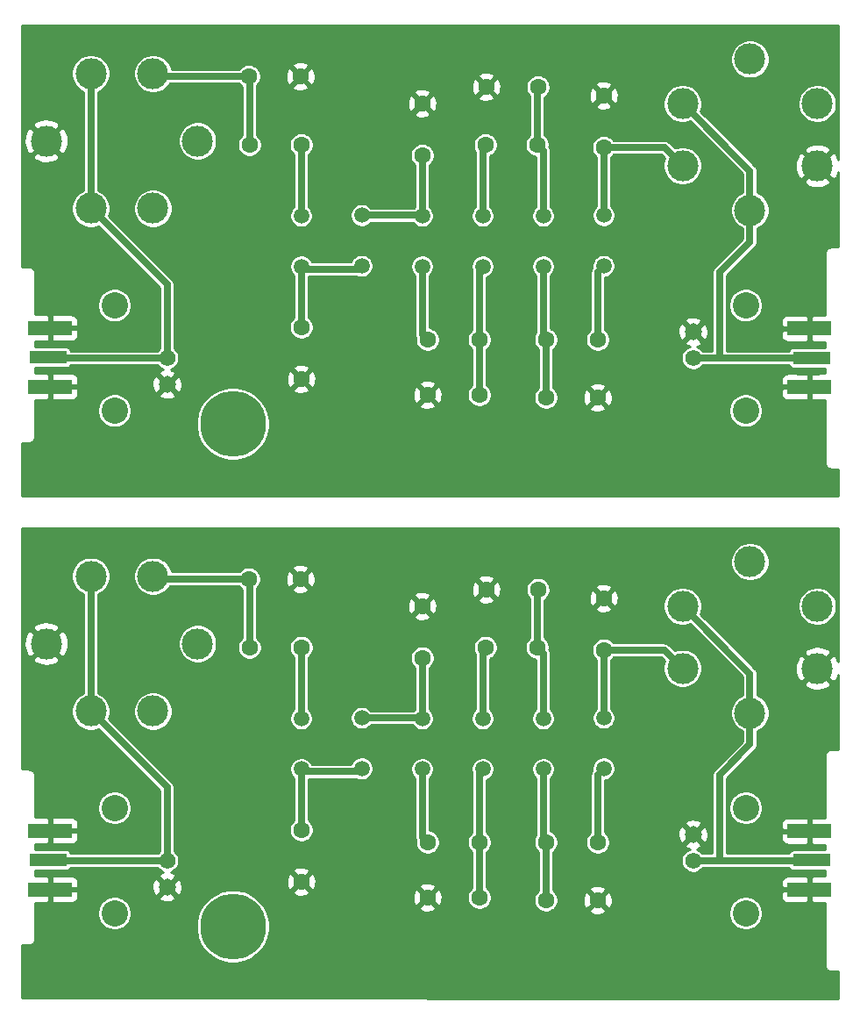
<source format=gtl>
%MOIN*%
%OFA0B0*%
%FSLAX46Y46*%
%IPPOS*%
%LPD*%
%ADD10R,0.14173228346456693X0.05*%
%ADD11R,0.16535433070866143X0.053149606299212608*%
%ADD12C,0.25*%
%ADD13C,0.1*%
%ADD14C,0.065*%
%ADD15C,0.062*%
%ADD16C,0.062992125984251982*%
%ADD17C,0.059055118110236227*%
%ADD18C,0.11811023622047245*%
%ADD19C,0.035*%
%ADD20C,0.055000000000000007*%
%ADD21C,0.066*%
%ADD22C,0.025*%
%ADD23C,0.01*%
%ADD24C,0.005905511811023622*%
%ADD35R,0.14173228346456693X0.05*%
%ADD36R,0.16535433070866143X0.053149606299212608*%
%ADD37C,0.25*%
%ADD38C,0.1*%
%ADD39C,0.065*%
%ADD40C,0.062*%
%ADD41C,0.062992125984251982*%
%ADD42C,0.059055118110236227*%
%ADD43C,0.11811023622047245*%
%ADD44C,0.035*%
%ADD45C,0.055000000000000007*%
%ADD46C,0.066*%
%ADD47C,0.025*%
%ADD48C,0.01*%
%ADD49C,0.005905511811023622*%
%LPD*%
G01*
D10*
X0004524212Y0000740196D02*
X0000122125Y0000547708D03*
D11*
X0000130000Y0000436488D03*
X0000130000Y0000658929D03*
D10*
X0003024874Y0000546708D03*
D11*
X0003017000Y0000657929D03*
X0003017000Y0000435488D03*
D12*
X0000825000Y0000295708D03*
D13*
X0002775000Y0000345708D03*
X0002775000Y0000745708D03*
D14*
X0002575000Y0000645708D03*
D15*
X0002575000Y0000545708D03*
D16*
X0000885000Y0001615708D03*
X0001081850Y0001615708D03*
X0000888149Y0001355708D03*
X0001085000Y0001355708D03*
X0001085000Y0000465708D03*
X0001085000Y0000662559D03*
X0001545000Y0001315708D03*
X0001545000Y0001512559D03*
X0001761850Y0000615708D03*
X0001565000Y0000615708D03*
X0001761850Y0000405708D03*
X0001565000Y0000405708D03*
X0001981850Y0001355708D03*
X0001785000Y0001355708D03*
X0001985000Y0001575708D03*
X0001788149Y0001575708D03*
X0002015000Y0000395708D03*
X0002211850Y0000395708D03*
X0002015000Y0000615708D03*
X0002211850Y0000615708D03*
X0002235000Y0001542559D03*
X0002235000Y0001345708D03*
D17*
X0001085000Y0001085708D03*
X0001085000Y0000893582D03*
X0001545000Y0001085708D03*
X0001545000Y0000893582D03*
X0001775000Y0000893582D03*
X0001775000Y0001085708D03*
X0002005000Y0001085708D03*
X0002005000Y0000893582D03*
X0002235000Y0001087834D03*
X0002235000Y0000895708D03*
X0001315000Y0000895708D03*
X0001315000Y0001087834D03*
D18*
X0000690511Y0001369803D03*
X0000115708Y0001369803D03*
X0000521220Y0001113897D03*
X0000521220Y0001625708D03*
X0000285000Y0001113897D03*
X0000285000Y0001625708D03*
X0002535000Y0001275708D03*
X0003046811Y0001275708D03*
X0002535000Y0001511929D03*
X0003046811Y0001511929D03*
X0002790905Y0001106417D03*
X0002790905Y0001681220D03*
D15*
X0000575000Y0000545708D03*
D14*
X0000575000Y0000445708D03*
D13*
X0000375000Y0000345708D03*
X0000375000Y0000745708D03*
D19*
X0000130000Y0001730708D03*
X0000625000Y0001730708D03*
D20*
X0001205000Y0001755708D03*
X0001915000Y0001740708D03*
D19*
X0002380000Y0001740708D03*
X0002965000Y0001745708D03*
X0002965000Y0000105708D03*
D20*
X0002385000Y0000675708D03*
X0000905000Y0000985708D03*
D21*
X0002425000Y0000985708D03*
D19*
X0000625000Y0000085708D03*
X0000135000Y0000085708D03*
X0000130000Y0000970708D03*
X0001285000Y0001305708D03*
X0000945000Y0001755708D03*
X0002615000Y0001705708D03*
X0001355000Y0000265708D03*
X0000315000Y0000085708D03*
X0002385000Y0000375708D03*
D22*
X0001085000Y0000662559D02*
X0001085000Y0000883582D01*
X0001302874Y0000883582D02*
X0001315000Y0000895708D01*
X0001085000Y0000883582D02*
X0001302874Y0000883582D01*
X0000888149Y0001612559D02*
X0000885000Y0001615708D01*
X0000888149Y0001355708D02*
X0000888149Y0001612559D01*
X0000531220Y0001615708D02*
X0000521220Y0001625708D01*
X0000885000Y0001615708D02*
X0000531220Y0001615708D01*
X0001085000Y0001355708D02*
X0001085000Y0001075708D01*
X0001542874Y0001087834D02*
X0001545000Y0001085708D01*
X0001315000Y0001087834D02*
X0001542874Y0001087834D01*
X0001545000Y0001315708D02*
X0001545000Y0001085708D01*
X0001761850Y0000880433D02*
X0001775000Y0000893582D01*
X0001761850Y0000615708D02*
X0001761850Y0000880433D01*
X0001761850Y0000615708D02*
X0001761850Y0000405708D01*
X0001545000Y0000635708D02*
X0001565000Y0000615708D01*
X0001545000Y0000893582D02*
X0001545000Y0000635708D01*
X0002005000Y0001332559D02*
X0001981850Y0001355708D01*
X0002005000Y0001085708D02*
X0002005000Y0001332559D01*
X0001981850Y0001572559D02*
X0001985000Y0001575708D01*
X0001981850Y0001355708D02*
X0001981850Y0001572559D01*
X0001775000Y0001345708D02*
X0001785000Y0001355708D01*
X0001775000Y0001085708D02*
X0001775000Y0001345708D01*
X0002005000Y0000625708D02*
X0002015000Y0000615708D01*
X0002005000Y0000893582D02*
X0002005000Y0000625708D01*
X0002015000Y0000615708D02*
X0002015000Y0000395708D01*
X0002211850Y0000872559D02*
X0002235000Y0000895708D01*
X0002211850Y0000615708D02*
X0002211850Y0000872559D01*
X0002235000Y0001077834D02*
X0002235000Y0001345708D01*
X0002465000Y0001345708D02*
X0002535000Y0001275708D01*
X0002235000Y0001345708D02*
X0002465000Y0001345708D01*
X0000285000Y0001625708D02*
X0000285000Y0001113897D01*
X0000150000Y0000545708D02*
X0000575000Y0000545708D01*
X0000575000Y0000823897D02*
X0000285000Y0001113897D01*
X0000575000Y0000545708D02*
X0000575000Y0000823897D01*
X0003020000Y0000545708D02*
X0003025000Y0000550708D01*
X0002790905Y0001256023D02*
X0002535000Y0001511929D01*
X0002790905Y0001106417D02*
X0002790905Y0001256023D01*
X0002790905Y0001106417D02*
X0002790905Y0000986614D01*
X0002675000Y0000870708D02*
X0002675000Y0000545708D01*
X0002790905Y0000986614D02*
X0002675000Y0000870708D01*
X0002675000Y0000545708D02*
X0002575000Y0000545708D01*
X0002975000Y0000545708D02*
X0002675000Y0000545708D01*
D23*
X0003127342Y0001299868D02*
X0003124182Y0001309581D01*
X0003117961Y0001321221D01*
X0003105537Y0001327364D01*
X0003053882Y0001275708D01*
X0003105537Y0001224053D01*
X0003117961Y0001230195D01*
X0003125473Y0001244950D01*
X0003127363Y0001251662D01*
X0003127490Y0000968208D01*
X0003101105Y0000968208D01*
X0003100000Y0000968317D01*
X0003098894Y0000968208D01*
X0003095589Y0000967883D01*
X0003091347Y0000966596D01*
X0003087439Y0000964507D01*
X0003084013Y0000961695D01*
X0003081201Y0000958269D01*
X0003079112Y0000954360D01*
X0003077825Y0000950119D01*
X0003077391Y0000945708D01*
X0003077500Y0000944603D01*
X0003077500Y0000709587D01*
X0003028250Y0000709503D01*
X0003022000Y0000703253D01*
X0003022000Y0000662929D01*
X0003022787Y0000662929D01*
X0003022787Y0000652929D01*
X0003022000Y0000652929D01*
X0003022000Y0000612604D01*
X0003028250Y0000606354D01*
X0003077500Y0000606270D01*
X0003077500Y0000586781D01*
X0002954007Y0000586781D01*
X0002951067Y0000586491D01*
X0002948239Y0000585633D01*
X0002945634Y0000584240D01*
X0002943349Y0000582366D01*
X0002941475Y0000580082D01*
X0002940082Y0000577476D01*
X0002939224Y0000574649D01*
X0002939083Y0000573208D01*
X0002702500Y0000573208D01*
X0002702500Y0000631354D01*
X0002909201Y0000631354D01*
X0002909684Y0000626453D01*
X0002911114Y0000621740D01*
X0002913435Y0000617397D01*
X0002916559Y0000613591D01*
X0002920366Y0000610467D01*
X0002924709Y0000608145D01*
X0002929421Y0000606716D01*
X0002934322Y0000606233D01*
X0003005750Y0000606354D01*
X0003012000Y0000612604D01*
X0003012000Y0000652929D01*
X0002915572Y0000652929D01*
X0002909322Y0000646679D01*
X0002909201Y0000631354D01*
X0002702500Y0000631354D01*
X0002702500Y0000752110D01*
X0002710000Y0000752110D01*
X0002710000Y0000739306D01*
X0002712497Y0000726748D01*
X0002717397Y0000714919D01*
X0002724511Y0000704273D01*
X0002733564Y0000695219D01*
X0002744210Y0000688106D01*
X0002756040Y0000683206D01*
X0002768598Y0000680708D01*
X0002781401Y0000680708D01*
X0002793959Y0000683206D01*
X0002797091Y0000684503D01*
X0002909201Y0000684503D01*
X0002909322Y0000669179D01*
X0002915572Y0000662929D01*
X0003012000Y0000662929D01*
X0003012000Y0000703253D01*
X0003005750Y0000709503D01*
X0002934322Y0000709624D01*
X0002929421Y0000709142D01*
X0002924709Y0000707712D01*
X0002920366Y0000705391D01*
X0002916559Y0000702267D01*
X0002913435Y0000698460D01*
X0002911114Y0000694117D01*
X0002909684Y0000689404D01*
X0002909201Y0000684503D01*
X0002797091Y0000684503D01*
X0002805789Y0000688106D01*
X0002816435Y0000695219D01*
X0002825488Y0000704273D01*
X0002832602Y0000714919D01*
X0002837502Y0000726748D01*
X0002840000Y0000739306D01*
X0002840000Y0000752110D01*
X0002837502Y0000764668D01*
X0002832602Y0000776497D01*
X0002825488Y0000787143D01*
X0002816435Y0000796197D01*
X0002805789Y0000803310D01*
X0002793959Y0000808210D01*
X0002781401Y0000810708D01*
X0002768598Y0000810708D01*
X0002756040Y0000808210D01*
X0002744210Y0000803310D01*
X0002733564Y0000796197D01*
X0002724511Y0000787143D01*
X0002717397Y0000776497D01*
X0002712497Y0000764668D01*
X0002710000Y0000752110D01*
X0002702500Y0000752110D01*
X0002702500Y0000859317D01*
X0002809395Y0000966213D01*
X0002810445Y0000967074D01*
X0002811305Y0000968123D01*
X0002811306Y0000968123D01*
X0002813881Y0000971262D01*
X0002816435Y0000976039D01*
X0002816435Y0000976039D01*
X0002818007Y0000981223D01*
X0002818405Y0000985263D01*
X0002818405Y0000985263D01*
X0002818538Y0000986614D01*
X0002818405Y0000987964D01*
X0002818405Y0001037651D01*
X0002825983Y0001040790D01*
X0002838112Y0001048894D01*
X0002848427Y0001059209D01*
X0002856532Y0001071339D01*
X0002862114Y0001084816D01*
X0002864960Y0001099123D01*
X0002864960Y0001113711D01*
X0002862114Y0001128018D01*
X0002856532Y0001141495D01*
X0002848427Y0001153624D01*
X0002838112Y0001163939D01*
X0002825983Y0001172044D01*
X0002818405Y0001175183D01*
X0002818405Y0001216982D01*
X0002995155Y0001216982D01*
X0003001297Y0001204558D01*
X0003016052Y0001197046D01*
X0003031990Y0001192557D01*
X0003048497Y0001191263D01*
X0003064939Y0001193215D01*
X0003080684Y0001198336D01*
X0003092324Y0001204558D01*
X0003098466Y0001216982D01*
X0003046811Y0001268637D01*
X0002995155Y0001216982D01*
X0002818405Y0001216982D01*
X0002818405Y0001254673D01*
X0002818538Y0001256023D01*
X0002818405Y0001257373D01*
X0002818405Y0001257374D01*
X0002818007Y0001261414D01*
X0002816435Y0001266598D01*
X0002815464Y0001268414D01*
X0002813881Y0001271375D01*
X0002811709Y0001274022D01*
X0002962366Y0001274022D01*
X0002964317Y0001257580D01*
X0002969439Y0001241835D01*
X0002975660Y0001230195D01*
X0002988084Y0001224053D01*
X0003039739Y0001275708D01*
X0002988084Y0001327364D01*
X0002975660Y0001321221D01*
X0002968148Y0001306466D01*
X0002963659Y0001290529D01*
X0002962366Y0001274022D01*
X0002811709Y0001274022D01*
X0002811306Y0001274513D01*
X0002811305Y0001274514D01*
X0002810445Y0001275563D01*
X0002809396Y0001276423D01*
X0002751384Y0001334435D01*
X0002995155Y0001334435D01*
X0003046811Y0001282779D01*
X0003098466Y0001334435D01*
X0003092324Y0001346858D01*
X0003077569Y0001354370D01*
X0003061631Y0001358859D01*
X0003045125Y0001360153D01*
X0003028683Y0001358202D01*
X0003012937Y0001353080D01*
X0003001297Y0001346858D01*
X0002995155Y0001334435D01*
X0002751384Y0001334435D01*
X0002603070Y0001482749D01*
X0002606209Y0001490328D01*
X0002609055Y0001504635D01*
X0002609055Y0001519222D01*
X0002972755Y0001519222D01*
X0002972755Y0001504635D01*
X0002975601Y0001490328D01*
X0002981184Y0001476850D01*
X0002989288Y0001464721D01*
X0002999603Y0001454406D01*
X0003011732Y0001446302D01*
X0003025209Y0001440719D01*
X0003039517Y0001437874D01*
X0003054104Y0001437874D01*
X0003068412Y0001440719D01*
X0003081889Y0001446302D01*
X0003094018Y0001454406D01*
X0003104333Y0001464721D01*
X0003112437Y0001476850D01*
X0003118020Y0001490328D01*
X0003120866Y0001504635D01*
X0003120866Y0001519222D01*
X0003118020Y0001533530D01*
X0003112437Y0001547007D01*
X0003104333Y0001559136D01*
X0003094018Y0001569451D01*
X0003081889Y0001577555D01*
X0003068412Y0001583138D01*
X0003054104Y0001585984D01*
X0003039517Y0001585984D01*
X0003025209Y0001583138D01*
X0003011732Y0001577555D01*
X0002999603Y0001569451D01*
X0002989288Y0001559136D01*
X0002981184Y0001547007D01*
X0002975601Y0001533530D01*
X0002972755Y0001519222D01*
X0002609055Y0001519222D01*
X0002606209Y0001533530D01*
X0002600626Y0001547007D01*
X0002592522Y0001559136D01*
X0002582207Y0001569451D01*
X0002570078Y0001577555D01*
X0002556601Y0001583138D01*
X0002542293Y0001585984D01*
X0002527706Y0001585984D01*
X0002513398Y0001583138D01*
X0002499921Y0001577555D01*
X0002487792Y0001569451D01*
X0002477477Y0001559136D01*
X0002469373Y0001547007D01*
X0002463790Y0001533530D01*
X0002460944Y0001519222D01*
X0002460944Y0001504635D01*
X0002463790Y0001490328D01*
X0002469373Y0001476850D01*
X0002477477Y0001464721D01*
X0002487792Y0001454406D01*
X0002499921Y0001446302D01*
X0002513398Y0001440719D01*
X0002527706Y0001437874D01*
X0002542293Y0001437874D01*
X0002556601Y0001440719D01*
X0002564179Y0001443858D01*
X0002763405Y0001244632D01*
X0002763405Y0001175183D01*
X0002755827Y0001172044D01*
X0002743698Y0001163939D01*
X0002733383Y0001153624D01*
X0002725278Y0001141495D01*
X0002719696Y0001128018D01*
X0002716850Y0001113711D01*
X0002716850Y0001099123D01*
X0002719696Y0001084816D01*
X0002725278Y0001071339D01*
X0002733383Y0001059209D01*
X0002743698Y0001048894D01*
X0002755827Y0001040790D01*
X0002763405Y0001037651D01*
X0002763405Y0000998005D01*
X0002656509Y0000891109D01*
X0002655460Y0000890248D01*
X0002654599Y0000889199D01*
X0002654599Y0000889198D01*
X0002652023Y0000886060D01*
X0002650392Y0000883007D01*
X0002649470Y0000881283D01*
X0002647897Y0000876099D01*
X0002647500Y0000872059D01*
X0002647500Y0000872058D01*
X0002647367Y0000870708D01*
X0002647500Y0000869358D01*
X0002647500Y0000573208D01*
X0002611948Y0000573208D01*
X0002610730Y0000575031D01*
X0002604323Y0000581439D01*
X0002596789Y0000586473D01*
X0002589053Y0000589677D01*
X0002599614Y0000593435D01*
X0002604788Y0000596201D01*
X0002607728Y0000605909D01*
X0002575000Y0000638637D01*
X0002542271Y0000605909D01*
X0002545211Y0000596201D01*
X0002555442Y0000591341D01*
X0002561358Y0000589848D01*
X0002553210Y0000586473D01*
X0002545676Y0000581439D01*
X0002539269Y0000575031D01*
X0002534235Y0000567497D01*
X0002530767Y0000559126D01*
X0002529000Y0000550239D01*
X0002529000Y0000541178D01*
X0002530767Y0000532290D01*
X0002534235Y0000523919D01*
X0002539269Y0000516385D01*
X0002545676Y0000509978D01*
X0002553210Y0000504943D01*
X0002561582Y0000501476D01*
X0002570469Y0000499708D01*
X0002579530Y0000499708D01*
X0002588417Y0000501476D01*
X0002596789Y0000504943D01*
X0002604323Y0000509978D01*
X0002610730Y0000516385D01*
X0002611948Y0000518208D01*
X0002673649Y0000518208D01*
X0002675000Y0000518075D01*
X0002676350Y0000518208D01*
X0002939394Y0000518208D01*
X0002940082Y0000515940D01*
X0002941475Y0000513334D01*
X0002943349Y0000511050D01*
X0002945634Y0000509176D01*
X0002948239Y0000507783D01*
X0002951067Y0000506925D01*
X0002954007Y0000506636D01*
X0003077500Y0000506636D01*
X0003077500Y0000487146D01*
X0003028250Y0000487062D01*
X0003022000Y0000480812D01*
X0003022000Y0000440488D01*
X0003022787Y0000440488D01*
X0003022787Y0000430488D01*
X0003022000Y0000430488D01*
X0003022000Y0000390163D01*
X0003028250Y0000383913D01*
X0003077500Y0000383830D01*
X0003077500Y0000146814D01*
X0003077391Y0000145708D01*
X0003077825Y0000141297D01*
X0003079112Y0000137056D01*
X0003081201Y0000133147D01*
X0003084013Y0000129721D01*
X0003087439Y0000126910D01*
X0003091347Y0000124820D01*
X0003095589Y0000123534D01*
X0003098894Y0000123208D01*
X0003100000Y0000123099D01*
X0003101105Y0000123208D01*
X0003127439Y0000123208D01*
X0003127167Y0000022505D01*
X0000022500Y0000023203D01*
X0000022500Y0000223208D01*
X0000048894Y0000223208D01*
X0000050000Y0000223099D01*
X0000051105Y0000223208D01*
X0000054410Y0000223534D01*
X0000058652Y0000224820D01*
X0000062560Y0000226910D01*
X0000065986Y0000229721D01*
X0000068798Y0000233147D01*
X0000070887Y0000237056D01*
X0000072174Y0000241297D01*
X0000072608Y0000245708D01*
X0000072500Y0000246813D01*
X0000072500Y0000352110D01*
X0000310000Y0000352110D01*
X0000310000Y0000339306D01*
X0000312497Y0000326748D01*
X0000317397Y0000314919D01*
X0000324511Y0000304273D01*
X0000333564Y0000295219D01*
X0000344210Y0000288106D01*
X0000356040Y0000283206D01*
X0000368598Y0000280708D01*
X0000381401Y0000280708D01*
X0000393959Y0000283206D01*
X0000405789Y0000288106D01*
X0000416435Y0000295219D01*
X0000425488Y0000304273D01*
X0000428979Y0000309497D01*
X0000685000Y0000309497D01*
X0000685000Y0000281919D01*
X0000690380Y0000254872D01*
X0000700933Y0000229393D01*
X0000716254Y0000206463D01*
X0000735755Y0000186963D01*
X0000758685Y0000171642D01*
X0000784163Y0000161088D01*
X0000811211Y0000155708D01*
X0000838788Y0000155708D01*
X0000865836Y0000161088D01*
X0000891314Y0000171642D01*
X0000914244Y0000186963D01*
X0000933745Y0000206463D01*
X0000949066Y0000229393D01*
X0000959619Y0000254872D01*
X0000965000Y0000281919D01*
X0000965000Y0000309497D01*
X0000959619Y0000336545D01*
X0000949066Y0000362023D01*
X0000945991Y0000366625D01*
X0001532988Y0000366625D01*
X0001535806Y0000357020D01*
X0001545865Y0000352260D01*
X0001556660Y0000349555D01*
X0001567776Y0000349007D01*
X0001578784Y0000350638D01*
X0001589263Y0000354385D01*
X0001594193Y0000357020D01*
X0001597011Y0000366625D01*
X0001565000Y0000398637D01*
X0001532988Y0000366625D01*
X0000945991Y0000366625D01*
X0000933745Y0000384953D01*
X0000915765Y0000402932D01*
X0001508298Y0000402932D01*
X0001509929Y0000391923D01*
X0001513677Y0000381445D01*
X0001516312Y0000376515D01*
X0001525917Y0000373696D01*
X0001557928Y0000405708D01*
X0001572071Y0000405708D01*
X0001604082Y0000373696D01*
X0001613687Y0000376515D01*
X0001618447Y0000386574D01*
X0001621153Y0000397369D01*
X0001621701Y0000408484D01*
X0001620070Y0000419493D01*
X0001616322Y0000429972D01*
X0001613687Y0000434902D01*
X0001604082Y0000437720D01*
X0001572071Y0000405708D01*
X0001557928Y0000405708D01*
X0001525917Y0000437720D01*
X0001516312Y0000434902D01*
X0001511552Y0000424842D01*
X0001508846Y0000414047D01*
X0001508298Y0000402932D01*
X0000915765Y0000402932D01*
X0000914244Y0000404453D01*
X0000891314Y0000419775D01*
X0000874775Y0000426625D01*
X0001052988Y0000426625D01*
X0001055806Y0000417020D01*
X0001065865Y0000412260D01*
X0001076660Y0000409555D01*
X0001087776Y0000409007D01*
X0001098784Y0000410638D01*
X0001109263Y0000414385D01*
X0001114193Y0000417020D01*
X0001117011Y0000426625D01*
X0001085000Y0000458637D01*
X0001052988Y0000426625D01*
X0000874775Y0000426625D01*
X0000865836Y0000430328D01*
X0000838788Y0000435708D01*
X0000811211Y0000435708D01*
X0000784163Y0000430328D01*
X0000758685Y0000419775D01*
X0000735755Y0000404453D01*
X0000716254Y0000384953D01*
X0000700933Y0000362023D01*
X0000690380Y0000336545D01*
X0000685000Y0000309497D01*
X0000428979Y0000309497D01*
X0000432602Y0000314919D01*
X0000437502Y0000326748D01*
X0000440000Y0000339306D01*
X0000440000Y0000352110D01*
X0000437502Y0000364668D01*
X0000432602Y0000376497D01*
X0000425488Y0000387143D01*
X0000416435Y0000396197D01*
X0000405789Y0000403310D01*
X0000399516Y0000405909D01*
X0000542271Y0000405909D01*
X0000545211Y0000396201D01*
X0000555442Y0000391341D01*
X0000566424Y0000388570D01*
X0000577736Y0000387995D01*
X0000588943Y0000389637D01*
X0000599614Y0000393435D01*
X0000604788Y0000396201D01*
X0000607728Y0000405909D01*
X0000575000Y0000438637D01*
X0000542271Y0000405909D01*
X0000399516Y0000405909D01*
X0000393959Y0000408210D01*
X0000381401Y0000410708D01*
X0000368598Y0000410708D01*
X0000356040Y0000408210D01*
X0000344210Y0000403310D01*
X0000333564Y0000396197D01*
X0000324511Y0000387143D01*
X0000317397Y0000376497D01*
X0000312497Y0000364668D01*
X0000310000Y0000352110D01*
X0000072500Y0000352110D01*
X0000072500Y0000384835D01*
X0000118749Y0000384913D01*
X0000125000Y0000391163D01*
X0000125000Y0000431488D01*
X0000135000Y0000431488D01*
X0000135000Y0000391163D01*
X0000141250Y0000384913D01*
X0000212677Y0000384792D01*
X0000217578Y0000385275D01*
X0000222290Y0000386704D01*
X0000226633Y0000389026D01*
X0000230440Y0000392150D01*
X0000233564Y0000395956D01*
X0000235885Y0000400299D01*
X0000237315Y0000405012D01*
X0000237798Y0000409913D01*
X0000237677Y0000425238D01*
X0000231427Y0000431488D01*
X0000135000Y0000431488D01*
X0000125000Y0000431488D01*
X0000124212Y0000431488D01*
X0000124212Y0000441488D01*
X0000125000Y0000441488D01*
X0000125000Y0000481812D01*
X0000135000Y0000481812D01*
X0000135000Y0000441488D01*
X0000231427Y0000441488D01*
X0000232911Y0000442972D01*
X0000517286Y0000442972D01*
X0000518929Y0000431765D01*
X0000522726Y0000421094D01*
X0000525492Y0000415919D01*
X0000535200Y0000412980D01*
X0000567928Y0000445708D01*
X0000582071Y0000445708D01*
X0000614799Y0000412980D01*
X0000624507Y0000415919D01*
X0000629367Y0000426150D01*
X0000632138Y0000437133D01*
X0000632713Y0000448444D01*
X0000631070Y0000459651D01*
X0000629903Y0000462932D01*
X0001028298Y0000462932D01*
X0001029929Y0000451923D01*
X0001033677Y0000441445D01*
X0001036312Y0000436515D01*
X0001045917Y0000433696D01*
X0001077928Y0000465708D01*
X0001092071Y0000465708D01*
X0001124082Y0000433696D01*
X0001133687Y0000436515D01*
X0001137603Y0000444791D01*
X0001532988Y0000444791D01*
X0001565000Y0000412779D01*
X0001597011Y0000444791D01*
X0001594193Y0000454396D01*
X0001584134Y0000459156D01*
X0001573339Y0000461862D01*
X0001562223Y0000462410D01*
X0001551215Y0000460778D01*
X0001540736Y0000457031D01*
X0001535806Y0000454396D01*
X0001532988Y0000444791D01*
X0001137603Y0000444791D01*
X0001138447Y0000446574D01*
X0001141153Y0000457369D01*
X0001141701Y0000468484D01*
X0001140070Y0000479493D01*
X0001136322Y0000489972D01*
X0001133687Y0000494902D01*
X0001124082Y0000497720D01*
X0001092071Y0000465708D01*
X0001077928Y0000465708D01*
X0001045917Y0000497720D01*
X0001036312Y0000494902D01*
X0001031552Y0000484842D01*
X0001028846Y0000474047D01*
X0001028298Y0000462932D01*
X0000629903Y0000462932D01*
X0000627273Y0000470322D01*
X0000624507Y0000475497D01*
X0000614799Y0000478437D01*
X0000582071Y0000445708D01*
X0000567928Y0000445708D01*
X0000535200Y0000478437D01*
X0000525492Y0000475497D01*
X0000520632Y0000465266D01*
X0000517861Y0000454284D01*
X0000517286Y0000442972D01*
X0000232911Y0000442972D01*
X0000237677Y0000447738D01*
X0000237798Y0000463062D01*
X0000237315Y0000467963D01*
X0000235885Y0000472676D01*
X0000233564Y0000477019D01*
X0000230440Y0000480826D01*
X0000226633Y0000483950D01*
X0000222290Y0000486271D01*
X0000217578Y0000487701D01*
X0000212677Y0000488183D01*
X0000141250Y0000488062D01*
X0000135000Y0000481812D01*
X0000125000Y0000481812D01*
X0000118749Y0000488062D01*
X0000072500Y0000488141D01*
X0000072500Y0000507636D01*
X0000192992Y0000507636D01*
X0000195932Y0000507925D01*
X0000198760Y0000508783D01*
X0000201365Y0000510176D01*
X0000203650Y0000512050D01*
X0000205524Y0000514334D01*
X0000206917Y0000516940D01*
X0000207302Y0000518208D01*
X0000538051Y0000518208D01*
X0000539269Y0000516385D01*
X0000545676Y0000509978D01*
X0000553210Y0000504943D01*
X0000560946Y0000501739D01*
X0000550385Y0000497981D01*
X0000545211Y0000495215D01*
X0000542271Y0000485508D01*
X0000575000Y0000452779D01*
X0000607728Y0000485508D01*
X0000604788Y0000495215D01*
X0000594557Y0000500075D01*
X0000588641Y0000501568D01*
X0000596420Y0000504791D01*
X0001052988Y0000504791D01*
X0001085000Y0000472779D01*
X0001117011Y0000504791D01*
X0001114193Y0000514396D01*
X0001104134Y0000519156D01*
X0001093339Y0000521862D01*
X0001082223Y0000522410D01*
X0001071215Y0000520779D01*
X0001060736Y0000517031D01*
X0001055806Y0000514396D01*
X0001052988Y0000504791D01*
X0000596420Y0000504791D01*
X0000596789Y0000504943D01*
X0000604323Y0000509978D01*
X0000610730Y0000516385D01*
X0000615764Y0000523919D01*
X0000619232Y0000532290D01*
X0000621000Y0000541178D01*
X0000621000Y0000550239D01*
X0000619232Y0000559126D01*
X0000615764Y0000567497D01*
X0000610730Y0000575031D01*
X0000604323Y0000581439D01*
X0000602500Y0000582657D01*
X0000602500Y0000667138D01*
X0001038503Y0000667138D01*
X0001038503Y0000657979D01*
X0001040290Y0000648996D01*
X0001043795Y0000640534D01*
X0001048884Y0000632919D01*
X0001055360Y0000626443D01*
X0001062975Y0000621354D01*
X0001071437Y0000617849D01*
X0001080420Y0000616062D01*
X0001089579Y0000616062D01*
X0001098562Y0000617849D01*
X0001107024Y0000621354D01*
X0001114639Y0000626443D01*
X0001121115Y0000632919D01*
X0001126204Y0000640534D01*
X0001129709Y0000648996D01*
X0001131496Y0000657979D01*
X0001131496Y0000667138D01*
X0001129709Y0000676121D01*
X0001126204Y0000684583D01*
X0001121115Y0000692198D01*
X0001114639Y0000698674D01*
X0001112500Y0000700104D01*
X0001112500Y0000856082D01*
X0001294309Y0000856082D01*
X0001302011Y0000852892D01*
X0001310614Y0000851181D01*
X0001319385Y0000851181D01*
X0001327988Y0000852892D01*
X0001336091Y0000856248D01*
X0001343384Y0000861121D01*
X0001349586Y0000867323D01*
X0001354459Y0000874616D01*
X0001357816Y0000882720D01*
X0001359527Y0000891323D01*
X0001359527Y0000897968D01*
X0001500472Y0000897968D01*
X0001500472Y0000889197D01*
X0001502183Y0000880594D01*
X0001505540Y0000872490D01*
X0001510413Y0000865197D01*
X0001516615Y0000858995D01*
X0001517500Y0000858404D01*
X0001517500Y0000637059D01*
X0001517367Y0000635708D01*
X0001517897Y0000630317D01*
X0001519468Y0000625139D01*
X0001518503Y0000620288D01*
X0001518503Y0000611129D01*
X0001520290Y0000602146D01*
X0001523795Y0000593684D01*
X0001528884Y0000586069D01*
X0001535360Y0000579592D01*
X0001542975Y0000574504D01*
X0001551437Y0000570999D01*
X0001560420Y0000569212D01*
X0001569579Y0000569212D01*
X0001578562Y0000570999D01*
X0001587024Y0000574504D01*
X0001594639Y0000579592D01*
X0001601115Y0000586069D01*
X0001606204Y0000593684D01*
X0001609709Y0000602146D01*
X0001611496Y0000611129D01*
X0001611496Y0000620288D01*
X0001715354Y0000620288D01*
X0001715354Y0000611129D01*
X0001717141Y0000602146D01*
X0001720646Y0000593684D01*
X0001725734Y0000586069D01*
X0001732210Y0000579592D01*
X0001734350Y0000578163D01*
X0001734350Y0000443254D01*
X0001732210Y0000441824D01*
X0001725734Y0000435348D01*
X0001720646Y0000427732D01*
X0001717141Y0000419271D01*
X0001715354Y0000410288D01*
X0001715354Y0000401129D01*
X0001717141Y0000392146D01*
X0001720646Y0000383684D01*
X0001725734Y0000376069D01*
X0001732210Y0000369592D01*
X0001739826Y0000364504D01*
X0001748287Y0000360999D01*
X0001757270Y0000359212D01*
X0001766429Y0000359212D01*
X0001775412Y0000360999D01*
X0001783874Y0000364504D01*
X0001791489Y0000369592D01*
X0001797966Y0000376069D01*
X0001803054Y0000383684D01*
X0001806559Y0000392146D01*
X0001808346Y0000401129D01*
X0001808346Y0000410288D01*
X0001806559Y0000419271D01*
X0001803054Y0000427732D01*
X0001797966Y0000435348D01*
X0001791489Y0000441824D01*
X0001789350Y0000443254D01*
X0001789350Y0000578163D01*
X0001791489Y0000579592D01*
X0001797966Y0000586069D01*
X0001803054Y0000593684D01*
X0001806559Y0000602146D01*
X0001808346Y0000611129D01*
X0001808346Y0000620288D01*
X0001806559Y0000629271D01*
X0001803054Y0000637732D01*
X0001797966Y0000645348D01*
X0001791489Y0000651824D01*
X0001789350Y0000653254D01*
X0001789350Y0000851330D01*
X0001796091Y0000854122D01*
X0001803384Y0000858995D01*
X0001809586Y0000865197D01*
X0001814459Y0000872490D01*
X0001817816Y0000880594D01*
X0001819527Y0000889197D01*
X0001819527Y0000897968D01*
X0001960472Y0000897968D01*
X0001960472Y0000889197D01*
X0001962183Y0000880594D01*
X0001965540Y0000872490D01*
X0001970413Y0000865197D01*
X0001976615Y0000858995D01*
X0001977500Y0000858404D01*
X0001977500Y0000643276D01*
X0001973795Y0000637732D01*
X0001970290Y0000629271D01*
X0001968503Y0000620288D01*
X0001968503Y0000611129D01*
X0001970290Y0000602146D01*
X0001973795Y0000593684D01*
X0001978884Y0000586069D01*
X0001985360Y0000579592D01*
X0001987500Y0000578163D01*
X0001987500Y0000433254D01*
X0001985360Y0000431824D01*
X0001978884Y0000425348D01*
X0001973795Y0000417732D01*
X0001970290Y0000409271D01*
X0001968503Y0000400288D01*
X0001968503Y0000391129D01*
X0001970290Y0000382146D01*
X0001973795Y0000373684D01*
X0001978884Y0000366069D01*
X0001985360Y0000359592D01*
X0001992975Y0000354504D01*
X0002001437Y0000350999D01*
X0002010420Y0000349212D01*
X0002019579Y0000349212D01*
X0002028562Y0000350999D01*
X0002037024Y0000354504D01*
X0002040199Y0000356625D01*
X0002179838Y0000356625D01*
X0002182656Y0000347020D01*
X0002192716Y0000342260D01*
X0002203511Y0000339555D01*
X0002214626Y0000339007D01*
X0002225635Y0000340638D01*
X0002236113Y0000344385D01*
X0002241043Y0000347020D01*
X0002242537Y0000352110D01*
X0002710000Y0000352110D01*
X0002710000Y0000339306D01*
X0002712497Y0000326748D01*
X0002717397Y0000314919D01*
X0002724511Y0000304273D01*
X0002733564Y0000295219D01*
X0002744210Y0000288106D01*
X0002756040Y0000283206D01*
X0002768598Y0000280708D01*
X0002781401Y0000280708D01*
X0002793959Y0000283206D01*
X0002805789Y0000288106D01*
X0002816435Y0000295219D01*
X0002825488Y0000304273D01*
X0002832602Y0000314919D01*
X0002837502Y0000326748D01*
X0002840000Y0000339306D01*
X0002840000Y0000352110D01*
X0002837502Y0000364668D01*
X0002832602Y0000376497D01*
X0002825488Y0000387143D01*
X0002816435Y0000396197D01*
X0002805789Y0000403310D01*
X0002793959Y0000408210D01*
X0002790427Y0000408913D01*
X0002909201Y0000408913D01*
X0002909684Y0000404012D01*
X0002911114Y0000399299D01*
X0002913435Y0000394956D01*
X0002916559Y0000391150D01*
X0002920366Y0000388026D01*
X0002924709Y0000385704D01*
X0002929421Y0000384275D01*
X0002934322Y0000383792D01*
X0003005750Y0000383913D01*
X0003012000Y0000390163D01*
X0003012000Y0000430488D01*
X0002915572Y0000430488D01*
X0002909322Y0000424238D01*
X0002909201Y0000408913D01*
X0002790427Y0000408913D01*
X0002781401Y0000410708D01*
X0002768598Y0000410708D01*
X0002756040Y0000408210D01*
X0002744210Y0000403310D01*
X0002733564Y0000396197D01*
X0002724511Y0000387143D01*
X0002717397Y0000376497D01*
X0002712497Y0000364668D01*
X0002710000Y0000352110D01*
X0002242537Y0000352110D01*
X0002243862Y0000356625D01*
X0002211850Y0000388637D01*
X0002179838Y0000356625D01*
X0002040199Y0000356625D01*
X0002044639Y0000359592D01*
X0002051115Y0000366069D01*
X0002056204Y0000373684D01*
X0002059709Y0000382146D01*
X0002061496Y0000391129D01*
X0002061496Y0000392932D01*
X0002155148Y0000392932D01*
X0002156780Y0000381923D01*
X0002160527Y0000371445D01*
X0002163162Y0000366515D01*
X0002172767Y0000363696D01*
X0002204779Y0000395708D01*
X0002218921Y0000395708D01*
X0002250933Y0000363696D01*
X0002260538Y0000366515D01*
X0002265298Y0000376574D01*
X0002268003Y0000387369D01*
X0002268551Y0000398484D01*
X0002266920Y0000409493D01*
X0002263173Y0000419972D01*
X0002260538Y0000424902D01*
X0002250933Y0000427720D01*
X0002218921Y0000395708D01*
X0002204779Y0000395708D01*
X0002172767Y0000427720D01*
X0002163162Y0000424902D01*
X0002158402Y0000414842D01*
X0002155696Y0000404047D01*
X0002155148Y0000392932D01*
X0002061496Y0000392932D01*
X0002061496Y0000400288D01*
X0002059709Y0000409271D01*
X0002056204Y0000417732D01*
X0002051115Y0000425348D01*
X0002044639Y0000431824D01*
X0002042500Y0000433254D01*
X0002042500Y0000434791D01*
X0002179838Y0000434791D01*
X0002211850Y0000402779D01*
X0002243862Y0000434791D01*
X0002241043Y0000444396D01*
X0002230984Y0000449156D01*
X0002220189Y0000451862D01*
X0002209074Y0000452410D01*
X0002198065Y0000450778D01*
X0002187586Y0000447031D01*
X0002182656Y0000444396D01*
X0002179838Y0000434791D01*
X0002042500Y0000434791D01*
X0002042500Y0000462062D01*
X0002909201Y0000462062D01*
X0002909322Y0000446738D01*
X0002915572Y0000440488D01*
X0003012000Y0000440488D01*
X0003012000Y0000480812D01*
X0003005750Y0000487062D01*
X0002934322Y0000487183D01*
X0002929421Y0000486701D01*
X0002924709Y0000485271D01*
X0002920366Y0000482950D01*
X0002916559Y0000479826D01*
X0002913435Y0000476019D01*
X0002911114Y0000471676D01*
X0002909684Y0000466963D01*
X0002909201Y0000462062D01*
X0002042500Y0000462062D01*
X0002042500Y0000578163D01*
X0002044639Y0000579592D01*
X0002051115Y0000586069D01*
X0002056204Y0000593684D01*
X0002059709Y0000602146D01*
X0002061496Y0000611129D01*
X0002061496Y0000620288D01*
X0002165354Y0000620288D01*
X0002165354Y0000611129D01*
X0002167141Y0000602146D01*
X0002170646Y0000593684D01*
X0002175734Y0000586069D01*
X0002182210Y0000579592D01*
X0002189826Y0000574504D01*
X0002198287Y0000570999D01*
X0002207270Y0000569212D01*
X0002216429Y0000569212D01*
X0002225412Y0000570999D01*
X0002233874Y0000574504D01*
X0002241489Y0000579592D01*
X0002247966Y0000586069D01*
X0002253054Y0000593684D01*
X0002256559Y0000602146D01*
X0002258346Y0000611129D01*
X0002258346Y0000620288D01*
X0002256559Y0000629271D01*
X0002253054Y0000637732D01*
X0002249553Y0000642972D01*
X0002517286Y0000642972D01*
X0002518929Y0000631765D01*
X0002522726Y0000621094D01*
X0002525492Y0000615919D01*
X0002535200Y0000612980D01*
X0002567928Y0000645708D01*
X0002582071Y0000645708D01*
X0002614799Y0000612980D01*
X0002624507Y0000615919D01*
X0002629367Y0000626150D01*
X0002632138Y0000637133D01*
X0002632713Y0000648444D01*
X0002631070Y0000659651D01*
X0002627273Y0000670322D01*
X0002624507Y0000675497D01*
X0002614799Y0000678437D01*
X0002582071Y0000645708D01*
X0002567928Y0000645708D01*
X0002535200Y0000678437D01*
X0002525492Y0000675497D01*
X0002520632Y0000665266D01*
X0002517861Y0000654284D01*
X0002517286Y0000642972D01*
X0002249553Y0000642972D01*
X0002247966Y0000645348D01*
X0002241489Y0000651824D01*
X0002239350Y0000653254D01*
X0002239350Y0000685508D01*
X0002542271Y0000685508D01*
X0002575000Y0000652779D01*
X0002607728Y0000685508D01*
X0002604788Y0000695215D01*
X0002594557Y0000700076D01*
X0002583575Y0000702846D01*
X0002572263Y0000703422D01*
X0002561056Y0000701779D01*
X0002550385Y0000697981D01*
X0002545211Y0000695215D01*
X0002542271Y0000685508D01*
X0002239350Y0000685508D01*
X0002239350Y0000851181D01*
X0002239385Y0000851181D01*
X0002247988Y0000852892D01*
X0002256091Y0000856248D01*
X0002263384Y0000861121D01*
X0002269586Y0000867323D01*
X0002274459Y0000874616D01*
X0002277816Y0000882720D01*
X0002279527Y0000891323D01*
X0002279527Y0000900094D01*
X0002277816Y0000908696D01*
X0002274459Y0000916800D01*
X0002269586Y0000924093D01*
X0002263384Y0000930295D01*
X0002256091Y0000935168D01*
X0002247988Y0000938525D01*
X0002239385Y0000940236D01*
X0002230614Y0000940236D01*
X0002222011Y0000938525D01*
X0002213908Y0000935168D01*
X0002206615Y0000930295D01*
X0002200413Y0000924093D01*
X0002195540Y0000916800D01*
X0002192183Y0000908696D01*
X0002190472Y0000900094D01*
X0002190472Y0000891323D01*
X0002190706Y0000890144D01*
X0002188874Y0000887911D01*
X0002186320Y0000883133D01*
X0002184748Y0000877949D01*
X0002184217Y0000872559D01*
X0002184350Y0000871208D01*
X0002184350Y0000653254D01*
X0002182210Y0000651824D01*
X0002175734Y0000645348D01*
X0002170646Y0000637732D01*
X0002167141Y0000629271D01*
X0002165354Y0000620288D01*
X0002061496Y0000620288D01*
X0002059709Y0000629271D01*
X0002056204Y0000637732D01*
X0002051115Y0000645348D01*
X0002044639Y0000651824D01*
X0002037024Y0000656912D01*
X0002032500Y0000658786D01*
X0002032500Y0000858404D01*
X0002033384Y0000858995D01*
X0002039586Y0000865197D01*
X0002044459Y0000872490D01*
X0002047816Y0000880594D01*
X0002049527Y0000889197D01*
X0002049527Y0000897968D01*
X0002047816Y0000906570D01*
X0002044459Y0000914674D01*
X0002039586Y0000921967D01*
X0002033384Y0000928169D01*
X0002026091Y0000933042D01*
X0002017988Y0000936399D01*
X0002009385Y0000938110D01*
X0002000614Y0000938110D01*
X0001992011Y0000936399D01*
X0001983908Y0000933042D01*
X0001976615Y0000928169D01*
X0001970413Y0000921967D01*
X0001965540Y0000914674D01*
X0001962183Y0000906570D01*
X0001960472Y0000897968D01*
X0001819527Y0000897968D01*
X0001817816Y0000906570D01*
X0001814459Y0000914674D01*
X0001809586Y0000921967D01*
X0001803384Y0000928169D01*
X0001796091Y0000933042D01*
X0001787988Y0000936399D01*
X0001779385Y0000938110D01*
X0001770614Y0000938110D01*
X0001762011Y0000936399D01*
X0001753908Y0000933042D01*
X0001746615Y0000928169D01*
X0001740413Y0000921967D01*
X0001735540Y0000914674D01*
X0001732183Y0000906570D01*
X0001730472Y0000897968D01*
X0001730472Y0000889197D01*
X0001732183Y0000880594D01*
X0001734350Y0000875363D01*
X0001734350Y0000653254D01*
X0001732210Y0000651824D01*
X0001725734Y0000645348D01*
X0001720646Y0000637732D01*
X0001717141Y0000629271D01*
X0001715354Y0000620288D01*
X0001611496Y0000620288D01*
X0001609709Y0000629271D01*
X0001606204Y0000637732D01*
X0001601115Y0000645348D01*
X0001594639Y0000651824D01*
X0001587024Y0000656912D01*
X0001578562Y0000660417D01*
X0001572500Y0000661623D01*
X0001572500Y0000858404D01*
X0001573384Y0000858995D01*
X0001579586Y0000865197D01*
X0001584459Y0000872490D01*
X0001587816Y0000880594D01*
X0001589527Y0000889197D01*
X0001589527Y0000897968D01*
X0001587816Y0000906570D01*
X0001584459Y0000914674D01*
X0001579586Y0000921967D01*
X0001573384Y0000928169D01*
X0001566091Y0000933042D01*
X0001557988Y0000936399D01*
X0001549385Y0000938110D01*
X0001540614Y0000938110D01*
X0001532011Y0000936399D01*
X0001523908Y0000933042D01*
X0001516615Y0000928169D01*
X0001510413Y0000921967D01*
X0001505540Y0000914674D01*
X0001502183Y0000906570D01*
X0001500472Y0000897968D01*
X0001359527Y0000897968D01*
X0001359527Y0000900094D01*
X0001357816Y0000908696D01*
X0001354459Y0000916800D01*
X0001349586Y0000924093D01*
X0001343384Y0000930295D01*
X0001336091Y0000935168D01*
X0001327988Y0000938525D01*
X0001319385Y0000940236D01*
X0001310614Y0000940236D01*
X0001302011Y0000938525D01*
X0001293908Y0000935168D01*
X0001286615Y0000930295D01*
X0001280413Y0000924093D01*
X0001275540Y0000916800D01*
X0001273171Y0000911082D01*
X0001125947Y0000911082D01*
X0001124459Y0000914674D01*
X0001119586Y0000921967D01*
X0001113384Y0000928169D01*
X0001106091Y0000933042D01*
X0001097988Y0000936399D01*
X0001089385Y0000938110D01*
X0001080614Y0000938110D01*
X0001072011Y0000936399D01*
X0001063908Y0000933042D01*
X0001056615Y0000928169D01*
X0001050413Y0000921967D01*
X0001045540Y0000914674D01*
X0001042183Y0000906570D01*
X0001040472Y0000897968D01*
X0001040472Y0000889197D01*
X0001042183Y0000880594D01*
X0001045540Y0000872490D01*
X0001050413Y0000865197D01*
X0001056615Y0000858995D01*
X0001057500Y0000858404D01*
X0001057500Y0000700104D01*
X0001055360Y0000698674D01*
X0001048884Y0000692198D01*
X0001043795Y0000684583D01*
X0001040290Y0000676121D01*
X0001038503Y0000667138D01*
X0000602500Y0000667138D01*
X0000602500Y0000822547D01*
X0000602632Y0000823897D01*
X0000602500Y0000825247D01*
X0000602500Y0000825248D01*
X0000602102Y0000829288D01*
X0000600529Y0000834472D01*
X0000600529Y0000834472D01*
X0000597976Y0000839249D01*
X0000595400Y0000842387D01*
X0000595400Y0000842388D01*
X0000594539Y0000843437D01*
X0000593490Y0000844297D01*
X0000353070Y0001084718D01*
X0000356209Y0001092296D01*
X0000359055Y0001106603D01*
X0000359055Y0001121191D01*
X0000447165Y0001121191D01*
X0000447165Y0001106603D01*
X0000450011Y0001092296D01*
X0000455593Y0001078819D01*
X0000463698Y0001066690D01*
X0000474013Y0001056375D01*
X0000486142Y0001048270D01*
X0000499619Y0001042688D01*
X0000513926Y0001039842D01*
X0000528514Y0001039842D01*
X0000542821Y0001042688D01*
X0000556298Y0001048270D01*
X0000568427Y0001056375D01*
X0000578742Y0001066690D01*
X0000586847Y0001078819D01*
X0000592429Y0001092296D01*
X0000595275Y0001106603D01*
X0000595275Y0001121191D01*
X0000592429Y0001135498D01*
X0000586847Y0001148975D01*
X0000578742Y0001161105D01*
X0000568427Y0001171419D01*
X0000556298Y0001179524D01*
X0000542821Y0001185106D01*
X0000528514Y0001187952D01*
X0000513926Y0001187952D01*
X0000499619Y0001185106D01*
X0000486142Y0001179524D01*
X0000474013Y0001171419D01*
X0000463698Y0001161105D01*
X0000455593Y0001148975D01*
X0000450011Y0001135498D01*
X0000447165Y0001121191D01*
X0000359055Y0001121191D01*
X0000356209Y0001135498D01*
X0000350626Y0001148975D01*
X0000342522Y0001161105D01*
X0000332207Y0001171419D01*
X0000320078Y0001179524D01*
X0000312500Y0001182663D01*
X0000312500Y0001377096D01*
X0000616456Y0001377096D01*
X0000616456Y0001362509D01*
X0000619302Y0001348202D01*
X0000624885Y0001334724D01*
X0000632989Y0001322595D01*
X0000643304Y0001312280D01*
X0000655433Y0001304176D01*
X0000668910Y0001298593D01*
X0000683218Y0001295748D01*
X0000697805Y0001295748D01*
X0000712112Y0001298593D01*
X0000725590Y0001304176D01*
X0000737719Y0001312280D01*
X0000748034Y0001322595D01*
X0000756138Y0001334724D01*
X0000761721Y0001348202D01*
X0000764566Y0001362509D01*
X0000764566Y0001377096D01*
X0000761721Y0001391404D01*
X0000756138Y0001404881D01*
X0000748034Y0001417010D01*
X0000737719Y0001427325D01*
X0000725590Y0001435429D01*
X0000712112Y0001441012D01*
X0000697805Y0001443858D01*
X0000683218Y0001443858D01*
X0000668910Y0001441012D01*
X0000655433Y0001435429D01*
X0000643304Y0001427325D01*
X0000632989Y0001417010D01*
X0000624885Y0001404881D01*
X0000619302Y0001391404D01*
X0000616456Y0001377096D01*
X0000312500Y0001377096D01*
X0000312500Y0001556942D01*
X0000320078Y0001560081D01*
X0000332207Y0001568186D01*
X0000342522Y0001578501D01*
X0000350626Y0001590630D01*
X0000356209Y0001604107D01*
X0000359055Y0001618414D01*
X0000359055Y0001633002D01*
X0000447165Y0001633002D01*
X0000447165Y0001618414D01*
X0000450011Y0001604107D01*
X0000455593Y0001590630D01*
X0000463698Y0001578501D01*
X0000474013Y0001568186D01*
X0000486142Y0001560081D01*
X0000499619Y0001554499D01*
X0000513926Y0001551653D01*
X0000528514Y0001551653D01*
X0000542821Y0001554499D01*
X0000556298Y0001560081D01*
X0000568427Y0001568186D01*
X0000578742Y0001578501D01*
X0000585229Y0001588208D01*
X0000847454Y0001588208D01*
X0000848884Y0001586069D01*
X0000855360Y0001579592D01*
X0000860649Y0001576058D01*
X0000860649Y0001393254D01*
X0000858510Y0001391824D01*
X0000852033Y0001385348D01*
X0000846945Y0001377732D01*
X0000843440Y0001369271D01*
X0000841653Y0001360288D01*
X0000841653Y0001351129D01*
X0000843440Y0001342146D01*
X0000846945Y0001333684D01*
X0000852033Y0001326069D01*
X0000858510Y0001319592D01*
X0000866125Y0001314504D01*
X0000874587Y0001310999D01*
X0000883570Y0001309212D01*
X0000892729Y0001309212D01*
X0000901712Y0001310999D01*
X0000910173Y0001314504D01*
X0000917789Y0001319592D01*
X0000924265Y0001326069D01*
X0000929353Y0001333684D01*
X0000932858Y0001342146D01*
X0000934645Y0001351129D01*
X0000934645Y0001360288D01*
X0001038503Y0001360288D01*
X0001038503Y0001351129D01*
X0001040290Y0001342146D01*
X0001043795Y0001333684D01*
X0001048884Y0001326069D01*
X0001055360Y0001319592D01*
X0001057500Y0001318163D01*
X0001057500Y0001120886D01*
X0001056615Y0001120295D01*
X0001050413Y0001114093D01*
X0001045540Y0001106800D01*
X0001042183Y0001098696D01*
X0001040472Y0001090094D01*
X0001040472Y0001081323D01*
X0001042183Y0001072720D01*
X0001045540Y0001064616D01*
X0001050413Y0001057323D01*
X0001056615Y0001051121D01*
X0001063908Y0001046248D01*
X0001072011Y0001042892D01*
X0001080614Y0001041181D01*
X0001089385Y0001041181D01*
X0001097988Y0001042892D01*
X0001106091Y0001046248D01*
X0001113384Y0001051121D01*
X0001119586Y0001057323D01*
X0001124459Y0001064616D01*
X0001127816Y0001072720D01*
X0001129527Y0001081323D01*
X0001129527Y0001090094D01*
X0001129104Y0001092220D01*
X0001270472Y0001092220D01*
X0001270472Y0001083449D01*
X0001272183Y0001074846D01*
X0001275540Y0001066742D01*
X0001280413Y0001059450D01*
X0001286615Y0001053247D01*
X0001293908Y0001048374D01*
X0001302011Y0001045018D01*
X0001310614Y0001043307D01*
X0001319385Y0001043307D01*
X0001327988Y0001045018D01*
X0001336091Y0001048374D01*
X0001343384Y0001053247D01*
X0001349586Y0001059450D01*
X0001350177Y0001060334D01*
X0001508401Y0001060334D01*
X0001510413Y0001057323D01*
X0001516615Y0001051121D01*
X0001523908Y0001046248D01*
X0001532011Y0001042892D01*
X0001540614Y0001041181D01*
X0001549385Y0001041181D01*
X0001557988Y0001042892D01*
X0001566091Y0001046248D01*
X0001573384Y0001051121D01*
X0001579586Y0001057323D01*
X0001584459Y0001064616D01*
X0001587816Y0001072720D01*
X0001589527Y0001081323D01*
X0001589527Y0001090094D01*
X0001730472Y0001090094D01*
X0001730472Y0001081323D01*
X0001732183Y0001072720D01*
X0001735540Y0001064616D01*
X0001740413Y0001057323D01*
X0001746615Y0001051121D01*
X0001753908Y0001046248D01*
X0001762011Y0001042892D01*
X0001770614Y0001041181D01*
X0001779385Y0001041181D01*
X0001787988Y0001042892D01*
X0001796091Y0001046248D01*
X0001803384Y0001051121D01*
X0001809586Y0001057323D01*
X0001814459Y0001064616D01*
X0001817816Y0001072720D01*
X0001819527Y0001081323D01*
X0001819527Y0001090094D01*
X0001817816Y0001098696D01*
X0001814459Y0001106800D01*
X0001809586Y0001114093D01*
X0001803384Y0001120295D01*
X0001802500Y0001120886D01*
X0001802500Y0001312630D01*
X0001807024Y0001314504D01*
X0001814639Y0001319592D01*
X0001821115Y0001326069D01*
X0001826204Y0001333684D01*
X0001829709Y0001342146D01*
X0001831496Y0001351129D01*
X0001831496Y0001360288D01*
X0001935354Y0001360288D01*
X0001935354Y0001351129D01*
X0001937141Y0001342146D01*
X0001940646Y0001333684D01*
X0001945734Y0001326069D01*
X0001952210Y0001319592D01*
X0001959826Y0001314504D01*
X0001968287Y0001310999D01*
X0001977270Y0001309212D01*
X0001977500Y0001309212D01*
X0001977500Y0001120886D01*
X0001976615Y0001120295D01*
X0001970413Y0001114093D01*
X0001965540Y0001106800D01*
X0001962183Y0001098696D01*
X0001960472Y0001090094D01*
X0001960472Y0001081323D01*
X0001962183Y0001072720D01*
X0001965540Y0001064616D01*
X0001970413Y0001057323D01*
X0001976615Y0001051121D01*
X0001983908Y0001046248D01*
X0001992011Y0001042892D01*
X0002000614Y0001041181D01*
X0002009385Y0001041181D01*
X0002017988Y0001042892D01*
X0002026091Y0001046248D01*
X0002033384Y0001051121D01*
X0002039586Y0001057323D01*
X0002044459Y0001064616D01*
X0002047816Y0001072720D01*
X0002049527Y0001081323D01*
X0002049527Y0001090094D01*
X0002047816Y0001098696D01*
X0002044459Y0001106800D01*
X0002039586Y0001114093D01*
X0002033384Y0001120295D01*
X0002032500Y0001120886D01*
X0002032500Y0001331208D01*
X0002032632Y0001332559D01*
X0002032500Y0001333909D01*
X0002032500Y0001333909D01*
X0002032102Y0001337950D01*
X0002030529Y0001343133D01*
X0002027976Y0001347911D01*
X0002027758Y0001348175D01*
X0002028179Y0001350288D01*
X0002188503Y0001350288D01*
X0002188503Y0001341129D01*
X0002190290Y0001332146D01*
X0002193795Y0001323684D01*
X0002198884Y0001316069D01*
X0002205360Y0001309592D01*
X0002207500Y0001308163D01*
X0002207500Y0001123012D01*
X0002206615Y0001122421D01*
X0002200413Y0001116219D01*
X0002195540Y0001108926D01*
X0002192183Y0001100822D01*
X0002190472Y0001092220D01*
X0002190472Y0001083449D01*
X0002192183Y0001074846D01*
X0002195540Y0001066742D01*
X0002200413Y0001059450D01*
X0002206615Y0001053247D01*
X0002213908Y0001048374D01*
X0002222011Y0001045018D01*
X0002230614Y0001043307D01*
X0002239385Y0001043307D01*
X0002247988Y0001045018D01*
X0002256091Y0001048374D01*
X0002263384Y0001053247D01*
X0002269586Y0001059450D01*
X0002274459Y0001066742D01*
X0002277816Y0001074846D01*
X0002279527Y0001083449D01*
X0002279527Y0001092220D01*
X0002277816Y0001100822D01*
X0002274459Y0001108926D01*
X0002269586Y0001116219D01*
X0002263384Y0001122421D01*
X0002262500Y0001123012D01*
X0002262500Y0001308163D01*
X0002264639Y0001309592D01*
X0002271115Y0001316069D01*
X0002272545Y0001318208D01*
X0002453609Y0001318208D01*
X0002466929Y0001304887D01*
X0002463790Y0001297309D01*
X0002460944Y0001283002D01*
X0002460944Y0001268414D01*
X0002463790Y0001254107D01*
X0002469373Y0001240630D01*
X0002477477Y0001228501D01*
X0002487792Y0001218186D01*
X0002499921Y0001210081D01*
X0002513398Y0001204499D01*
X0002527706Y0001201653D01*
X0002542293Y0001201653D01*
X0002556601Y0001204499D01*
X0002570078Y0001210081D01*
X0002582207Y0001218186D01*
X0002592522Y0001228501D01*
X0002600626Y0001240630D01*
X0002606209Y0001254107D01*
X0002609055Y0001268414D01*
X0002609055Y0001283002D01*
X0002606209Y0001297309D01*
X0002600626Y0001310786D01*
X0002592522Y0001322916D01*
X0002582207Y0001333230D01*
X0002570078Y0001341335D01*
X0002556601Y0001346917D01*
X0002542293Y0001349763D01*
X0002527706Y0001349763D01*
X0002513398Y0001346917D01*
X0002505820Y0001343778D01*
X0002485400Y0001364198D01*
X0002484539Y0001365248D01*
X0002480352Y0001368684D01*
X0002475574Y0001371238D01*
X0002470390Y0001372810D01*
X0002466350Y0001373208D01*
X0002466350Y0001373208D01*
X0002465000Y0001373341D01*
X0002463649Y0001373208D01*
X0002272545Y0001373208D01*
X0002271115Y0001375348D01*
X0002264639Y0001381824D01*
X0002257024Y0001386912D01*
X0002248562Y0001390417D01*
X0002239579Y0001392204D01*
X0002230420Y0001392204D01*
X0002221437Y0001390417D01*
X0002212975Y0001386912D01*
X0002205360Y0001381824D01*
X0002198884Y0001375348D01*
X0002193795Y0001367732D01*
X0002190290Y0001359271D01*
X0002188503Y0001350288D01*
X0002028179Y0001350288D01*
X0002028346Y0001351129D01*
X0002028346Y0001360288D01*
X0002026559Y0001369271D01*
X0002023054Y0001377732D01*
X0002017966Y0001385348D01*
X0002011489Y0001391824D01*
X0002009350Y0001393254D01*
X0002009350Y0001503476D01*
X0002202988Y0001503476D01*
X0002205806Y0001493871D01*
X0002215865Y0001489111D01*
X0002226660Y0001486405D01*
X0002237776Y0001485857D01*
X0002248784Y0001487488D01*
X0002259263Y0001491236D01*
X0002264193Y0001493871D01*
X0002267011Y0001503476D01*
X0002235000Y0001535487D01*
X0002202988Y0001503476D01*
X0002009350Y0001503476D01*
X0002009350Y0001536058D01*
X0002014639Y0001539592D01*
X0002014829Y0001539782D01*
X0002178298Y0001539782D01*
X0002179929Y0001528774D01*
X0002183677Y0001518295D01*
X0002186312Y0001513365D01*
X0002195917Y0001510547D01*
X0002227928Y0001542559D01*
X0002242071Y0001542559D01*
X0002274082Y0001510547D01*
X0002283687Y0001513365D01*
X0002288447Y0001523425D01*
X0002291153Y0001534219D01*
X0002291701Y0001545335D01*
X0002290070Y0001556343D01*
X0002286322Y0001566822D01*
X0002283687Y0001571752D01*
X0002274082Y0001574570D01*
X0002242071Y0001542559D01*
X0002227928Y0001542559D01*
X0002195917Y0001574570D01*
X0002186312Y0001571752D01*
X0002181552Y0001561693D01*
X0002178846Y0001550898D01*
X0002178298Y0001539782D01*
X0002014829Y0001539782D01*
X0002021115Y0001546069D01*
X0002026204Y0001553684D01*
X0002029709Y0001562146D01*
X0002031496Y0001571129D01*
X0002031496Y0001580288D01*
X0002031226Y0001581641D01*
X0002202988Y0001581641D01*
X0002235000Y0001549630D01*
X0002267011Y0001581641D01*
X0002264193Y0001591246D01*
X0002254134Y0001596006D01*
X0002243339Y0001598712D01*
X0002232223Y0001599260D01*
X0002221215Y0001597629D01*
X0002210736Y0001593882D01*
X0002205806Y0001591246D01*
X0002202988Y0001581641D01*
X0002031226Y0001581641D01*
X0002029709Y0001589271D01*
X0002026204Y0001597732D01*
X0002021115Y0001605348D01*
X0002014639Y0001611824D01*
X0002007024Y0001616912D01*
X0001998562Y0001620417D01*
X0001989579Y0001622204D01*
X0001980420Y0001622204D01*
X0001971437Y0001620417D01*
X0001962975Y0001616912D01*
X0001955360Y0001611824D01*
X0001948884Y0001605348D01*
X0001943795Y0001597732D01*
X0001940290Y0001589271D01*
X0001938503Y0001580288D01*
X0001938503Y0001571129D01*
X0001940290Y0001562146D01*
X0001943795Y0001553684D01*
X0001948884Y0001546069D01*
X0001954350Y0001540602D01*
X0001954350Y0001393254D01*
X0001952210Y0001391824D01*
X0001945734Y0001385348D01*
X0001940646Y0001377732D01*
X0001937141Y0001369271D01*
X0001935354Y0001360288D01*
X0001831496Y0001360288D01*
X0001829709Y0001369271D01*
X0001826204Y0001377732D01*
X0001821115Y0001385348D01*
X0001814639Y0001391824D01*
X0001807024Y0001396912D01*
X0001798562Y0001400417D01*
X0001789579Y0001402204D01*
X0001780420Y0001402204D01*
X0001771437Y0001400417D01*
X0001762975Y0001396912D01*
X0001755360Y0001391824D01*
X0001748884Y0001385348D01*
X0001743795Y0001377732D01*
X0001740290Y0001369271D01*
X0001738503Y0001360288D01*
X0001738503Y0001351129D01*
X0001740290Y0001342146D01*
X0001743795Y0001333684D01*
X0001747500Y0001328140D01*
X0001747500Y0001120886D01*
X0001746615Y0001120295D01*
X0001740413Y0001114093D01*
X0001735540Y0001106800D01*
X0001732183Y0001098696D01*
X0001730472Y0001090094D01*
X0001589527Y0001090094D01*
X0001587816Y0001098696D01*
X0001584459Y0001106800D01*
X0001579586Y0001114093D01*
X0001573384Y0001120295D01*
X0001572500Y0001120886D01*
X0001572500Y0001278163D01*
X0001574639Y0001279592D01*
X0001581115Y0001286069D01*
X0001586204Y0001293684D01*
X0001589709Y0001302146D01*
X0001591496Y0001311129D01*
X0001591496Y0001320288D01*
X0001589709Y0001329271D01*
X0001586204Y0001337732D01*
X0001581115Y0001345348D01*
X0001574639Y0001351824D01*
X0001567024Y0001356912D01*
X0001558562Y0001360417D01*
X0001549579Y0001362204D01*
X0001540420Y0001362204D01*
X0001531437Y0001360417D01*
X0001522975Y0001356912D01*
X0001515360Y0001351824D01*
X0001508884Y0001345348D01*
X0001503795Y0001337732D01*
X0001500290Y0001329271D01*
X0001498503Y0001320288D01*
X0001498503Y0001311129D01*
X0001500290Y0001302146D01*
X0001503795Y0001293684D01*
X0001508884Y0001286069D01*
X0001515360Y0001279592D01*
X0001517500Y0001278163D01*
X0001517500Y0001120886D01*
X0001516615Y0001120295D01*
X0001511654Y0001115334D01*
X0001350177Y0001115334D01*
X0001349586Y0001116219D01*
X0001343384Y0001122421D01*
X0001336091Y0001127294D01*
X0001327988Y0001130651D01*
X0001319385Y0001132362D01*
X0001310614Y0001132362D01*
X0001302011Y0001130651D01*
X0001293908Y0001127294D01*
X0001286615Y0001122421D01*
X0001280413Y0001116219D01*
X0001275540Y0001108926D01*
X0001272183Y0001100822D01*
X0001270472Y0001092220D01*
X0001129104Y0001092220D01*
X0001127816Y0001098696D01*
X0001124459Y0001106800D01*
X0001119586Y0001114093D01*
X0001113384Y0001120295D01*
X0001112500Y0001120886D01*
X0001112500Y0001318163D01*
X0001114639Y0001319592D01*
X0001121115Y0001326069D01*
X0001126204Y0001333684D01*
X0001129709Y0001342146D01*
X0001131496Y0001351129D01*
X0001131496Y0001360288D01*
X0001129709Y0001369271D01*
X0001126204Y0001377732D01*
X0001121115Y0001385348D01*
X0001114639Y0001391824D01*
X0001107024Y0001396912D01*
X0001098562Y0001400417D01*
X0001089579Y0001402204D01*
X0001080420Y0001402204D01*
X0001071437Y0001400417D01*
X0001062975Y0001396912D01*
X0001055360Y0001391824D01*
X0001048884Y0001385348D01*
X0001043795Y0001377732D01*
X0001040290Y0001369271D01*
X0001038503Y0001360288D01*
X0000934645Y0001360288D01*
X0000932858Y0001369271D01*
X0000929353Y0001377732D01*
X0000924265Y0001385348D01*
X0000917789Y0001391824D01*
X0000915649Y0001393254D01*
X0000915649Y0001473476D01*
X0001512988Y0001473476D01*
X0001515806Y0001463871D01*
X0001525865Y0001459111D01*
X0001536660Y0001456405D01*
X0001547776Y0001455857D01*
X0001558784Y0001457488D01*
X0001569263Y0001461236D01*
X0001574193Y0001463871D01*
X0001577011Y0001473476D01*
X0001545000Y0001505487D01*
X0001512988Y0001473476D01*
X0000915649Y0001473476D01*
X0000915649Y0001509782D01*
X0001488298Y0001509782D01*
X0001489929Y0001498774D01*
X0001493677Y0001488295D01*
X0001496312Y0001483365D01*
X0001505917Y0001480547D01*
X0001537928Y0001512559D01*
X0001552071Y0001512559D01*
X0001584082Y0001480547D01*
X0001593687Y0001483365D01*
X0001598447Y0001493425D01*
X0001601153Y0001504219D01*
X0001601701Y0001515335D01*
X0001600070Y0001526343D01*
X0001596393Y0001536625D01*
X0001756137Y0001536625D01*
X0001758956Y0001527020D01*
X0001769015Y0001522260D01*
X0001779810Y0001519555D01*
X0001790925Y0001519007D01*
X0001801934Y0001520638D01*
X0001812413Y0001524385D01*
X0001817343Y0001527020D01*
X0001820161Y0001536625D01*
X0001788149Y0001568637D01*
X0001756137Y0001536625D01*
X0001596393Y0001536625D01*
X0001596322Y0001536822D01*
X0001593687Y0001541752D01*
X0001584082Y0001544570D01*
X0001552071Y0001512559D01*
X0001537928Y0001512559D01*
X0001505917Y0001544570D01*
X0001496312Y0001541752D01*
X0001491552Y0001531693D01*
X0001488846Y0001520898D01*
X0001488298Y0001509782D01*
X0000915649Y0001509782D01*
X0000915649Y0001551641D01*
X0001512988Y0001551641D01*
X0001545000Y0001519630D01*
X0001577011Y0001551641D01*
X0001574193Y0001561246D01*
X0001564134Y0001566006D01*
X0001553339Y0001568712D01*
X0001542223Y0001569260D01*
X0001531215Y0001567629D01*
X0001520736Y0001563882D01*
X0001515806Y0001561246D01*
X0001512988Y0001551641D01*
X0000915649Y0001551641D01*
X0000915649Y0001576625D01*
X0001049838Y0001576625D01*
X0001052656Y0001567020D01*
X0001062716Y0001562260D01*
X0001073511Y0001559555D01*
X0001084626Y0001559007D01*
X0001095635Y0001560638D01*
X0001106113Y0001564385D01*
X0001111043Y0001567020D01*
X0001112778Y0001572932D01*
X0001731448Y0001572932D01*
X0001733079Y0001561924D01*
X0001736826Y0001551445D01*
X0001739461Y0001546515D01*
X0001749066Y0001543696D01*
X0001781078Y0001575708D01*
X0001795220Y0001575708D01*
X0001827232Y0001543696D01*
X0001836837Y0001546515D01*
X0001841597Y0001556574D01*
X0001844303Y0001567369D01*
X0001844851Y0001578484D01*
X0001843219Y0001589493D01*
X0001839472Y0001599972D01*
X0001836837Y0001604902D01*
X0001827232Y0001607720D01*
X0001795220Y0001575708D01*
X0001781078Y0001575708D01*
X0001749066Y0001607720D01*
X0001739461Y0001604902D01*
X0001734701Y0001594842D01*
X0001731996Y0001584047D01*
X0001731448Y0001572932D01*
X0001112778Y0001572932D01*
X0001113862Y0001576625D01*
X0001081850Y0001608637D01*
X0001049838Y0001576625D01*
X0000915649Y0001576625D01*
X0000915649Y0001580602D01*
X0000921115Y0001586069D01*
X0000926204Y0001593684D01*
X0000929709Y0001602146D01*
X0000931496Y0001611129D01*
X0000931496Y0001612932D01*
X0001025148Y0001612932D01*
X0001026780Y0001601923D01*
X0001030527Y0001591445D01*
X0001033162Y0001586515D01*
X0001042767Y0001583696D01*
X0001074779Y0001615708D01*
X0001088921Y0001615708D01*
X0001120933Y0001583696D01*
X0001130538Y0001586515D01*
X0001135298Y0001596574D01*
X0001138003Y0001607369D01*
X0001138369Y0001614791D01*
X0001756137Y0001614791D01*
X0001788149Y0001582779D01*
X0001820161Y0001614791D01*
X0001817343Y0001624396D01*
X0001807283Y0001629156D01*
X0001796488Y0001631862D01*
X0001785373Y0001632410D01*
X0001774364Y0001630778D01*
X0001763886Y0001627031D01*
X0001758956Y0001624396D01*
X0001756137Y0001614791D01*
X0001138369Y0001614791D01*
X0001138551Y0001618484D01*
X0001136920Y0001629493D01*
X0001133173Y0001639972D01*
X0001130538Y0001644902D01*
X0001120933Y0001647720D01*
X0001088921Y0001615708D01*
X0001074779Y0001615708D01*
X0001042767Y0001647720D01*
X0001033162Y0001644902D01*
X0001028402Y0001634842D01*
X0001025696Y0001624047D01*
X0001025148Y0001612932D01*
X0000931496Y0001612932D01*
X0000931496Y0001620288D01*
X0000929709Y0001629271D01*
X0000926204Y0001637732D01*
X0000921115Y0001645348D01*
X0000914639Y0001651824D01*
X0000910199Y0001654791D01*
X0001049838Y0001654791D01*
X0001081850Y0001622779D01*
X0001113862Y0001654791D01*
X0001111043Y0001664396D01*
X0001100984Y0001669156D01*
X0001090189Y0001671862D01*
X0001079074Y0001672410D01*
X0001068065Y0001670779D01*
X0001057586Y0001667031D01*
X0001052656Y0001664396D01*
X0001049838Y0001654791D01*
X0000910199Y0001654791D01*
X0000907024Y0001656912D01*
X0000898562Y0001660417D01*
X0000889579Y0001662204D01*
X0000880420Y0001662204D01*
X0000871437Y0001660417D01*
X0000862975Y0001656912D01*
X0000855360Y0001651824D01*
X0000848884Y0001645348D01*
X0000847454Y0001643208D01*
X0000593245Y0001643208D01*
X0000592429Y0001647309D01*
X0000586847Y0001660786D01*
X0000578742Y0001672916D01*
X0000568427Y0001683231D01*
X0000560520Y0001688514D01*
X0002716850Y0001688514D01*
X0002716850Y0001673926D01*
X0002719696Y0001659619D01*
X0002725278Y0001646142D01*
X0002733383Y0001634013D01*
X0002743698Y0001623698D01*
X0002755827Y0001615593D01*
X0002769304Y0001610011D01*
X0002783611Y0001607165D01*
X0002798199Y0001607165D01*
X0002812506Y0001610011D01*
X0002825983Y0001615593D01*
X0002838112Y0001623698D01*
X0002848427Y0001634013D01*
X0002856532Y0001646142D01*
X0002862114Y0001659619D01*
X0002864960Y0001673926D01*
X0002864960Y0001688514D01*
X0002862114Y0001702821D01*
X0002856532Y0001716298D01*
X0002848427Y0001728427D01*
X0002838112Y0001738742D01*
X0002825983Y0001746847D01*
X0002812506Y0001752429D01*
X0002798199Y0001755275D01*
X0002783611Y0001755275D01*
X0002769304Y0001752429D01*
X0002755827Y0001746847D01*
X0002743698Y0001738742D01*
X0002733383Y0001728427D01*
X0002725278Y0001716298D01*
X0002719696Y0001702821D01*
X0002716850Y0001688514D01*
X0000560520Y0001688514D01*
X0000556298Y0001691335D01*
X0000542821Y0001696917D01*
X0000528514Y0001699763D01*
X0000513926Y0001699763D01*
X0000499619Y0001696917D01*
X0000486142Y0001691335D01*
X0000474013Y0001683231D01*
X0000463698Y0001672916D01*
X0000455593Y0001660786D01*
X0000450011Y0001647309D01*
X0000447165Y0001633002D01*
X0000359055Y0001633002D01*
X0000356209Y0001647309D01*
X0000350626Y0001660786D01*
X0000342522Y0001672916D01*
X0000332207Y0001683231D01*
X0000320078Y0001691335D01*
X0000306601Y0001696917D01*
X0000292293Y0001699763D01*
X0000277706Y0001699763D01*
X0000263398Y0001696917D01*
X0000249921Y0001691335D01*
X0000237792Y0001683231D01*
X0000227477Y0001672916D01*
X0000219373Y0001660786D01*
X0000213790Y0001647309D01*
X0000210944Y0001633002D01*
X0000210944Y0001618414D01*
X0000213790Y0001604107D01*
X0000219373Y0001590630D01*
X0000227477Y0001578501D01*
X0000237792Y0001568186D01*
X0000249921Y0001560081D01*
X0000257500Y0001556942D01*
X0000257500Y0001182663D01*
X0000249921Y0001179524D01*
X0000237792Y0001171419D01*
X0000227477Y0001161105D01*
X0000219373Y0001148975D01*
X0000213790Y0001135498D01*
X0000210944Y0001121191D01*
X0000210944Y0001106603D01*
X0000213790Y0001092296D01*
X0000219373Y0001078819D01*
X0000227477Y0001066690D01*
X0000237792Y0001056375D01*
X0000249921Y0001048270D01*
X0000263398Y0001042688D01*
X0000277706Y0001039842D01*
X0000292293Y0001039842D01*
X0000306601Y0001042688D01*
X0000314179Y0001045827D01*
X0000547500Y0000812506D01*
X0000547500Y0000582657D01*
X0000545676Y0000581439D01*
X0000539269Y0000575031D01*
X0000538051Y0000573208D01*
X0000208015Y0000573208D01*
X0000207775Y0000575649D01*
X0000206917Y0000578476D01*
X0000205524Y0000581082D01*
X0000203650Y0000583366D01*
X0000201365Y0000585240D01*
X0000198760Y0000586633D01*
X0000195932Y0000587491D01*
X0000192992Y0000587781D01*
X0000072500Y0000587781D01*
X0000072500Y0000607275D01*
X0000118749Y0000607354D01*
X0000125000Y0000613604D01*
X0000125000Y0000653929D01*
X0000135000Y0000653929D01*
X0000135000Y0000613604D01*
X0000141250Y0000607354D01*
X0000212677Y0000607233D01*
X0000217578Y0000607716D01*
X0000222290Y0000609145D01*
X0000226633Y0000611467D01*
X0000230440Y0000614591D01*
X0000233564Y0000618397D01*
X0000235885Y0000622740D01*
X0000237315Y0000627453D01*
X0000237798Y0000632354D01*
X0000237677Y0000647679D01*
X0000231427Y0000653929D01*
X0000135000Y0000653929D01*
X0000125000Y0000653929D01*
X0000124212Y0000653929D01*
X0000124212Y0000663929D01*
X0000125000Y0000663929D01*
X0000125000Y0000704253D01*
X0000135000Y0000704253D01*
X0000135000Y0000663929D01*
X0000231427Y0000663929D01*
X0000237677Y0000670179D01*
X0000237798Y0000685503D01*
X0000237315Y0000690404D01*
X0000235885Y0000695117D01*
X0000233564Y0000699460D01*
X0000230440Y0000703267D01*
X0000226633Y0000706391D01*
X0000222290Y0000708712D01*
X0000217578Y0000710142D01*
X0000212677Y0000710624D01*
X0000141250Y0000710503D01*
X0000135000Y0000704253D01*
X0000125000Y0000704253D01*
X0000118749Y0000710503D01*
X0000072500Y0000710582D01*
X0000072500Y0000752110D01*
X0000310000Y0000752110D01*
X0000310000Y0000739306D01*
X0000312497Y0000726748D01*
X0000317397Y0000714919D01*
X0000324511Y0000704273D01*
X0000333564Y0000695219D01*
X0000344210Y0000688106D01*
X0000356040Y0000683206D01*
X0000368598Y0000680708D01*
X0000381401Y0000680708D01*
X0000393959Y0000683206D01*
X0000405789Y0000688106D01*
X0000416435Y0000695219D01*
X0000425488Y0000704273D01*
X0000432602Y0000714919D01*
X0000437502Y0000726748D01*
X0000440000Y0000739306D01*
X0000440000Y0000752110D01*
X0000437502Y0000764668D01*
X0000432602Y0000776497D01*
X0000425488Y0000787143D01*
X0000416435Y0000796197D01*
X0000405789Y0000803310D01*
X0000393959Y0000808210D01*
X0000381401Y0000810708D01*
X0000368598Y0000810708D01*
X0000356040Y0000808210D01*
X0000344210Y0000803310D01*
X0000333564Y0000796197D01*
X0000324511Y0000787143D01*
X0000317397Y0000776497D01*
X0000312497Y0000764668D01*
X0000310000Y0000752110D01*
X0000072500Y0000752110D01*
X0000072500Y0000869603D01*
X0000072608Y0000870708D01*
X0000072174Y0000875119D01*
X0000070887Y0000879360D01*
X0000068798Y0000883269D01*
X0000065986Y0000886695D01*
X0000062560Y0000889507D01*
X0000058652Y0000891596D01*
X0000054410Y0000892883D01*
X0000051105Y0000893208D01*
X0000050000Y0000893317D01*
X0000048894Y0000893208D01*
X0000022500Y0000893208D01*
X0000022500Y0001311076D01*
X0000064053Y0001311076D01*
X0000070195Y0001298652D01*
X0000084950Y0001291140D01*
X0000100887Y0001286651D01*
X0000117394Y0001285358D01*
X0000133836Y0001287309D01*
X0000149582Y0001292431D01*
X0000161221Y0001298652D01*
X0000167364Y0001311076D01*
X0000115708Y0001362732D01*
X0000064053Y0001311076D01*
X0000022500Y0001311076D01*
X0000022500Y0001368117D01*
X0000031263Y0001368117D01*
X0000033215Y0001351675D01*
X0000038336Y0001335929D01*
X0000044558Y0001324289D01*
X0000056982Y0001318147D01*
X0000108637Y0001369803D01*
X0000122779Y0001369803D01*
X0000174435Y0001318147D01*
X0000186858Y0001324289D01*
X0000194370Y0001339045D01*
X0000198860Y0001354982D01*
X0000200153Y0001371489D01*
X0000198202Y0001387931D01*
X0000193080Y0001403676D01*
X0000186858Y0001415316D01*
X0000174435Y0001421458D01*
X0000122779Y0001369803D01*
X0000108637Y0001369803D01*
X0000056982Y0001421458D01*
X0000044558Y0001415316D01*
X0000037046Y0001400561D01*
X0000032557Y0001384623D01*
X0000031263Y0001368117D01*
X0000022500Y0001368117D01*
X0000022500Y0001428529D01*
X0000064053Y0001428529D01*
X0000115708Y0001376874D01*
X0000167364Y0001428529D01*
X0000161221Y0001440953D01*
X0000146466Y0001448465D01*
X0000130529Y0001452954D01*
X0000114022Y0001454248D01*
X0000097580Y0001452296D01*
X0000081835Y0001447174D01*
X0000070195Y0001440953D01*
X0000064053Y0001428529D01*
X0000022500Y0001428529D01*
X0000022500Y0001808208D01*
X0003127116Y0001808208D01*
X0003127342Y0001299868D01*
D24*
G36*
X0003127342Y0001299868D02*
G01*
X0003124182Y0001309581D01*
X0003117961Y0001321221D01*
X0003105537Y0001327364D01*
X0003053882Y0001275708D01*
X0003105537Y0001224053D01*
X0003117961Y0001230195D01*
X0003125473Y0001244950D01*
X0003127363Y0001251662D01*
X0003127490Y0000968208D01*
X0003101105Y0000968208D01*
X0003100000Y0000968317D01*
X0003098894Y0000968208D01*
X0003095589Y0000967883D01*
X0003091347Y0000966596D01*
X0003087439Y0000964507D01*
X0003084013Y0000961695D01*
X0003081201Y0000958269D01*
X0003079112Y0000954360D01*
X0003077825Y0000950119D01*
X0003077391Y0000945708D01*
X0003077500Y0000944603D01*
X0003077500Y0000709587D01*
X0003028250Y0000709503D01*
X0003022000Y0000703253D01*
X0003022000Y0000662929D01*
X0003022787Y0000662929D01*
X0003022787Y0000652929D01*
X0003022000Y0000652929D01*
X0003022000Y0000612604D01*
X0003028250Y0000606354D01*
X0003077500Y0000606270D01*
X0003077500Y0000586781D01*
X0002954007Y0000586781D01*
X0002951067Y0000586491D01*
X0002948239Y0000585633D01*
X0002945634Y0000584240D01*
X0002943349Y0000582366D01*
X0002941475Y0000580082D01*
X0002940082Y0000577476D01*
X0002939224Y0000574649D01*
X0002939083Y0000573208D01*
X0002702500Y0000573208D01*
X0002702500Y0000631354D01*
X0002909201Y0000631354D01*
X0002909684Y0000626453D01*
X0002911114Y0000621740D01*
X0002913435Y0000617397D01*
X0002916559Y0000613591D01*
X0002920366Y0000610467D01*
X0002924709Y0000608145D01*
X0002929421Y0000606716D01*
X0002934322Y0000606233D01*
X0003005750Y0000606354D01*
X0003012000Y0000612604D01*
X0003012000Y0000652929D01*
X0002915572Y0000652929D01*
X0002909322Y0000646679D01*
X0002909201Y0000631354D01*
X0002702500Y0000631354D01*
X0002702500Y0000752110D01*
X0002710000Y0000752110D01*
X0002710000Y0000739306D01*
X0002712497Y0000726748D01*
X0002717397Y0000714919D01*
X0002724511Y0000704273D01*
X0002733564Y0000695219D01*
X0002744210Y0000688106D01*
X0002756040Y0000683206D01*
X0002768598Y0000680708D01*
X0002781401Y0000680708D01*
X0002793959Y0000683206D01*
X0002797091Y0000684503D01*
X0002909201Y0000684503D01*
X0002909322Y0000669179D01*
X0002915572Y0000662929D01*
X0003012000Y0000662929D01*
X0003012000Y0000703253D01*
X0003005750Y0000709503D01*
X0002934322Y0000709624D01*
X0002929421Y0000709142D01*
X0002924709Y0000707712D01*
X0002920366Y0000705391D01*
X0002916559Y0000702267D01*
X0002913435Y0000698460D01*
X0002911114Y0000694117D01*
X0002909684Y0000689404D01*
X0002909201Y0000684503D01*
X0002797091Y0000684503D01*
X0002805789Y0000688106D01*
X0002816435Y0000695219D01*
X0002825488Y0000704273D01*
X0002832602Y0000714919D01*
X0002837502Y0000726748D01*
X0002840000Y0000739306D01*
X0002840000Y0000752110D01*
X0002837502Y0000764668D01*
X0002832602Y0000776497D01*
X0002825488Y0000787143D01*
X0002816435Y0000796197D01*
X0002805789Y0000803310D01*
X0002793959Y0000808210D01*
X0002781401Y0000810708D01*
X0002768598Y0000810708D01*
X0002756040Y0000808210D01*
X0002744210Y0000803310D01*
X0002733564Y0000796197D01*
X0002724511Y0000787143D01*
X0002717397Y0000776497D01*
X0002712497Y0000764668D01*
X0002710000Y0000752110D01*
X0002702500Y0000752110D01*
X0002702500Y0000859317D01*
X0002809395Y0000966213D01*
X0002810445Y0000967074D01*
X0002811305Y0000968123D01*
X0002811306Y0000968123D01*
X0002813881Y0000971262D01*
X0002816435Y0000976039D01*
X0002816435Y0000976039D01*
X0002818007Y0000981223D01*
X0002818405Y0000985263D01*
X0002818405Y0000985263D01*
X0002818538Y0000986614D01*
X0002818405Y0000987964D01*
X0002818405Y0001037651D01*
X0002825983Y0001040790D01*
X0002838112Y0001048894D01*
X0002848427Y0001059209D01*
X0002856532Y0001071339D01*
X0002862114Y0001084816D01*
X0002864960Y0001099123D01*
X0002864960Y0001113711D01*
X0002862114Y0001128018D01*
X0002856532Y0001141495D01*
X0002848427Y0001153624D01*
X0002838112Y0001163939D01*
X0002825983Y0001172044D01*
X0002818405Y0001175183D01*
X0002818405Y0001216982D01*
X0002995155Y0001216982D01*
X0003001297Y0001204558D01*
X0003016052Y0001197046D01*
X0003031990Y0001192557D01*
X0003048497Y0001191263D01*
X0003064939Y0001193215D01*
X0003080684Y0001198336D01*
X0003092324Y0001204558D01*
X0003098466Y0001216982D01*
X0003046811Y0001268637D01*
X0002995155Y0001216982D01*
X0002818405Y0001216982D01*
X0002818405Y0001254673D01*
X0002818538Y0001256023D01*
X0002818405Y0001257373D01*
X0002818405Y0001257374D01*
X0002818007Y0001261414D01*
X0002816435Y0001266598D01*
X0002815464Y0001268414D01*
X0002813881Y0001271375D01*
X0002811709Y0001274022D01*
X0002962366Y0001274022D01*
X0002964317Y0001257580D01*
X0002969439Y0001241835D01*
X0002975660Y0001230195D01*
X0002988084Y0001224053D01*
X0003039739Y0001275708D01*
X0002988084Y0001327364D01*
X0002975660Y0001321221D01*
X0002968148Y0001306466D01*
X0002963659Y0001290529D01*
X0002962366Y0001274022D01*
X0002811709Y0001274022D01*
X0002811306Y0001274513D01*
X0002811305Y0001274514D01*
X0002810445Y0001275563D01*
X0002809396Y0001276423D01*
X0002751384Y0001334435D01*
X0002995155Y0001334435D01*
X0003046811Y0001282779D01*
X0003098466Y0001334435D01*
X0003092324Y0001346858D01*
X0003077569Y0001354370D01*
X0003061631Y0001358859D01*
X0003045125Y0001360153D01*
X0003028683Y0001358202D01*
X0003012937Y0001353080D01*
X0003001297Y0001346858D01*
X0002995155Y0001334435D01*
X0002751384Y0001334435D01*
X0002603070Y0001482749D01*
X0002606209Y0001490328D01*
X0002609055Y0001504635D01*
X0002609055Y0001519222D01*
X0002972755Y0001519222D01*
X0002972755Y0001504635D01*
X0002975601Y0001490328D01*
X0002981184Y0001476850D01*
X0002989288Y0001464721D01*
X0002999603Y0001454406D01*
X0003011732Y0001446302D01*
X0003025209Y0001440719D01*
X0003039517Y0001437874D01*
X0003054104Y0001437874D01*
X0003068412Y0001440719D01*
X0003081889Y0001446302D01*
X0003094018Y0001454406D01*
X0003104333Y0001464721D01*
X0003112437Y0001476850D01*
X0003118020Y0001490328D01*
X0003120866Y0001504635D01*
X0003120866Y0001519222D01*
X0003118020Y0001533530D01*
X0003112437Y0001547007D01*
X0003104333Y0001559136D01*
X0003094018Y0001569451D01*
X0003081889Y0001577555D01*
X0003068412Y0001583138D01*
X0003054104Y0001585984D01*
X0003039517Y0001585984D01*
X0003025209Y0001583138D01*
X0003011732Y0001577555D01*
X0002999603Y0001569451D01*
X0002989288Y0001559136D01*
X0002981184Y0001547007D01*
X0002975601Y0001533530D01*
X0002972755Y0001519222D01*
X0002609055Y0001519222D01*
X0002606209Y0001533530D01*
X0002600626Y0001547007D01*
X0002592522Y0001559136D01*
X0002582207Y0001569451D01*
X0002570078Y0001577555D01*
X0002556601Y0001583138D01*
X0002542293Y0001585984D01*
X0002527706Y0001585984D01*
X0002513398Y0001583138D01*
X0002499921Y0001577555D01*
X0002487792Y0001569451D01*
X0002477477Y0001559136D01*
X0002469373Y0001547007D01*
X0002463790Y0001533530D01*
X0002460944Y0001519222D01*
X0002460944Y0001504635D01*
X0002463790Y0001490328D01*
X0002469373Y0001476850D01*
X0002477477Y0001464721D01*
X0002487792Y0001454406D01*
X0002499921Y0001446302D01*
X0002513398Y0001440719D01*
X0002527706Y0001437874D01*
X0002542293Y0001437874D01*
X0002556601Y0001440719D01*
X0002564179Y0001443858D01*
X0002763405Y0001244632D01*
X0002763405Y0001175183D01*
X0002755827Y0001172044D01*
X0002743698Y0001163939D01*
X0002733383Y0001153624D01*
X0002725278Y0001141495D01*
X0002719696Y0001128018D01*
X0002716850Y0001113711D01*
X0002716850Y0001099123D01*
X0002719696Y0001084816D01*
X0002725278Y0001071339D01*
X0002733383Y0001059209D01*
X0002743698Y0001048894D01*
X0002755827Y0001040790D01*
X0002763405Y0001037651D01*
X0002763405Y0000998005D01*
X0002656509Y0000891109D01*
X0002655460Y0000890248D01*
X0002654599Y0000889199D01*
X0002654599Y0000889198D01*
X0002652023Y0000886060D01*
X0002650392Y0000883007D01*
X0002649470Y0000881283D01*
X0002647897Y0000876099D01*
X0002647500Y0000872059D01*
X0002647500Y0000872058D01*
X0002647367Y0000870708D01*
X0002647500Y0000869358D01*
X0002647500Y0000573208D01*
X0002611948Y0000573208D01*
X0002610730Y0000575031D01*
X0002604323Y0000581439D01*
X0002596789Y0000586473D01*
X0002589053Y0000589677D01*
X0002599614Y0000593435D01*
X0002604788Y0000596201D01*
X0002607728Y0000605909D01*
X0002575000Y0000638637D01*
X0002542271Y0000605909D01*
X0002545211Y0000596201D01*
X0002555442Y0000591341D01*
X0002561358Y0000589848D01*
X0002553210Y0000586473D01*
X0002545676Y0000581439D01*
X0002539269Y0000575031D01*
X0002534235Y0000567497D01*
X0002530767Y0000559126D01*
X0002529000Y0000550239D01*
X0002529000Y0000541178D01*
X0002530767Y0000532290D01*
X0002534235Y0000523919D01*
X0002539269Y0000516385D01*
X0002545676Y0000509978D01*
X0002553210Y0000504943D01*
X0002561582Y0000501476D01*
X0002570469Y0000499708D01*
X0002579530Y0000499708D01*
X0002588417Y0000501476D01*
X0002596789Y0000504943D01*
X0002604323Y0000509978D01*
X0002610730Y0000516385D01*
X0002611948Y0000518208D01*
X0002673649Y0000518208D01*
X0002675000Y0000518075D01*
X0002676350Y0000518208D01*
X0002939394Y0000518208D01*
X0002940082Y0000515940D01*
X0002941475Y0000513334D01*
X0002943349Y0000511050D01*
X0002945634Y0000509176D01*
X0002948239Y0000507783D01*
X0002951067Y0000506925D01*
X0002954007Y0000506636D01*
X0003077500Y0000506636D01*
X0003077500Y0000487146D01*
X0003028250Y0000487062D01*
X0003022000Y0000480812D01*
X0003022000Y0000440488D01*
X0003022787Y0000440488D01*
X0003022787Y0000430488D01*
X0003022000Y0000430488D01*
X0003022000Y0000390163D01*
X0003028250Y0000383913D01*
X0003077500Y0000383830D01*
X0003077500Y0000146814D01*
X0003077391Y0000145708D01*
X0003077825Y0000141297D01*
X0003079112Y0000137056D01*
X0003081201Y0000133147D01*
X0003084013Y0000129721D01*
X0003087439Y0000126910D01*
X0003091347Y0000124820D01*
X0003095589Y0000123534D01*
X0003098894Y0000123208D01*
X0003100000Y0000123099D01*
X0003101105Y0000123208D01*
X0003127439Y0000123208D01*
X0003127167Y0000022505D01*
X0000022500Y0000023203D01*
X0000022500Y0000223208D01*
X0000048894Y0000223208D01*
X0000050000Y0000223099D01*
X0000051105Y0000223208D01*
X0000054410Y0000223534D01*
X0000058652Y0000224820D01*
X0000062560Y0000226910D01*
X0000065986Y0000229721D01*
X0000068798Y0000233147D01*
X0000070887Y0000237056D01*
X0000072174Y0000241297D01*
X0000072608Y0000245708D01*
X0000072500Y0000246813D01*
X0000072500Y0000352110D01*
X0000310000Y0000352110D01*
X0000310000Y0000339306D01*
X0000312497Y0000326748D01*
X0000317397Y0000314919D01*
X0000324511Y0000304273D01*
X0000333564Y0000295219D01*
X0000344210Y0000288106D01*
X0000356040Y0000283206D01*
X0000368598Y0000280708D01*
X0000381401Y0000280708D01*
X0000393959Y0000283206D01*
X0000405789Y0000288106D01*
X0000416435Y0000295219D01*
X0000425488Y0000304273D01*
X0000428979Y0000309497D01*
X0000685000Y0000309497D01*
X0000685000Y0000281919D01*
X0000690380Y0000254872D01*
X0000700933Y0000229393D01*
X0000716254Y0000206463D01*
X0000735755Y0000186963D01*
X0000758685Y0000171642D01*
X0000784163Y0000161088D01*
X0000811211Y0000155708D01*
X0000838788Y0000155708D01*
X0000865836Y0000161088D01*
X0000891314Y0000171642D01*
X0000914244Y0000186963D01*
X0000933745Y0000206463D01*
X0000949066Y0000229393D01*
X0000959619Y0000254872D01*
X0000965000Y0000281919D01*
X0000965000Y0000309497D01*
X0000959619Y0000336545D01*
X0000949066Y0000362023D01*
X0000945991Y0000366625D01*
X0001532988Y0000366625D01*
X0001535806Y0000357020D01*
X0001545865Y0000352260D01*
X0001556660Y0000349555D01*
X0001567776Y0000349007D01*
X0001578784Y0000350638D01*
X0001589263Y0000354385D01*
X0001594193Y0000357020D01*
X0001597011Y0000366625D01*
X0001565000Y0000398637D01*
X0001532988Y0000366625D01*
X0000945991Y0000366625D01*
X0000933745Y0000384953D01*
X0000915765Y0000402932D01*
X0001508298Y0000402932D01*
X0001509929Y0000391923D01*
X0001513677Y0000381445D01*
X0001516312Y0000376515D01*
X0001525917Y0000373696D01*
X0001557928Y0000405708D01*
X0001572071Y0000405708D01*
X0001604082Y0000373696D01*
X0001613687Y0000376515D01*
X0001618447Y0000386574D01*
X0001621153Y0000397369D01*
X0001621701Y0000408484D01*
X0001620070Y0000419493D01*
X0001616322Y0000429972D01*
X0001613687Y0000434902D01*
X0001604082Y0000437720D01*
X0001572071Y0000405708D01*
X0001557928Y0000405708D01*
X0001525917Y0000437720D01*
X0001516312Y0000434902D01*
X0001511552Y0000424842D01*
X0001508846Y0000414047D01*
X0001508298Y0000402932D01*
X0000915765Y0000402932D01*
X0000914244Y0000404453D01*
X0000891314Y0000419775D01*
X0000874775Y0000426625D01*
X0001052988Y0000426625D01*
X0001055806Y0000417020D01*
X0001065865Y0000412260D01*
X0001076660Y0000409555D01*
X0001087776Y0000409007D01*
X0001098784Y0000410638D01*
X0001109263Y0000414385D01*
X0001114193Y0000417020D01*
X0001117011Y0000426625D01*
X0001085000Y0000458637D01*
X0001052988Y0000426625D01*
X0000874775Y0000426625D01*
X0000865836Y0000430328D01*
X0000838788Y0000435708D01*
X0000811211Y0000435708D01*
X0000784163Y0000430328D01*
X0000758685Y0000419775D01*
X0000735755Y0000404453D01*
X0000716254Y0000384953D01*
X0000700933Y0000362023D01*
X0000690380Y0000336545D01*
X0000685000Y0000309497D01*
X0000428979Y0000309497D01*
X0000432602Y0000314919D01*
X0000437502Y0000326748D01*
X0000440000Y0000339306D01*
X0000440000Y0000352110D01*
X0000437502Y0000364668D01*
X0000432602Y0000376497D01*
X0000425488Y0000387143D01*
X0000416435Y0000396197D01*
X0000405789Y0000403310D01*
X0000399516Y0000405909D01*
X0000542271Y0000405909D01*
X0000545211Y0000396201D01*
X0000555442Y0000391341D01*
X0000566424Y0000388570D01*
X0000577736Y0000387995D01*
X0000588943Y0000389637D01*
X0000599614Y0000393435D01*
X0000604788Y0000396201D01*
X0000607728Y0000405909D01*
X0000575000Y0000438637D01*
X0000542271Y0000405909D01*
X0000399516Y0000405909D01*
X0000393959Y0000408210D01*
X0000381401Y0000410708D01*
X0000368598Y0000410708D01*
X0000356040Y0000408210D01*
X0000344210Y0000403310D01*
X0000333564Y0000396197D01*
X0000324511Y0000387143D01*
X0000317397Y0000376497D01*
X0000312497Y0000364668D01*
X0000310000Y0000352110D01*
X0000072500Y0000352110D01*
X0000072500Y0000384835D01*
X0000118749Y0000384913D01*
X0000125000Y0000391163D01*
X0000125000Y0000431488D01*
X0000135000Y0000431488D01*
X0000135000Y0000391163D01*
X0000141250Y0000384913D01*
X0000212677Y0000384792D01*
X0000217578Y0000385275D01*
X0000222290Y0000386704D01*
X0000226633Y0000389026D01*
X0000230440Y0000392150D01*
X0000233564Y0000395956D01*
X0000235885Y0000400299D01*
X0000237315Y0000405012D01*
X0000237798Y0000409913D01*
X0000237677Y0000425238D01*
X0000231427Y0000431488D01*
X0000135000Y0000431488D01*
X0000125000Y0000431488D01*
X0000124212Y0000431488D01*
X0000124212Y0000441488D01*
X0000125000Y0000441488D01*
X0000125000Y0000481812D01*
X0000135000Y0000481812D01*
X0000135000Y0000441488D01*
X0000231427Y0000441488D01*
X0000232911Y0000442972D01*
X0000517286Y0000442972D01*
X0000518929Y0000431765D01*
X0000522726Y0000421094D01*
X0000525492Y0000415919D01*
X0000535200Y0000412980D01*
X0000567928Y0000445708D01*
X0000582071Y0000445708D01*
X0000614799Y0000412980D01*
X0000624507Y0000415919D01*
X0000629367Y0000426150D01*
X0000632138Y0000437133D01*
X0000632713Y0000448444D01*
X0000631070Y0000459651D01*
X0000629903Y0000462932D01*
X0001028298Y0000462932D01*
X0001029929Y0000451923D01*
X0001033677Y0000441445D01*
X0001036312Y0000436515D01*
X0001045917Y0000433696D01*
X0001077928Y0000465708D01*
X0001092071Y0000465708D01*
X0001124082Y0000433696D01*
X0001133687Y0000436515D01*
X0001137603Y0000444791D01*
X0001532988Y0000444791D01*
X0001565000Y0000412779D01*
X0001597011Y0000444791D01*
X0001594193Y0000454396D01*
X0001584134Y0000459156D01*
X0001573339Y0000461862D01*
X0001562223Y0000462410D01*
X0001551215Y0000460778D01*
X0001540736Y0000457031D01*
X0001535806Y0000454396D01*
X0001532988Y0000444791D01*
X0001137603Y0000444791D01*
X0001138447Y0000446574D01*
X0001141153Y0000457369D01*
X0001141701Y0000468484D01*
X0001140070Y0000479493D01*
X0001136322Y0000489972D01*
X0001133687Y0000494902D01*
X0001124082Y0000497720D01*
X0001092071Y0000465708D01*
X0001077928Y0000465708D01*
X0001045917Y0000497720D01*
X0001036312Y0000494902D01*
X0001031552Y0000484842D01*
X0001028846Y0000474047D01*
X0001028298Y0000462932D01*
X0000629903Y0000462932D01*
X0000627273Y0000470322D01*
X0000624507Y0000475497D01*
X0000614799Y0000478437D01*
X0000582071Y0000445708D01*
X0000567928Y0000445708D01*
X0000535200Y0000478437D01*
X0000525492Y0000475497D01*
X0000520632Y0000465266D01*
X0000517861Y0000454284D01*
X0000517286Y0000442972D01*
X0000232911Y0000442972D01*
X0000237677Y0000447738D01*
X0000237798Y0000463062D01*
X0000237315Y0000467963D01*
X0000235885Y0000472676D01*
X0000233564Y0000477019D01*
X0000230440Y0000480826D01*
X0000226633Y0000483950D01*
X0000222290Y0000486271D01*
X0000217578Y0000487701D01*
X0000212677Y0000488183D01*
X0000141250Y0000488062D01*
X0000135000Y0000481812D01*
X0000125000Y0000481812D01*
X0000118749Y0000488062D01*
X0000072500Y0000488141D01*
X0000072500Y0000507636D01*
X0000192992Y0000507636D01*
X0000195932Y0000507925D01*
X0000198760Y0000508783D01*
X0000201365Y0000510176D01*
X0000203650Y0000512050D01*
X0000205524Y0000514334D01*
X0000206917Y0000516940D01*
X0000207302Y0000518208D01*
X0000538051Y0000518208D01*
X0000539269Y0000516385D01*
X0000545676Y0000509978D01*
X0000553210Y0000504943D01*
X0000560946Y0000501739D01*
X0000550385Y0000497981D01*
X0000545211Y0000495215D01*
X0000542271Y0000485508D01*
X0000575000Y0000452779D01*
X0000607728Y0000485508D01*
X0000604788Y0000495215D01*
X0000594557Y0000500075D01*
X0000588641Y0000501568D01*
X0000596420Y0000504791D01*
X0001052988Y0000504791D01*
X0001085000Y0000472779D01*
X0001117011Y0000504791D01*
X0001114193Y0000514396D01*
X0001104134Y0000519156D01*
X0001093339Y0000521862D01*
X0001082223Y0000522410D01*
X0001071215Y0000520779D01*
X0001060736Y0000517031D01*
X0001055806Y0000514396D01*
X0001052988Y0000504791D01*
X0000596420Y0000504791D01*
X0000596789Y0000504943D01*
X0000604323Y0000509978D01*
X0000610730Y0000516385D01*
X0000615764Y0000523919D01*
X0000619232Y0000532290D01*
X0000621000Y0000541178D01*
X0000621000Y0000550239D01*
X0000619232Y0000559126D01*
X0000615764Y0000567497D01*
X0000610730Y0000575031D01*
X0000604323Y0000581439D01*
X0000602500Y0000582657D01*
X0000602500Y0000667138D01*
X0001038503Y0000667138D01*
X0001038503Y0000657979D01*
X0001040290Y0000648996D01*
X0001043795Y0000640534D01*
X0001048884Y0000632919D01*
X0001055360Y0000626443D01*
X0001062975Y0000621354D01*
X0001071437Y0000617849D01*
X0001080420Y0000616062D01*
X0001089579Y0000616062D01*
X0001098562Y0000617849D01*
X0001107024Y0000621354D01*
X0001114639Y0000626443D01*
X0001121115Y0000632919D01*
X0001126204Y0000640534D01*
X0001129709Y0000648996D01*
X0001131496Y0000657979D01*
X0001131496Y0000667138D01*
X0001129709Y0000676121D01*
X0001126204Y0000684583D01*
X0001121115Y0000692198D01*
X0001114639Y0000698674D01*
X0001112500Y0000700104D01*
X0001112500Y0000856082D01*
X0001294309Y0000856082D01*
X0001302011Y0000852892D01*
X0001310614Y0000851181D01*
X0001319385Y0000851181D01*
X0001327988Y0000852892D01*
X0001336091Y0000856248D01*
X0001343384Y0000861121D01*
X0001349586Y0000867323D01*
X0001354459Y0000874616D01*
X0001357816Y0000882720D01*
X0001359527Y0000891323D01*
X0001359527Y0000897968D01*
X0001500472Y0000897968D01*
X0001500472Y0000889197D01*
X0001502183Y0000880594D01*
X0001505540Y0000872490D01*
X0001510413Y0000865197D01*
X0001516615Y0000858995D01*
X0001517500Y0000858404D01*
X0001517500Y0000637059D01*
X0001517367Y0000635708D01*
X0001517897Y0000630317D01*
X0001519468Y0000625139D01*
X0001518503Y0000620288D01*
X0001518503Y0000611129D01*
X0001520290Y0000602146D01*
X0001523795Y0000593684D01*
X0001528884Y0000586069D01*
X0001535360Y0000579592D01*
X0001542975Y0000574504D01*
X0001551437Y0000570999D01*
X0001560420Y0000569212D01*
X0001569579Y0000569212D01*
X0001578562Y0000570999D01*
X0001587024Y0000574504D01*
X0001594639Y0000579592D01*
X0001601115Y0000586069D01*
X0001606204Y0000593684D01*
X0001609709Y0000602146D01*
X0001611496Y0000611129D01*
X0001611496Y0000620288D01*
X0001715354Y0000620288D01*
X0001715354Y0000611129D01*
X0001717141Y0000602146D01*
X0001720646Y0000593684D01*
X0001725734Y0000586069D01*
X0001732210Y0000579592D01*
X0001734350Y0000578163D01*
X0001734350Y0000443254D01*
X0001732210Y0000441824D01*
X0001725734Y0000435348D01*
X0001720646Y0000427732D01*
X0001717141Y0000419271D01*
X0001715354Y0000410288D01*
X0001715354Y0000401129D01*
X0001717141Y0000392146D01*
X0001720646Y0000383684D01*
X0001725734Y0000376069D01*
X0001732210Y0000369592D01*
X0001739826Y0000364504D01*
X0001748287Y0000360999D01*
X0001757270Y0000359212D01*
X0001766429Y0000359212D01*
X0001775412Y0000360999D01*
X0001783874Y0000364504D01*
X0001791489Y0000369592D01*
X0001797966Y0000376069D01*
X0001803054Y0000383684D01*
X0001806559Y0000392146D01*
X0001808346Y0000401129D01*
X0001808346Y0000410288D01*
X0001806559Y0000419271D01*
X0001803054Y0000427732D01*
X0001797966Y0000435348D01*
X0001791489Y0000441824D01*
X0001789350Y0000443254D01*
X0001789350Y0000578163D01*
X0001791489Y0000579592D01*
X0001797966Y0000586069D01*
X0001803054Y0000593684D01*
X0001806559Y0000602146D01*
X0001808346Y0000611129D01*
X0001808346Y0000620288D01*
X0001806559Y0000629271D01*
X0001803054Y0000637732D01*
X0001797966Y0000645348D01*
X0001791489Y0000651824D01*
X0001789350Y0000653254D01*
X0001789350Y0000851330D01*
X0001796091Y0000854122D01*
X0001803384Y0000858995D01*
X0001809586Y0000865197D01*
X0001814459Y0000872490D01*
X0001817816Y0000880594D01*
X0001819527Y0000889197D01*
X0001819527Y0000897968D01*
X0001960472Y0000897968D01*
X0001960472Y0000889197D01*
X0001962183Y0000880594D01*
X0001965540Y0000872490D01*
X0001970413Y0000865197D01*
X0001976615Y0000858995D01*
X0001977500Y0000858404D01*
X0001977500Y0000643276D01*
X0001973795Y0000637732D01*
X0001970290Y0000629271D01*
X0001968503Y0000620288D01*
X0001968503Y0000611129D01*
X0001970290Y0000602146D01*
X0001973795Y0000593684D01*
X0001978884Y0000586069D01*
X0001985360Y0000579592D01*
X0001987500Y0000578163D01*
X0001987500Y0000433254D01*
X0001985360Y0000431824D01*
X0001978884Y0000425348D01*
X0001973795Y0000417732D01*
X0001970290Y0000409271D01*
X0001968503Y0000400288D01*
X0001968503Y0000391129D01*
X0001970290Y0000382146D01*
X0001973795Y0000373684D01*
X0001978884Y0000366069D01*
X0001985360Y0000359592D01*
X0001992975Y0000354504D01*
X0002001437Y0000350999D01*
X0002010420Y0000349212D01*
X0002019579Y0000349212D01*
X0002028562Y0000350999D01*
X0002037024Y0000354504D01*
X0002040199Y0000356625D01*
X0002179838Y0000356625D01*
X0002182656Y0000347020D01*
X0002192716Y0000342260D01*
X0002203511Y0000339555D01*
X0002214626Y0000339007D01*
X0002225635Y0000340638D01*
X0002236113Y0000344385D01*
X0002241043Y0000347020D01*
X0002242537Y0000352110D01*
X0002710000Y0000352110D01*
X0002710000Y0000339306D01*
X0002712497Y0000326748D01*
X0002717397Y0000314919D01*
X0002724511Y0000304273D01*
X0002733564Y0000295219D01*
X0002744210Y0000288106D01*
X0002756040Y0000283206D01*
X0002768598Y0000280708D01*
X0002781401Y0000280708D01*
X0002793959Y0000283206D01*
X0002805789Y0000288106D01*
X0002816435Y0000295219D01*
X0002825488Y0000304273D01*
X0002832602Y0000314919D01*
X0002837502Y0000326748D01*
X0002840000Y0000339306D01*
X0002840000Y0000352110D01*
X0002837502Y0000364668D01*
X0002832602Y0000376497D01*
X0002825488Y0000387143D01*
X0002816435Y0000396197D01*
X0002805789Y0000403310D01*
X0002793959Y0000408210D01*
X0002790427Y0000408913D01*
X0002909201Y0000408913D01*
X0002909684Y0000404012D01*
X0002911114Y0000399299D01*
X0002913435Y0000394956D01*
X0002916559Y0000391150D01*
X0002920366Y0000388026D01*
X0002924709Y0000385704D01*
X0002929421Y0000384275D01*
X0002934322Y0000383792D01*
X0003005750Y0000383913D01*
X0003012000Y0000390163D01*
X0003012000Y0000430488D01*
X0002915572Y0000430488D01*
X0002909322Y0000424238D01*
X0002909201Y0000408913D01*
X0002790427Y0000408913D01*
X0002781401Y0000410708D01*
X0002768598Y0000410708D01*
X0002756040Y0000408210D01*
X0002744210Y0000403310D01*
X0002733564Y0000396197D01*
X0002724511Y0000387143D01*
X0002717397Y0000376497D01*
X0002712497Y0000364668D01*
X0002710000Y0000352110D01*
X0002242537Y0000352110D01*
X0002243862Y0000356625D01*
X0002211850Y0000388637D01*
X0002179838Y0000356625D01*
X0002040199Y0000356625D01*
X0002044639Y0000359592D01*
X0002051115Y0000366069D01*
X0002056204Y0000373684D01*
X0002059709Y0000382146D01*
X0002061496Y0000391129D01*
X0002061496Y0000392932D01*
X0002155148Y0000392932D01*
X0002156780Y0000381923D01*
X0002160527Y0000371445D01*
X0002163162Y0000366515D01*
X0002172767Y0000363696D01*
X0002204779Y0000395708D01*
X0002218921Y0000395708D01*
X0002250933Y0000363696D01*
X0002260538Y0000366515D01*
X0002265298Y0000376574D01*
X0002268003Y0000387369D01*
X0002268551Y0000398484D01*
X0002266920Y0000409493D01*
X0002263173Y0000419972D01*
X0002260538Y0000424902D01*
X0002250933Y0000427720D01*
X0002218921Y0000395708D01*
X0002204779Y0000395708D01*
X0002172767Y0000427720D01*
X0002163162Y0000424902D01*
X0002158402Y0000414842D01*
X0002155696Y0000404047D01*
X0002155148Y0000392932D01*
X0002061496Y0000392932D01*
X0002061496Y0000400288D01*
X0002059709Y0000409271D01*
X0002056204Y0000417732D01*
X0002051115Y0000425348D01*
X0002044639Y0000431824D01*
X0002042500Y0000433254D01*
X0002042500Y0000434791D01*
X0002179838Y0000434791D01*
X0002211850Y0000402779D01*
X0002243862Y0000434791D01*
X0002241043Y0000444396D01*
X0002230984Y0000449156D01*
X0002220189Y0000451862D01*
X0002209074Y0000452410D01*
X0002198065Y0000450778D01*
X0002187586Y0000447031D01*
X0002182656Y0000444396D01*
X0002179838Y0000434791D01*
X0002042500Y0000434791D01*
X0002042500Y0000462062D01*
X0002909201Y0000462062D01*
X0002909322Y0000446738D01*
X0002915572Y0000440488D01*
X0003012000Y0000440488D01*
X0003012000Y0000480812D01*
X0003005750Y0000487062D01*
X0002934322Y0000487183D01*
X0002929421Y0000486701D01*
X0002924709Y0000485271D01*
X0002920366Y0000482950D01*
X0002916559Y0000479826D01*
X0002913435Y0000476019D01*
X0002911114Y0000471676D01*
X0002909684Y0000466963D01*
X0002909201Y0000462062D01*
X0002042500Y0000462062D01*
X0002042500Y0000578163D01*
X0002044639Y0000579592D01*
X0002051115Y0000586069D01*
X0002056204Y0000593684D01*
X0002059709Y0000602146D01*
X0002061496Y0000611129D01*
X0002061496Y0000620288D01*
X0002165354Y0000620288D01*
X0002165354Y0000611129D01*
X0002167141Y0000602146D01*
X0002170646Y0000593684D01*
X0002175734Y0000586069D01*
X0002182210Y0000579592D01*
X0002189826Y0000574504D01*
X0002198287Y0000570999D01*
X0002207270Y0000569212D01*
X0002216429Y0000569212D01*
X0002225412Y0000570999D01*
X0002233874Y0000574504D01*
X0002241489Y0000579592D01*
X0002247966Y0000586069D01*
X0002253054Y0000593684D01*
X0002256559Y0000602146D01*
X0002258346Y0000611129D01*
X0002258346Y0000620288D01*
X0002256559Y0000629271D01*
X0002253054Y0000637732D01*
X0002249553Y0000642972D01*
X0002517286Y0000642972D01*
X0002518929Y0000631765D01*
X0002522726Y0000621094D01*
X0002525492Y0000615919D01*
X0002535200Y0000612980D01*
X0002567928Y0000645708D01*
X0002582071Y0000645708D01*
X0002614799Y0000612980D01*
X0002624507Y0000615919D01*
X0002629367Y0000626150D01*
X0002632138Y0000637133D01*
X0002632713Y0000648444D01*
X0002631070Y0000659651D01*
X0002627273Y0000670322D01*
X0002624507Y0000675497D01*
X0002614799Y0000678437D01*
X0002582071Y0000645708D01*
X0002567928Y0000645708D01*
X0002535200Y0000678437D01*
X0002525492Y0000675497D01*
X0002520632Y0000665266D01*
X0002517861Y0000654284D01*
X0002517286Y0000642972D01*
X0002249553Y0000642972D01*
X0002247966Y0000645348D01*
X0002241489Y0000651824D01*
X0002239350Y0000653254D01*
X0002239350Y0000685508D01*
X0002542271Y0000685508D01*
X0002575000Y0000652779D01*
X0002607728Y0000685508D01*
X0002604788Y0000695215D01*
X0002594557Y0000700076D01*
X0002583575Y0000702846D01*
X0002572263Y0000703422D01*
X0002561056Y0000701779D01*
X0002550385Y0000697981D01*
X0002545211Y0000695215D01*
X0002542271Y0000685508D01*
X0002239350Y0000685508D01*
X0002239350Y0000851181D01*
X0002239385Y0000851181D01*
X0002247988Y0000852892D01*
X0002256091Y0000856248D01*
X0002263384Y0000861121D01*
X0002269586Y0000867323D01*
X0002274459Y0000874616D01*
X0002277816Y0000882720D01*
X0002279527Y0000891323D01*
X0002279527Y0000900094D01*
X0002277816Y0000908696D01*
X0002274459Y0000916800D01*
X0002269586Y0000924093D01*
X0002263384Y0000930295D01*
X0002256091Y0000935168D01*
X0002247988Y0000938525D01*
X0002239385Y0000940236D01*
X0002230614Y0000940236D01*
X0002222011Y0000938525D01*
X0002213908Y0000935168D01*
X0002206615Y0000930295D01*
X0002200413Y0000924093D01*
X0002195540Y0000916800D01*
X0002192183Y0000908696D01*
X0002190472Y0000900094D01*
X0002190472Y0000891323D01*
X0002190706Y0000890144D01*
X0002188874Y0000887911D01*
X0002186320Y0000883133D01*
X0002184748Y0000877949D01*
X0002184217Y0000872559D01*
X0002184350Y0000871208D01*
X0002184350Y0000653254D01*
X0002182210Y0000651824D01*
X0002175734Y0000645348D01*
X0002170646Y0000637732D01*
X0002167141Y0000629271D01*
X0002165354Y0000620288D01*
X0002061496Y0000620288D01*
X0002059709Y0000629271D01*
X0002056204Y0000637732D01*
X0002051115Y0000645348D01*
X0002044639Y0000651824D01*
X0002037024Y0000656912D01*
X0002032500Y0000658786D01*
X0002032500Y0000858404D01*
X0002033384Y0000858995D01*
X0002039586Y0000865197D01*
X0002044459Y0000872490D01*
X0002047816Y0000880594D01*
X0002049527Y0000889197D01*
X0002049527Y0000897968D01*
X0002047816Y0000906570D01*
X0002044459Y0000914674D01*
X0002039586Y0000921967D01*
X0002033384Y0000928169D01*
X0002026091Y0000933042D01*
X0002017988Y0000936399D01*
X0002009385Y0000938110D01*
X0002000614Y0000938110D01*
X0001992011Y0000936399D01*
X0001983908Y0000933042D01*
X0001976615Y0000928169D01*
X0001970413Y0000921967D01*
X0001965540Y0000914674D01*
X0001962183Y0000906570D01*
X0001960472Y0000897968D01*
X0001819527Y0000897968D01*
X0001817816Y0000906570D01*
X0001814459Y0000914674D01*
X0001809586Y0000921967D01*
X0001803384Y0000928169D01*
X0001796091Y0000933042D01*
X0001787988Y0000936399D01*
X0001779385Y0000938110D01*
X0001770614Y0000938110D01*
X0001762011Y0000936399D01*
X0001753908Y0000933042D01*
X0001746615Y0000928169D01*
X0001740413Y0000921967D01*
X0001735540Y0000914674D01*
X0001732183Y0000906570D01*
X0001730472Y0000897968D01*
X0001730472Y0000889197D01*
X0001732183Y0000880594D01*
X0001734350Y0000875363D01*
X0001734350Y0000653254D01*
X0001732210Y0000651824D01*
X0001725734Y0000645348D01*
X0001720646Y0000637732D01*
X0001717141Y0000629271D01*
X0001715354Y0000620288D01*
X0001611496Y0000620288D01*
X0001609709Y0000629271D01*
X0001606204Y0000637732D01*
X0001601115Y0000645348D01*
X0001594639Y0000651824D01*
X0001587024Y0000656912D01*
X0001578562Y0000660417D01*
X0001572500Y0000661623D01*
X0001572500Y0000858404D01*
X0001573384Y0000858995D01*
X0001579586Y0000865197D01*
X0001584459Y0000872490D01*
X0001587816Y0000880594D01*
X0001589527Y0000889197D01*
X0001589527Y0000897968D01*
X0001587816Y0000906570D01*
X0001584459Y0000914674D01*
X0001579586Y0000921967D01*
X0001573384Y0000928169D01*
X0001566091Y0000933042D01*
X0001557988Y0000936399D01*
X0001549385Y0000938110D01*
X0001540614Y0000938110D01*
X0001532011Y0000936399D01*
X0001523908Y0000933042D01*
X0001516615Y0000928169D01*
X0001510413Y0000921967D01*
X0001505540Y0000914674D01*
X0001502183Y0000906570D01*
X0001500472Y0000897968D01*
X0001359527Y0000897968D01*
X0001359527Y0000900094D01*
X0001357816Y0000908696D01*
X0001354459Y0000916800D01*
X0001349586Y0000924093D01*
X0001343384Y0000930295D01*
X0001336091Y0000935168D01*
X0001327988Y0000938525D01*
X0001319385Y0000940236D01*
X0001310614Y0000940236D01*
X0001302011Y0000938525D01*
X0001293908Y0000935168D01*
X0001286615Y0000930295D01*
X0001280413Y0000924093D01*
X0001275540Y0000916800D01*
X0001273171Y0000911082D01*
X0001125947Y0000911082D01*
X0001124459Y0000914674D01*
X0001119586Y0000921967D01*
X0001113384Y0000928169D01*
X0001106091Y0000933042D01*
X0001097988Y0000936399D01*
X0001089385Y0000938110D01*
X0001080614Y0000938110D01*
X0001072011Y0000936399D01*
X0001063908Y0000933042D01*
X0001056615Y0000928169D01*
X0001050413Y0000921967D01*
X0001045540Y0000914674D01*
X0001042183Y0000906570D01*
X0001040472Y0000897968D01*
X0001040472Y0000889197D01*
X0001042183Y0000880594D01*
X0001045540Y0000872490D01*
X0001050413Y0000865197D01*
X0001056615Y0000858995D01*
X0001057500Y0000858404D01*
X0001057500Y0000700104D01*
X0001055360Y0000698674D01*
X0001048884Y0000692198D01*
X0001043795Y0000684583D01*
X0001040290Y0000676121D01*
X0001038503Y0000667138D01*
X0000602500Y0000667138D01*
X0000602500Y0000822547D01*
X0000602632Y0000823897D01*
X0000602500Y0000825247D01*
X0000602500Y0000825248D01*
X0000602102Y0000829288D01*
X0000600529Y0000834472D01*
X0000600529Y0000834472D01*
X0000597976Y0000839249D01*
X0000595400Y0000842387D01*
X0000595400Y0000842388D01*
X0000594539Y0000843437D01*
X0000593490Y0000844297D01*
X0000353070Y0001084718D01*
X0000356209Y0001092296D01*
X0000359055Y0001106603D01*
X0000359055Y0001121191D01*
X0000447165Y0001121191D01*
X0000447165Y0001106603D01*
X0000450011Y0001092296D01*
X0000455593Y0001078819D01*
X0000463698Y0001066690D01*
X0000474013Y0001056375D01*
X0000486142Y0001048270D01*
X0000499619Y0001042688D01*
X0000513926Y0001039842D01*
X0000528514Y0001039842D01*
X0000542821Y0001042688D01*
X0000556298Y0001048270D01*
X0000568427Y0001056375D01*
X0000578742Y0001066690D01*
X0000586847Y0001078819D01*
X0000592429Y0001092296D01*
X0000595275Y0001106603D01*
X0000595275Y0001121191D01*
X0000592429Y0001135498D01*
X0000586847Y0001148975D01*
X0000578742Y0001161105D01*
X0000568427Y0001171419D01*
X0000556298Y0001179524D01*
X0000542821Y0001185106D01*
X0000528514Y0001187952D01*
X0000513926Y0001187952D01*
X0000499619Y0001185106D01*
X0000486142Y0001179524D01*
X0000474013Y0001171419D01*
X0000463698Y0001161105D01*
X0000455593Y0001148975D01*
X0000450011Y0001135498D01*
X0000447165Y0001121191D01*
X0000359055Y0001121191D01*
X0000356209Y0001135498D01*
X0000350626Y0001148975D01*
X0000342522Y0001161105D01*
X0000332207Y0001171419D01*
X0000320078Y0001179524D01*
X0000312500Y0001182663D01*
X0000312500Y0001377096D01*
X0000616456Y0001377096D01*
X0000616456Y0001362509D01*
X0000619302Y0001348202D01*
X0000624885Y0001334724D01*
X0000632989Y0001322595D01*
X0000643304Y0001312280D01*
X0000655433Y0001304176D01*
X0000668910Y0001298593D01*
X0000683218Y0001295748D01*
X0000697805Y0001295748D01*
X0000712112Y0001298593D01*
X0000725590Y0001304176D01*
X0000737719Y0001312280D01*
X0000748034Y0001322595D01*
X0000756138Y0001334724D01*
X0000761721Y0001348202D01*
X0000764566Y0001362509D01*
X0000764566Y0001377096D01*
X0000761721Y0001391404D01*
X0000756138Y0001404881D01*
X0000748034Y0001417010D01*
X0000737719Y0001427325D01*
X0000725590Y0001435429D01*
X0000712112Y0001441012D01*
X0000697805Y0001443858D01*
X0000683218Y0001443858D01*
X0000668910Y0001441012D01*
X0000655433Y0001435429D01*
X0000643304Y0001427325D01*
X0000632989Y0001417010D01*
X0000624885Y0001404881D01*
X0000619302Y0001391404D01*
X0000616456Y0001377096D01*
X0000312500Y0001377096D01*
X0000312500Y0001556942D01*
X0000320078Y0001560081D01*
X0000332207Y0001568186D01*
X0000342522Y0001578501D01*
X0000350626Y0001590630D01*
X0000356209Y0001604107D01*
X0000359055Y0001618414D01*
X0000359055Y0001633002D01*
X0000447165Y0001633002D01*
X0000447165Y0001618414D01*
X0000450011Y0001604107D01*
X0000455593Y0001590630D01*
X0000463698Y0001578501D01*
X0000474013Y0001568186D01*
X0000486142Y0001560081D01*
X0000499619Y0001554499D01*
X0000513926Y0001551653D01*
X0000528514Y0001551653D01*
X0000542821Y0001554499D01*
X0000556298Y0001560081D01*
X0000568427Y0001568186D01*
X0000578742Y0001578501D01*
X0000585229Y0001588208D01*
X0000847454Y0001588208D01*
X0000848884Y0001586069D01*
X0000855360Y0001579592D01*
X0000860649Y0001576058D01*
X0000860649Y0001393254D01*
X0000858510Y0001391824D01*
X0000852033Y0001385348D01*
X0000846945Y0001377732D01*
X0000843440Y0001369271D01*
X0000841653Y0001360288D01*
X0000841653Y0001351129D01*
X0000843440Y0001342146D01*
X0000846945Y0001333684D01*
X0000852033Y0001326069D01*
X0000858510Y0001319592D01*
X0000866125Y0001314504D01*
X0000874587Y0001310999D01*
X0000883570Y0001309212D01*
X0000892729Y0001309212D01*
X0000901712Y0001310999D01*
X0000910173Y0001314504D01*
X0000917789Y0001319592D01*
X0000924265Y0001326069D01*
X0000929353Y0001333684D01*
X0000932858Y0001342146D01*
X0000934645Y0001351129D01*
X0000934645Y0001360288D01*
X0001038503Y0001360288D01*
X0001038503Y0001351129D01*
X0001040290Y0001342146D01*
X0001043795Y0001333684D01*
X0001048884Y0001326069D01*
X0001055360Y0001319592D01*
X0001057500Y0001318163D01*
X0001057500Y0001120886D01*
X0001056615Y0001120295D01*
X0001050413Y0001114093D01*
X0001045540Y0001106800D01*
X0001042183Y0001098696D01*
X0001040472Y0001090094D01*
X0001040472Y0001081323D01*
X0001042183Y0001072720D01*
X0001045540Y0001064616D01*
X0001050413Y0001057323D01*
X0001056615Y0001051121D01*
X0001063908Y0001046248D01*
X0001072011Y0001042892D01*
X0001080614Y0001041181D01*
X0001089385Y0001041181D01*
X0001097988Y0001042892D01*
X0001106091Y0001046248D01*
X0001113384Y0001051121D01*
X0001119586Y0001057323D01*
X0001124459Y0001064616D01*
X0001127816Y0001072720D01*
X0001129527Y0001081323D01*
X0001129527Y0001090094D01*
X0001129104Y0001092220D01*
X0001270472Y0001092220D01*
X0001270472Y0001083449D01*
X0001272183Y0001074846D01*
X0001275540Y0001066742D01*
X0001280413Y0001059450D01*
X0001286615Y0001053247D01*
X0001293908Y0001048374D01*
X0001302011Y0001045018D01*
X0001310614Y0001043307D01*
X0001319385Y0001043307D01*
X0001327988Y0001045018D01*
X0001336091Y0001048374D01*
X0001343384Y0001053247D01*
X0001349586Y0001059450D01*
X0001350177Y0001060334D01*
X0001508401Y0001060334D01*
X0001510413Y0001057323D01*
X0001516615Y0001051121D01*
X0001523908Y0001046248D01*
X0001532011Y0001042892D01*
X0001540614Y0001041181D01*
X0001549385Y0001041181D01*
X0001557988Y0001042892D01*
X0001566091Y0001046248D01*
X0001573384Y0001051121D01*
X0001579586Y0001057323D01*
X0001584459Y0001064616D01*
X0001587816Y0001072720D01*
X0001589527Y0001081323D01*
X0001589527Y0001090094D01*
X0001730472Y0001090094D01*
X0001730472Y0001081323D01*
X0001732183Y0001072720D01*
X0001735540Y0001064616D01*
X0001740413Y0001057323D01*
X0001746615Y0001051121D01*
X0001753908Y0001046248D01*
X0001762011Y0001042892D01*
X0001770614Y0001041181D01*
X0001779385Y0001041181D01*
X0001787988Y0001042892D01*
X0001796091Y0001046248D01*
X0001803384Y0001051121D01*
X0001809586Y0001057323D01*
X0001814459Y0001064616D01*
X0001817816Y0001072720D01*
X0001819527Y0001081323D01*
X0001819527Y0001090094D01*
X0001817816Y0001098696D01*
X0001814459Y0001106800D01*
X0001809586Y0001114093D01*
X0001803384Y0001120295D01*
X0001802500Y0001120886D01*
X0001802500Y0001312630D01*
X0001807024Y0001314504D01*
X0001814639Y0001319592D01*
X0001821115Y0001326069D01*
X0001826204Y0001333684D01*
X0001829709Y0001342146D01*
X0001831496Y0001351129D01*
X0001831496Y0001360288D01*
X0001935354Y0001360288D01*
X0001935354Y0001351129D01*
X0001937141Y0001342146D01*
X0001940646Y0001333684D01*
X0001945734Y0001326069D01*
X0001952210Y0001319592D01*
X0001959826Y0001314504D01*
X0001968287Y0001310999D01*
X0001977270Y0001309212D01*
X0001977500Y0001309212D01*
X0001977500Y0001120886D01*
X0001976615Y0001120295D01*
X0001970413Y0001114093D01*
X0001965540Y0001106800D01*
X0001962183Y0001098696D01*
X0001960472Y0001090094D01*
X0001960472Y0001081323D01*
X0001962183Y0001072720D01*
X0001965540Y0001064616D01*
X0001970413Y0001057323D01*
X0001976615Y0001051121D01*
X0001983908Y0001046248D01*
X0001992011Y0001042892D01*
X0002000614Y0001041181D01*
X0002009385Y0001041181D01*
X0002017988Y0001042892D01*
X0002026091Y0001046248D01*
X0002033384Y0001051121D01*
X0002039586Y0001057323D01*
X0002044459Y0001064616D01*
X0002047816Y0001072720D01*
X0002049527Y0001081323D01*
X0002049527Y0001090094D01*
X0002047816Y0001098696D01*
X0002044459Y0001106800D01*
X0002039586Y0001114093D01*
X0002033384Y0001120295D01*
X0002032500Y0001120886D01*
X0002032500Y0001331208D01*
X0002032632Y0001332559D01*
X0002032500Y0001333909D01*
X0002032500Y0001333909D01*
X0002032102Y0001337950D01*
X0002030529Y0001343133D01*
X0002027976Y0001347911D01*
X0002027758Y0001348175D01*
X0002028179Y0001350288D01*
X0002188503Y0001350288D01*
X0002188503Y0001341129D01*
X0002190290Y0001332146D01*
X0002193795Y0001323684D01*
X0002198884Y0001316069D01*
X0002205360Y0001309592D01*
X0002207500Y0001308163D01*
X0002207500Y0001123012D01*
X0002206615Y0001122421D01*
X0002200413Y0001116219D01*
X0002195540Y0001108926D01*
X0002192183Y0001100822D01*
X0002190472Y0001092220D01*
X0002190472Y0001083449D01*
X0002192183Y0001074846D01*
X0002195540Y0001066742D01*
X0002200413Y0001059450D01*
X0002206615Y0001053247D01*
X0002213908Y0001048374D01*
X0002222011Y0001045018D01*
X0002230614Y0001043307D01*
X0002239385Y0001043307D01*
X0002247988Y0001045018D01*
X0002256091Y0001048374D01*
X0002263384Y0001053247D01*
X0002269586Y0001059450D01*
X0002274459Y0001066742D01*
X0002277816Y0001074846D01*
X0002279527Y0001083449D01*
X0002279527Y0001092220D01*
X0002277816Y0001100822D01*
X0002274459Y0001108926D01*
X0002269586Y0001116219D01*
X0002263384Y0001122421D01*
X0002262500Y0001123012D01*
X0002262500Y0001308163D01*
X0002264639Y0001309592D01*
X0002271115Y0001316069D01*
X0002272545Y0001318208D01*
X0002453609Y0001318208D01*
X0002466929Y0001304887D01*
X0002463790Y0001297309D01*
X0002460944Y0001283002D01*
X0002460944Y0001268414D01*
X0002463790Y0001254107D01*
X0002469373Y0001240630D01*
X0002477477Y0001228501D01*
X0002487792Y0001218186D01*
X0002499921Y0001210081D01*
X0002513398Y0001204499D01*
X0002527706Y0001201653D01*
X0002542293Y0001201653D01*
X0002556601Y0001204499D01*
X0002570078Y0001210081D01*
X0002582207Y0001218186D01*
X0002592522Y0001228501D01*
X0002600626Y0001240630D01*
X0002606209Y0001254107D01*
X0002609055Y0001268414D01*
X0002609055Y0001283002D01*
X0002606209Y0001297309D01*
X0002600626Y0001310786D01*
X0002592522Y0001322916D01*
X0002582207Y0001333230D01*
X0002570078Y0001341335D01*
X0002556601Y0001346917D01*
X0002542293Y0001349763D01*
X0002527706Y0001349763D01*
X0002513398Y0001346917D01*
X0002505820Y0001343778D01*
X0002485400Y0001364198D01*
X0002484539Y0001365248D01*
X0002480352Y0001368684D01*
X0002475574Y0001371238D01*
X0002470390Y0001372810D01*
X0002466350Y0001373208D01*
X0002466350Y0001373208D01*
X0002465000Y0001373341D01*
X0002463649Y0001373208D01*
X0002272545Y0001373208D01*
X0002271115Y0001375348D01*
X0002264639Y0001381824D01*
X0002257024Y0001386912D01*
X0002248562Y0001390417D01*
X0002239579Y0001392204D01*
X0002230420Y0001392204D01*
X0002221437Y0001390417D01*
X0002212975Y0001386912D01*
X0002205360Y0001381824D01*
X0002198884Y0001375348D01*
X0002193795Y0001367732D01*
X0002190290Y0001359271D01*
X0002188503Y0001350288D01*
X0002028179Y0001350288D01*
X0002028346Y0001351129D01*
X0002028346Y0001360288D01*
X0002026559Y0001369271D01*
X0002023054Y0001377732D01*
X0002017966Y0001385348D01*
X0002011489Y0001391824D01*
X0002009350Y0001393254D01*
X0002009350Y0001503476D01*
X0002202988Y0001503476D01*
X0002205806Y0001493871D01*
X0002215865Y0001489111D01*
X0002226660Y0001486405D01*
X0002237776Y0001485857D01*
X0002248784Y0001487488D01*
X0002259263Y0001491236D01*
X0002264193Y0001493871D01*
X0002267011Y0001503476D01*
X0002235000Y0001535487D01*
X0002202988Y0001503476D01*
X0002009350Y0001503476D01*
X0002009350Y0001536058D01*
X0002014639Y0001539592D01*
X0002014829Y0001539782D01*
X0002178298Y0001539782D01*
X0002179929Y0001528774D01*
X0002183677Y0001518295D01*
X0002186312Y0001513365D01*
X0002195917Y0001510547D01*
X0002227928Y0001542559D01*
X0002242071Y0001542559D01*
X0002274082Y0001510547D01*
X0002283687Y0001513365D01*
X0002288447Y0001523425D01*
X0002291153Y0001534219D01*
X0002291701Y0001545335D01*
X0002290070Y0001556343D01*
X0002286322Y0001566822D01*
X0002283687Y0001571752D01*
X0002274082Y0001574570D01*
X0002242071Y0001542559D01*
X0002227928Y0001542559D01*
X0002195917Y0001574570D01*
X0002186312Y0001571752D01*
X0002181552Y0001561693D01*
X0002178846Y0001550898D01*
X0002178298Y0001539782D01*
X0002014829Y0001539782D01*
X0002021115Y0001546069D01*
X0002026204Y0001553684D01*
X0002029709Y0001562146D01*
X0002031496Y0001571129D01*
X0002031496Y0001580288D01*
X0002031226Y0001581641D01*
X0002202988Y0001581641D01*
X0002235000Y0001549630D01*
X0002267011Y0001581641D01*
X0002264193Y0001591246D01*
X0002254134Y0001596006D01*
X0002243339Y0001598712D01*
X0002232223Y0001599260D01*
X0002221215Y0001597629D01*
X0002210736Y0001593882D01*
X0002205806Y0001591246D01*
X0002202988Y0001581641D01*
X0002031226Y0001581641D01*
X0002029709Y0001589271D01*
X0002026204Y0001597732D01*
X0002021115Y0001605348D01*
X0002014639Y0001611824D01*
X0002007024Y0001616912D01*
X0001998562Y0001620417D01*
X0001989579Y0001622204D01*
X0001980420Y0001622204D01*
X0001971437Y0001620417D01*
X0001962975Y0001616912D01*
X0001955360Y0001611824D01*
X0001948884Y0001605348D01*
X0001943795Y0001597732D01*
X0001940290Y0001589271D01*
X0001938503Y0001580288D01*
X0001938503Y0001571129D01*
X0001940290Y0001562146D01*
X0001943795Y0001553684D01*
X0001948884Y0001546069D01*
X0001954350Y0001540602D01*
X0001954350Y0001393254D01*
X0001952210Y0001391824D01*
X0001945734Y0001385348D01*
X0001940646Y0001377732D01*
X0001937141Y0001369271D01*
X0001935354Y0001360288D01*
X0001831496Y0001360288D01*
X0001829709Y0001369271D01*
X0001826204Y0001377732D01*
X0001821115Y0001385348D01*
X0001814639Y0001391824D01*
X0001807024Y0001396912D01*
X0001798562Y0001400417D01*
X0001789579Y0001402204D01*
X0001780420Y0001402204D01*
X0001771437Y0001400417D01*
X0001762975Y0001396912D01*
X0001755360Y0001391824D01*
X0001748884Y0001385348D01*
X0001743795Y0001377732D01*
X0001740290Y0001369271D01*
X0001738503Y0001360288D01*
X0001738503Y0001351129D01*
X0001740290Y0001342146D01*
X0001743795Y0001333684D01*
X0001747500Y0001328140D01*
X0001747500Y0001120886D01*
X0001746615Y0001120295D01*
X0001740413Y0001114093D01*
X0001735540Y0001106800D01*
X0001732183Y0001098696D01*
X0001730472Y0001090094D01*
X0001589527Y0001090094D01*
X0001587816Y0001098696D01*
X0001584459Y0001106800D01*
X0001579586Y0001114093D01*
X0001573384Y0001120295D01*
X0001572500Y0001120886D01*
X0001572500Y0001278163D01*
X0001574639Y0001279592D01*
X0001581115Y0001286069D01*
X0001586204Y0001293684D01*
X0001589709Y0001302146D01*
X0001591496Y0001311129D01*
X0001591496Y0001320288D01*
X0001589709Y0001329271D01*
X0001586204Y0001337732D01*
X0001581115Y0001345348D01*
X0001574639Y0001351824D01*
X0001567024Y0001356912D01*
X0001558562Y0001360417D01*
X0001549579Y0001362204D01*
X0001540420Y0001362204D01*
X0001531437Y0001360417D01*
X0001522975Y0001356912D01*
X0001515360Y0001351824D01*
X0001508884Y0001345348D01*
X0001503795Y0001337732D01*
X0001500290Y0001329271D01*
X0001498503Y0001320288D01*
X0001498503Y0001311129D01*
X0001500290Y0001302146D01*
X0001503795Y0001293684D01*
X0001508884Y0001286069D01*
X0001515360Y0001279592D01*
X0001517500Y0001278163D01*
X0001517500Y0001120886D01*
X0001516615Y0001120295D01*
X0001511654Y0001115334D01*
X0001350177Y0001115334D01*
X0001349586Y0001116219D01*
X0001343384Y0001122421D01*
X0001336091Y0001127294D01*
X0001327988Y0001130651D01*
X0001319385Y0001132362D01*
X0001310614Y0001132362D01*
X0001302011Y0001130651D01*
X0001293908Y0001127294D01*
X0001286615Y0001122421D01*
X0001280413Y0001116219D01*
X0001275540Y0001108926D01*
X0001272183Y0001100822D01*
X0001270472Y0001092220D01*
X0001129104Y0001092220D01*
X0001127816Y0001098696D01*
X0001124459Y0001106800D01*
X0001119586Y0001114093D01*
X0001113384Y0001120295D01*
X0001112500Y0001120886D01*
X0001112500Y0001318163D01*
X0001114639Y0001319592D01*
X0001121115Y0001326069D01*
X0001126204Y0001333684D01*
X0001129709Y0001342146D01*
X0001131496Y0001351129D01*
X0001131496Y0001360288D01*
X0001129709Y0001369271D01*
X0001126204Y0001377732D01*
X0001121115Y0001385348D01*
X0001114639Y0001391824D01*
X0001107024Y0001396912D01*
X0001098562Y0001400417D01*
X0001089579Y0001402204D01*
X0001080420Y0001402204D01*
X0001071437Y0001400417D01*
X0001062975Y0001396912D01*
X0001055360Y0001391824D01*
X0001048884Y0001385348D01*
X0001043795Y0001377732D01*
X0001040290Y0001369271D01*
X0001038503Y0001360288D01*
X0000934645Y0001360288D01*
X0000932858Y0001369271D01*
X0000929353Y0001377732D01*
X0000924265Y0001385348D01*
X0000917789Y0001391824D01*
X0000915649Y0001393254D01*
X0000915649Y0001473476D01*
X0001512988Y0001473476D01*
X0001515806Y0001463871D01*
X0001525865Y0001459111D01*
X0001536660Y0001456405D01*
X0001547776Y0001455857D01*
X0001558784Y0001457488D01*
X0001569263Y0001461236D01*
X0001574193Y0001463871D01*
X0001577011Y0001473476D01*
X0001545000Y0001505487D01*
X0001512988Y0001473476D01*
X0000915649Y0001473476D01*
X0000915649Y0001509782D01*
X0001488298Y0001509782D01*
X0001489929Y0001498774D01*
X0001493677Y0001488295D01*
X0001496312Y0001483365D01*
X0001505917Y0001480547D01*
X0001537928Y0001512559D01*
X0001552071Y0001512559D01*
X0001584082Y0001480547D01*
X0001593687Y0001483365D01*
X0001598447Y0001493425D01*
X0001601153Y0001504219D01*
X0001601701Y0001515335D01*
X0001600070Y0001526343D01*
X0001596393Y0001536625D01*
X0001756137Y0001536625D01*
X0001758956Y0001527020D01*
X0001769015Y0001522260D01*
X0001779810Y0001519555D01*
X0001790925Y0001519007D01*
X0001801934Y0001520638D01*
X0001812413Y0001524385D01*
X0001817343Y0001527020D01*
X0001820161Y0001536625D01*
X0001788149Y0001568637D01*
X0001756137Y0001536625D01*
X0001596393Y0001536625D01*
X0001596322Y0001536822D01*
X0001593687Y0001541752D01*
X0001584082Y0001544570D01*
X0001552071Y0001512559D01*
X0001537928Y0001512559D01*
X0001505917Y0001544570D01*
X0001496312Y0001541752D01*
X0001491552Y0001531693D01*
X0001488846Y0001520898D01*
X0001488298Y0001509782D01*
X0000915649Y0001509782D01*
X0000915649Y0001551641D01*
X0001512988Y0001551641D01*
X0001545000Y0001519630D01*
X0001577011Y0001551641D01*
X0001574193Y0001561246D01*
X0001564134Y0001566006D01*
X0001553339Y0001568712D01*
X0001542223Y0001569260D01*
X0001531215Y0001567629D01*
X0001520736Y0001563882D01*
X0001515806Y0001561246D01*
X0001512988Y0001551641D01*
X0000915649Y0001551641D01*
X0000915649Y0001576625D01*
X0001049838Y0001576625D01*
X0001052656Y0001567020D01*
X0001062716Y0001562260D01*
X0001073511Y0001559555D01*
X0001084626Y0001559007D01*
X0001095635Y0001560638D01*
X0001106113Y0001564385D01*
X0001111043Y0001567020D01*
X0001112778Y0001572932D01*
X0001731448Y0001572932D01*
X0001733079Y0001561924D01*
X0001736826Y0001551445D01*
X0001739461Y0001546515D01*
X0001749066Y0001543696D01*
X0001781078Y0001575708D01*
X0001795220Y0001575708D01*
X0001827232Y0001543696D01*
X0001836837Y0001546515D01*
X0001841597Y0001556574D01*
X0001844303Y0001567369D01*
X0001844851Y0001578484D01*
X0001843219Y0001589493D01*
X0001839472Y0001599972D01*
X0001836837Y0001604902D01*
X0001827232Y0001607720D01*
X0001795220Y0001575708D01*
X0001781078Y0001575708D01*
X0001749066Y0001607720D01*
X0001739461Y0001604902D01*
X0001734701Y0001594842D01*
X0001731996Y0001584047D01*
X0001731448Y0001572932D01*
X0001112778Y0001572932D01*
X0001113862Y0001576625D01*
X0001081850Y0001608637D01*
X0001049838Y0001576625D01*
X0000915649Y0001576625D01*
X0000915649Y0001580602D01*
X0000921115Y0001586069D01*
X0000926204Y0001593684D01*
X0000929709Y0001602146D01*
X0000931496Y0001611129D01*
X0000931496Y0001612932D01*
X0001025148Y0001612932D01*
X0001026780Y0001601923D01*
X0001030527Y0001591445D01*
X0001033162Y0001586515D01*
X0001042767Y0001583696D01*
X0001074779Y0001615708D01*
X0001088921Y0001615708D01*
X0001120933Y0001583696D01*
X0001130538Y0001586515D01*
X0001135298Y0001596574D01*
X0001138003Y0001607369D01*
X0001138369Y0001614791D01*
X0001756137Y0001614791D01*
X0001788149Y0001582779D01*
X0001820161Y0001614791D01*
X0001817343Y0001624396D01*
X0001807283Y0001629156D01*
X0001796488Y0001631862D01*
X0001785373Y0001632410D01*
X0001774364Y0001630778D01*
X0001763886Y0001627031D01*
X0001758956Y0001624396D01*
X0001756137Y0001614791D01*
X0001138369Y0001614791D01*
X0001138551Y0001618484D01*
X0001136920Y0001629493D01*
X0001133173Y0001639972D01*
X0001130538Y0001644902D01*
X0001120933Y0001647720D01*
X0001088921Y0001615708D01*
X0001074779Y0001615708D01*
X0001042767Y0001647720D01*
X0001033162Y0001644902D01*
X0001028402Y0001634842D01*
X0001025696Y0001624047D01*
X0001025148Y0001612932D01*
X0000931496Y0001612932D01*
X0000931496Y0001620288D01*
X0000929709Y0001629271D01*
X0000926204Y0001637732D01*
X0000921115Y0001645348D01*
X0000914639Y0001651824D01*
X0000910199Y0001654791D01*
X0001049838Y0001654791D01*
X0001081850Y0001622779D01*
X0001113862Y0001654791D01*
X0001111043Y0001664396D01*
X0001100984Y0001669156D01*
X0001090189Y0001671862D01*
X0001079074Y0001672410D01*
X0001068065Y0001670779D01*
X0001057586Y0001667031D01*
X0001052656Y0001664396D01*
X0001049838Y0001654791D01*
X0000910199Y0001654791D01*
X0000907024Y0001656912D01*
X0000898562Y0001660417D01*
X0000889579Y0001662204D01*
X0000880420Y0001662204D01*
X0000871437Y0001660417D01*
X0000862975Y0001656912D01*
X0000855360Y0001651824D01*
X0000848884Y0001645348D01*
X0000847454Y0001643208D01*
X0000593245Y0001643208D01*
X0000592429Y0001647309D01*
X0000586847Y0001660786D01*
X0000578742Y0001672916D01*
X0000568427Y0001683231D01*
X0000560520Y0001688514D01*
X0002716850Y0001688514D01*
X0002716850Y0001673926D01*
X0002719696Y0001659619D01*
X0002725278Y0001646142D01*
X0002733383Y0001634013D01*
X0002743698Y0001623698D01*
X0002755827Y0001615593D01*
X0002769304Y0001610011D01*
X0002783611Y0001607165D01*
X0002798199Y0001607165D01*
X0002812506Y0001610011D01*
X0002825983Y0001615593D01*
X0002838112Y0001623698D01*
X0002848427Y0001634013D01*
X0002856532Y0001646142D01*
X0002862114Y0001659619D01*
X0002864960Y0001673926D01*
X0002864960Y0001688514D01*
X0002862114Y0001702821D01*
X0002856532Y0001716298D01*
X0002848427Y0001728427D01*
X0002838112Y0001738742D01*
X0002825983Y0001746847D01*
X0002812506Y0001752429D01*
X0002798199Y0001755275D01*
X0002783611Y0001755275D01*
X0002769304Y0001752429D01*
X0002755827Y0001746847D01*
X0002743698Y0001738742D01*
X0002733383Y0001728427D01*
X0002725278Y0001716298D01*
X0002719696Y0001702821D01*
X0002716850Y0001688514D01*
X0000560520Y0001688514D01*
X0000556298Y0001691335D01*
X0000542821Y0001696917D01*
X0000528514Y0001699763D01*
X0000513926Y0001699763D01*
X0000499619Y0001696917D01*
X0000486142Y0001691335D01*
X0000474013Y0001683231D01*
X0000463698Y0001672916D01*
X0000455593Y0001660786D01*
X0000450011Y0001647309D01*
X0000447165Y0001633002D01*
X0000359055Y0001633002D01*
X0000356209Y0001647309D01*
X0000350626Y0001660786D01*
X0000342522Y0001672916D01*
X0000332207Y0001683231D01*
X0000320078Y0001691335D01*
X0000306601Y0001696917D01*
X0000292293Y0001699763D01*
X0000277706Y0001699763D01*
X0000263398Y0001696917D01*
X0000249921Y0001691335D01*
X0000237792Y0001683231D01*
X0000227477Y0001672916D01*
X0000219373Y0001660786D01*
X0000213790Y0001647309D01*
X0000210944Y0001633002D01*
X0000210944Y0001618414D01*
X0000213790Y0001604107D01*
X0000219373Y0001590630D01*
X0000227477Y0001578501D01*
X0000237792Y0001568186D01*
X0000249921Y0001560081D01*
X0000257500Y0001556942D01*
X0000257500Y0001182663D01*
X0000249921Y0001179524D01*
X0000237792Y0001171419D01*
X0000227477Y0001161105D01*
X0000219373Y0001148975D01*
X0000213790Y0001135498D01*
X0000210944Y0001121191D01*
X0000210944Y0001106603D01*
X0000213790Y0001092296D01*
X0000219373Y0001078819D01*
X0000227477Y0001066690D01*
X0000237792Y0001056375D01*
X0000249921Y0001048270D01*
X0000263398Y0001042688D01*
X0000277706Y0001039842D01*
X0000292293Y0001039842D01*
X0000306601Y0001042688D01*
X0000314179Y0001045827D01*
X0000547500Y0000812506D01*
X0000547500Y0000582657D01*
X0000545676Y0000581439D01*
X0000539269Y0000575031D01*
X0000538051Y0000573208D01*
X0000208015Y0000573208D01*
X0000207775Y0000575649D01*
X0000206917Y0000578476D01*
X0000205524Y0000581082D01*
X0000203650Y0000583366D01*
X0000201365Y0000585240D01*
X0000198760Y0000586633D01*
X0000195932Y0000587491D01*
X0000192992Y0000587781D01*
X0000072500Y0000587781D01*
X0000072500Y0000607275D01*
X0000118749Y0000607354D01*
X0000125000Y0000613604D01*
X0000125000Y0000653929D01*
X0000135000Y0000653929D01*
X0000135000Y0000613604D01*
X0000141250Y0000607354D01*
X0000212677Y0000607233D01*
X0000217578Y0000607716D01*
X0000222290Y0000609145D01*
X0000226633Y0000611467D01*
X0000230440Y0000614591D01*
X0000233564Y0000618397D01*
X0000235885Y0000622740D01*
X0000237315Y0000627453D01*
X0000237798Y0000632354D01*
X0000237677Y0000647679D01*
X0000231427Y0000653929D01*
X0000135000Y0000653929D01*
X0000125000Y0000653929D01*
X0000124212Y0000653929D01*
X0000124212Y0000663929D01*
X0000125000Y0000663929D01*
X0000125000Y0000704253D01*
X0000135000Y0000704253D01*
X0000135000Y0000663929D01*
X0000231427Y0000663929D01*
X0000237677Y0000670179D01*
X0000237798Y0000685503D01*
X0000237315Y0000690404D01*
X0000235885Y0000695117D01*
X0000233564Y0000699460D01*
X0000230440Y0000703267D01*
X0000226633Y0000706391D01*
X0000222290Y0000708712D01*
X0000217578Y0000710142D01*
X0000212677Y0000710624D01*
X0000141250Y0000710503D01*
X0000135000Y0000704253D01*
X0000125000Y0000704253D01*
X0000118749Y0000710503D01*
X0000072500Y0000710582D01*
X0000072500Y0000752110D01*
X0000310000Y0000752110D01*
X0000310000Y0000739306D01*
X0000312497Y0000726748D01*
X0000317397Y0000714919D01*
X0000324511Y0000704273D01*
X0000333564Y0000695219D01*
X0000344210Y0000688106D01*
X0000356040Y0000683206D01*
X0000368598Y0000680708D01*
X0000381401Y0000680708D01*
X0000393959Y0000683206D01*
X0000405789Y0000688106D01*
X0000416435Y0000695219D01*
X0000425488Y0000704273D01*
X0000432602Y0000714919D01*
X0000437502Y0000726748D01*
X0000440000Y0000739306D01*
X0000440000Y0000752110D01*
X0000437502Y0000764668D01*
X0000432602Y0000776497D01*
X0000425488Y0000787143D01*
X0000416435Y0000796197D01*
X0000405789Y0000803310D01*
X0000393959Y0000808210D01*
X0000381401Y0000810708D01*
X0000368598Y0000810708D01*
X0000356040Y0000808210D01*
X0000344210Y0000803310D01*
X0000333564Y0000796197D01*
X0000324511Y0000787143D01*
X0000317397Y0000776497D01*
X0000312497Y0000764668D01*
X0000310000Y0000752110D01*
X0000072500Y0000752110D01*
X0000072500Y0000869603D01*
X0000072608Y0000870708D01*
X0000072174Y0000875119D01*
X0000070887Y0000879360D01*
X0000068798Y0000883269D01*
X0000065986Y0000886695D01*
X0000062560Y0000889507D01*
X0000058652Y0000891596D01*
X0000054410Y0000892883D01*
X0000051105Y0000893208D01*
X0000050000Y0000893317D01*
X0000048894Y0000893208D01*
X0000022500Y0000893208D01*
X0000022500Y0001311076D01*
X0000064053Y0001311076D01*
X0000070195Y0001298652D01*
X0000084950Y0001291140D01*
X0000100887Y0001286651D01*
X0000117394Y0001285358D01*
X0000133836Y0001287309D01*
X0000149582Y0001292431D01*
X0000161221Y0001298652D01*
X0000167364Y0001311076D01*
X0000115708Y0001362732D01*
X0000064053Y0001311076D01*
X0000022500Y0001311076D01*
X0000022500Y0001368117D01*
X0000031263Y0001368117D01*
X0000033215Y0001351675D01*
X0000038336Y0001335929D01*
X0000044558Y0001324289D01*
X0000056982Y0001318147D01*
X0000108637Y0001369803D01*
X0000122779Y0001369803D01*
X0000174435Y0001318147D01*
X0000186858Y0001324289D01*
X0000194370Y0001339045D01*
X0000198860Y0001354982D01*
X0000200153Y0001371489D01*
X0000198202Y0001387931D01*
X0000193080Y0001403676D01*
X0000186858Y0001415316D01*
X0000174435Y0001421458D01*
X0000122779Y0001369803D01*
X0000108637Y0001369803D01*
X0000056982Y0001421458D01*
X0000044558Y0001415316D01*
X0000037046Y0001400561D01*
X0000032557Y0001384623D01*
X0000031263Y0001368117D01*
X0000022500Y0001368117D01*
X0000022500Y0001428529D01*
X0000064053Y0001428529D01*
X0000115708Y0001376874D01*
X0000167364Y0001428529D01*
X0000161221Y0001440953D01*
X0000146466Y0001448465D01*
X0000130529Y0001452954D01*
X0000114022Y0001454248D01*
X0000097580Y0001452296D01*
X0000081835Y0001447174D01*
X0000070195Y0001440953D01*
X0000064053Y0001428529D01*
X0000022500Y0001428529D01*
X0000022500Y0001808208D01*
X0003127116Y0001808208D01*
X0003127342Y0001299868D01*
G37*
G04 next file*
%LPD*%
G04 #@! TF.GenerationSoftware,KiCad,Pcbnew,(5.1.10)-1*
G04 #@! TF.CreationDate,2021-09-22T18:51:58-04:00*
G04 #@! TF.ProjectId,SSB6,53534236-2e6b-4696-9361-645f70636258,1*
G04 #@! TF.SameCoordinates,PX8c7ecc0PY46649b0*
G04 #@! TF.FileFunction,Copper,L1,Top*
G04 #@! TF.FilePolarity,Positive*
G04 Gerber Fmt 4.6, Leading zero omitted, Abs format (unit mm)*
G04 Created by KiCad (PCBNEW (5.1.10)-1) date 2021-09-22 18:51:58*
G01*
G04 APERTURE LIST*
G04 #@! TA.AperFunction,SMDPad,CuDef*
G04 #@! TD*
G04 #@! TA.AperFunction,SMDPad,CuDef*
G04 #@! TD*
G04 #@! TA.AperFunction,ComponentPad*
G04 #@! TD*
G04 #@! TA.AperFunction,ComponentPad*
G04 #@! TD*
G04 #@! TA.AperFunction,ComponentPad*
G04 #@! TD*
G04 #@! TA.AperFunction,ComponentPad*
G04 #@! TD*
G04 #@! TA.AperFunction,ComponentPad*
G04 #@! TD*
G04 #@! TA.AperFunction,ComponentPad*
G04 #@! TD*
G04 #@! TA.AperFunction,ComponentPad*
G04 #@! TD*
G04 #@! TA.AperFunction,ViaPad*
G04 #@! TD*
G04 #@! TA.AperFunction,ViaPad*
G04 #@! TD*
G04 #@! TA.AperFunction,ViaPad*
G04 #@! TD*
G04 #@! TA.AperFunction,Conductor*
G04 #@! TD*
G04 #@! TA.AperFunction,Conductor*
G04 #@! TD*
G04 #@! TA.AperFunction,Conductor*
G04 #@! TD*
G04 APERTURE END LIST*
D35*
X0004524212Y0002649645D02*
X0000122125Y0002457157D03*
D36*
X0000130000Y0002345937D03*
X0000130000Y0002568377D03*
D35*
X0003024874Y0002456157D03*
D36*
X0003017000Y0002567377D03*
X0003017000Y0002344937D03*
D37*
X0000825000Y0002205157D03*
D38*
X0002775000Y0002255157D03*
X0002775000Y0002655157D03*
D39*
X0002575000Y0002555157D03*
D40*
X0002575000Y0002455157D03*
D41*
X0000885000Y0003525157D03*
X0001081850Y0003525157D03*
X0000888149Y0003265157D03*
X0001085000Y0003265157D03*
X0001085000Y0002375157D03*
X0001085000Y0002572007D03*
X0001545000Y0003225157D03*
X0001545000Y0003422007D03*
X0001761850Y0002525157D03*
X0001565000Y0002525157D03*
X0001761850Y0002315157D03*
X0001565000Y0002315157D03*
X0001981850Y0003265157D03*
X0001785000Y0003265157D03*
X0001985000Y0003485157D03*
X0001788149Y0003485157D03*
X0002015000Y0002305157D03*
X0002211850Y0002305157D03*
X0002015000Y0002525157D03*
X0002211850Y0002525157D03*
X0002235000Y0003452007D03*
X0002235000Y0003255157D03*
D42*
X0001085000Y0002995157D03*
X0001085000Y0002803031D03*
X0001545000Y0002995157D03*
X0001545000Y0002803031D03*
X0001775000Y0002803031D03*
X0001775000Y0002995157D03*
X0002005000Y0002995157D03*
X0002005000Y0002803031D03*
X0002235000Y0002997283D03*
X0002235000Y0002805157D03*
X0001315000Y0002805157D03*
X0001315000Y0002997283D03*
D43*
X0000690511Y0003279251D03*
X0000115708Y0003279251D03*
X0000521220Y0003023346D03*
X0000521220Y0003535157D03*
X0000285000Y0003023346D03*
X0000285000Y0003535157D03*
X0002535000Y0003185157D03*
X0003046811Y0003185157D03*
X0002535000Y0003421377D03*
X0003046811Y0003421377D03*
X0002790905Y0003015866D03*
X0002790905Y0003590669D03*
D40*
X0000575000Y0002455157D03*
D39*
X0000575000Y0002355157D03*
D38*
X0000375000Y0002255157D03*
X0000375000Y0002655157D03*
D44*
X0000130000Y0003640157D03*
X0000625000Y0003640157D03*
D45*
X0001205000Y0003665157D03*
X0001915000Y0003650157D03*
D44*
X0002380000Y0003650157D03*
X0002965000Y0003655157D03*
X0002965000Y0002015157D03*
D45*
X0002385000Y0002585157D03*
X0000905000Y0002895157D03*
D46*
X0002425000Y0002895157D03*
D44*
X0000625000Y0001995157D03*
X0000135000Y0001995157D03*
X0000130000Y0002880157D03*
X0001285000Y0003215157D03*
X0000945000Y0003665157D03*
X0002615000Y0003615157D03*
X0001355000Y0002175157D03*
X0000315000Y0001995157D03*
X0002385000Y0002285157D03*
D47*
X0001085000Y0002572007D02*
X0001085000Y0002793031D01*
X0001302874Y0002793031D02*
X0001315000Y0002805157D01*
X0001085000Y0002793031D02*
X0001302874Y0002793031D01*
X0000888149Y0003522007D02*
X0000885000Y0003525157D01*
X0000888149Y0003265157D02*
X0000888149Y0003522007D01*
X0000531220Y0003525157D02*
X0000521220Y0003535157D01*
X0000885000Y0003525157D02*
X0000531220Y0003525157D01*
X0001085000Y0003265157D02*
X0001085000Y0002985157D01*
X0001542874Y0002997283D02*
X0001545000Y0002995157D01*
X0001315000Y0002997283D02*
X0001542874Y0002997283D01*
X0001545000Y0003225157D02*
X0001545000Y0002995157D01*
X0001761850Y0002789881D02*
X0001775000Y0002803031D01*
X0001761850Y0002525157D02*
X0001761850Y0002789881D01*
X0001761850Y0002525157D02*
X0001761850Y0002315157D01*
X0001545000Y0002545157D02*
X0001565000Y0002525157D01*
X0001545000Y0002803031D02*
X0001545000Y0002545157D01*
X0002005000Y0003242007D02*
X0001981850Y0003265157D01*
X0002005000Y0002995157D02*
X0002005000Y0003242007D01*
X0001981850Y0003482007D02*
X0001985000Y0003485157D01*
X0001981850Y0003265157D02*
X0001981850Y0003482007D01*
X0001775000Y0003255157D02*
X0001785000Y0003265157D01*
X0001775000Y0002995157D02*
X0001775000Y0003255157D01*
X0002005000Y0002535157D02*
X0002015000Y0002525157D01*
X0002005000Y0002803031D02*
X0002005000Y0002535157D01*
X0002015000Y0002525157D02*
X0002015000Y0002305157D01*
X0002211850Y0002782007D02*
X0002235000Y0002805157D01*
X0002211850Y0002525157D02*
X0002211850Y0002782007D01*
X0002235000Y0002987283D02*
X0002235000Y0003255157D01*
X0002465000Y0003255157D02*
X0002535000Y0003185157D01*
X0002235000Y0003255157D02*
X0002465000Y0003255157D01*
X0000285000Y0003535157D02*
X0000285000Y0003023346D01*
X0000150000Y0002455157D02*
X0000575000Y0002455157D01*
X0000575000Y0002733346D02*
X0000285000Y0003023346D01*
X0000575000Y0002455157D02*
X0000575000Y0002733346D01*
X0003020000Y0002455157D02*
X0003025000Y0002460157D01*
X0002790905Y0003165472D02*
X0002535000Y0003421377D01*
X0002790905Y0003015866D02*
X0002790905Y0003165472D01*
X0002790905Y0003015866D02*
X0002790905Y0002896062D01*
X0002675000Y0002780157D02*
X0002675000Y0002455157D01*
X0002790905Y0002896062D02*
X0002675000Y0002780157D01*
X0002675000Y0002455157D02*
X0002575000Y0002455157D01*
X0002975000Y0002455157D02*
X0002675000Y0002455157D01*
D48*
X0003127342Y0003209317D02*
X0003124182Y0003219030D01*
X0003117961Y0003230670D01*
X0003105537Y0003236812D01*
X0003053882Y0003185157D01*
X0003105537Y0003133502D01*
X0003117961Y0003139644D01*
X0003125473Y0003154399D01*
X0003127363Y0003161111D01*
X0003127490Y0002877657D01*
X0003101105Y0002877657D01*
X0003100000Y0002877766D01*
X0003098894Y0002877657D01*
X0003095589Y0002877331D01*
X0003091347Y0002876045D01*
X0003087439Y0002873956D01*
X0003084013Y0002871144D01*
X0003081201Y0002867718D01*
X0003079112Y0002863809D01*
X0003077825Y0002859568D01*
X0003077391Y0002855157D01*
X0003077500Y0002854052D01*
X0003077500Y0002619036D01*
X0003028250Y0002618952D01*
X0003022000Y0002612702D01*
X0003022000Y0002572377D01*
X0003022787Y0002572377D01*
X0003022787Y0002562377D01*
X0003022000Y0002562377D01*
X0003022000Y0002522053D01*
X0003028250Y0002515803D01*
X0003077500Y0002515719D01*
X0003077500Y0002496230D01*
X0002954007Y0002496230D01*
X0002951067Y0002495940D01*
X0002948239Y0002495082D01*
X0002945634Y0002493689D01*
X0002943349Y0002491815D01*
X0002941475Y0002489531D01*
X0002940082Y0002486925D01*
X0002939224Y0002484097D01*
X0002939083Y0002482657D01*
X0002702500Y0002482657D01*
X0002702500Y0002540803D01*
X0002909201Y0002540803D01*
X0002909684Y0002535902D01*
X0002911114Y0002531189D01*
X0002913435Y0002526846D01*
X0002916559Y0002523039D01*
X0002920366Y0002519915D01*
X0002924709Y0002517594D01*
X0002929421Y0002516164D01*
X0002934322Y0002515682D01*
X0003005750Y0002515803D01*
X0003012000Y0002522053D01*
X0003012000Y0002562377D01*
X0002915572Y0002562377D01*
X0002909322Y0002556127D01*
X0002909201Y0002540803D01*
X0002702500Y0002540803D01*
X0002702500Y0002661559D01*
X0002710000Y0002661559D01*
X0002710000Y0002648755D01*
X0002712497Y0002636197D01*
X0002717397Y0002624368D01*
X0002724511Y0002613722D01*
X0002733564Y0002604668D01*
X0002744210Y0002597555D01*
X0002756040Y0002592655D01*
X0002768598Y0002590157D01*
X0002781401Y0002590157D01*
X0002793959Y0002592655D01*
X0002797091Y0002593952D01*
X0002909201Y0002593952D01*
X0002909322Y0002578627D01*
X0002915572Y0002572377D01*
X0003012000Y0002572377D01*
X0003012000Y0002612702D01*
X0003005750Y0002618952D01*
X0002934322Y0002619073D01*
X0002929421Y0002618591D01*
X0002924709Y0002617161D01*
X0002920366Y0002614840D01*
X0002916559Y0002611715D01*
X0002913435Y0002607909D01*
X0002911114Y0002603566D01*
X0002909684Y0002598853D01*
X0002909201Y0002593952D01*
X0002797091Y0002593952D01*
X0002805789Y0002597555D01*
X0002816435Y0002604668D01*
X0002825488Y0002613722D01*
X0002832602Y0002624368D01*
X0002837502Y0002636197D01*
X0002840000Y0002648755D01*
X0002840000Y0002661559D01*
X0002837502Y0002674117D01*
X0002832602Y0002685946D01*
X0002825488Y0002696592D01*
X0002816435Y0002705646D01*
X0002805789Y0002712759D01*
X0002793959Y0002717659D01*
X0002781401Y0002720157D01*
X0002768598Y0002720157D01*
X0002756040Y0002717659D01*
X0002744210Y0002712759D01*
X0002733564Y0002705646D01*
X0002724511Y0002696592D01*
X0002717397Y0002685946D01*
X0002712497Y0002674117D01*
X0002710000Y0002661559D01*
X0002702500Y0002661559D01*
X0002702500Y0002768766D01*
X0002809395Y0002875662D01*
X0002810445Y0002876523D01*
X0002811305Y0002877572D01*
X0002811306Y0002877572D01*
X0002813881Y0002880710D01*
X0002816435Y0002885488D01*
X0002816435Y0002885488D01*
X0002818007Y0002890672D01*
X0002818405Y0002894712D01*
X0002818405Y0002894712D01*
X0002818538Y0002896062D01*
X0002818405Y0002897413D01*
X0002818405Y0002947100D01*
X0002825983Y0002950239D01*
X0002838112Y0002958343D01*
X0002848427Y0002968658D01*
X0002856532Y0002980787D01*
X0002862114Y0002994265D01*
X0002864960Y0003008572D01*
X0002864960Y0003023159D01*
X0002862114Y0003037467D01*
X0002856532Y0003050944D01*
X0002848427Y0003063073D01*
X0002838112Y0003073388D01*
X0002825983Y0003081492D01*
X0002818405Y0003084631D01*
X0002818405Y0003126430D01*
X0002995155Y0003126430D01*
X0003001297Y0003114007D01*
X0003016052Y0003106495D01*
X0003031990Y0003102006D01*
X0003048497Y0003100712D01*
X0003064939Y0003102664D01*
X0003080684Y0003107785D01*
X0003092324Y0003114007D01*
X0003098466Y0003126430D01*
X0003046811Y0003178086D01*
X0002995155Y0003126430D01*
X0002818405Y0003126430D01*
X0002818405Y0003164122D01*
X0002818538Y0003165472D01*
X0002818405Y0003166822D01*
X0002818405Y0003166823D01*
X0002818007Y0003170863D01*
X0002816435Y0003176047D01*
X0002815464Y0003177863D01*
X0002813881Y0003180824D01*
X0002811709Y0003183471D01*
X0002962366Y0003183471D01*
X0002964317Y0003167029D01*
X0002969439Y0003151284D01*
X0002975660Y0003139644D01*
X0002988084Y0003133502D01*
X0003039739Y0003185157D01*
X0002988084Y0003236812D01*
X0002975660Y0003230670D01*
X0002968148Y0003215915D01*
X0002963659Y0003199978D01*
X0002962366Y0003183471D01*
X0002811709Y0003183471D01*
X0002811306Y0003183962D01*
X0002811305Y0003183963D01*
X0002810445Y0003185011D01*
X0002809396Y0003185872D01*
X0002751384Y0003243883D01*
X0002995155Y0003243883D01*
X0003046811Y0003192228D01*
X0003098466Y0003243883D01*
X0003092324Y0003256307D01*
X0003077569Y0003263819D01*
X0003061631Y0003268308D01*
X0003045125Y0003269602D01*
X0003028683Y0003267650D01*
X0003012937Y0003262529D01*
X0003001297Y0003256307D01*
X0002995155Y0003243883D01*
X0002751384Y0003243883D01*
X0002603070Y0003392198D01*
X0002606209Y0003399776D01*
X0002609055Y0003414084D01*
X0002609055Y0003428671D01*
X0002972755Y0003428671D01*
X0002972755Y0003414084D01*
X0002975601Y0003399776D01*
X0002981184Y0003386299D01*
X0002989288Y0003374170D01*
X0002999603Y0003363855D01*
X0003011732Y0003355751D01*
X0003025209Y0003350168D01*
X0003039517Y0003347322D01*
X0003054104Y0003347322D01*
X0003068412Y0003350168D01*
X0003081889Y0003355751D01*
X0003094018Y0003363855D01*
X0003104333Y0003374170D01*
X0003112437Y0003386299D01*
X0003118020Y0003399776D01*
X0003120866Y0003414084D01*
X0003120866Y0003428671D01*
X0003118020Y0003442979D01*
X0003112437Y0003456456D01*
X0003104333Y0003468585D01*
X0003094018Y0003478900D01*
X0003081889Y0003487004D01*
X0003068412Y0003492587D01*
X0003054104Y0003495433D01*
X0003039517Y0003495433D01*
X0003025209Y0003492587D01*
X0003011732Y0003487004D01*
X0002999603Y0003478900D01*
X0002989288Y0003468585D01*
X0002981184Y0003456456D01*
X0002975601Y0003442979D01*
X0002972755Y0003428671D01*
X0002609055Y0003428671D01*
X0002606209Y0003442979D01*
X0002600626Y0003456456D01*
X0002592522Y0003468585D01*
X0002582207Y0003478900D01*
X0002570078Y0003487004D01*
X0002556601Y0003492587D01*
X0002542293Y0003495433D01*
X0002527706Y0003495433D01*
X0002513398Y0003492587D01*
X0002499921Y0003487004D01*
X0002487792Y0003478900D01*
X0002477477Y0003468585D01*
X0002469373Y0003456456D01*
X0002463790Y0003442979D01*
X0002460944Y0003428671D01*
X0002460944Y0003414084D01*
X0002463790Y0003399776D01*
X0002469373Y0003386299D01*
X0002477477Y0003374170D01*
X0002487792Y0003363855D01*
X0002499921Y0003355751D01*
X0002513398Y0003350168D01*
X0002527706Y0003347322D01*
X0002542293Y0003347322D01*
X0002556601Y0003350168D01*
X0002564179Y0003353307D01*
X0002763405Y0003154081D01*
X0002763405Y0003084631D01*
X0002755827Y0003081492D01*
X0002743698Y0003073388D01*
X0002733383Y0003063073D01*
X0002725278Y0003050944D01*
X0002719696Y0003037467D01*
X0002716850Y0003023159D01*
X0002716850Y0003008572D01*
X0002719696Y0002994265D01*
X0002725278Y0002980787D01*
X0002733383Y0002968658D01*
X0002743698Y0002958343D01*
X0002755827Y0002950239D01*
X0002763405Y0002947100D01*
X0002763405Y0002907453D01*
X0002656509Y0002800557D01*
X0002655460Y0002799696D01*
X0002654599Y0002798647D01*
X0002654599Y0002798647D01*
X0002652023Y0002795509D01*
X0002650392Y0002792456D01*
X0002649470Y0002790732D01*
X0002647897Y0002785548D01*
X0002647500Y0002781508D01*
X0002647500Y0002781507D01*
X0002647367Y0002780157D01*
X0002647500Y0002778807D01*
X0002647500Y0002482657D01*
X0002611948Y0002482657D01*
X0002610730Y0002484480D01*
X0002604323Y0002490887D01*
X0002596789Y0002495922D01*
X0002589053Y0002499126D01*
X0002599614Y0002502884D01*
X0002604788Y0002505650D01*
X0002607728Y0002515357D01*
X0002575000Y0002548086D01*
X0002542271Y0002515357D01*
X0002545211Y0002505650D01*
X0002555442Y0002500790D01*
X0002561358Y0002499297D01*
X0002553210Y0002495922D01*
X0002545676Y0002490887D01*
X0002539269Y0002484480D01*
X0002534235Y0002476946D01*
X0002530767Y0002468575D01*
X0002529000Y0002459688D01*
X0002529000Y0002450626D01*
X0002530767Y0002441739D01*
X0002534235Y0002433368D01*
X0002539269Y0002425834D01*
X0002545676Y0002419426D01*
X0002553210Y0002414392D01*
X0002561582Y0002410925D01*
X0002570469Y0002409157D01*
X0002579530Y0002409157D01*
X0002588417Y0002410925D01*
X0002596789Y0002414392D01*
X0002604323Y0002419426D01*
X0002610730Y0002425834D01*
X0002611948Y0002427657D01*
X0002673649Y0002427657D01*
X0002675000Y0002427524D01*
X0002676350Y0002427657D01*
X0002939394Y0002427657D01*
X0002940082Y0002425389D01*
X0002941475Y0002422783D01*
X0002943349Y0002420499D01*
X0002945634Y0002418625D01*
X0002948239Y0002417232D01*
X0002951067Y0002416374D01*
X0002954007Y0002416084D01*
X0003077500Y0002416084D01*
X0003077500Y0002396595D01*
X0003028250Y0002396511D01*
X0003022000Y0002390261D01*
X0003022000Y0002349937D01*
X0003022787Y0002349937D01*
X0003022787Y0002339937D01*
X0003022000Y0002339937D01*
X0003022000Y0002299612D01*
X0003028250Y0002293362D01*
X0003077500Y0002293278D01*
X0003077500Y0002056263D01*
X0003077391Y0002055157D01*
X0003077825Y0002050746D01*
X0003079112Y0002046505D01*
X0003081201Y0002042596D01*
X0003084013Y0002039170D01*
X0003087439Y0002036358D01*
X0003091347Y0002034269D01*
X0003095589Y0002032983D01*
X0003098894Y0002032657D01*
X0003100000Y0002032548D01*
X0003101105Y0002032657D01*
X0003127439Y0002032657D01*
X0003127167Y0001931953D01*
X0000022500Y0001932652D01*
X0000022500Y0002132657D01*
X0000048894Y0002132657D01*
X0000050000Y0002132548D01*
X0000051105Y0002132657D01*
X0000054410Y0002132983D01*
X0000058652Y0002134269D01*
X0000062560Y0002136358D01*
X0000065986Y0002139170D01*
X0000068798Y0002142596D01*
X0000070887Y0002146505D01*
X0000072174Y0002150746D01*
X0000072608Y0002155157D01*
X0000072500Y0002156262D01*
X0000072500Y0002261559D01*
X0000310000Y0002261559D01*
X0000310000Y0002248755D01*
X0000312497Y0002236197D01*
X0000317397Y0002224368D01*
X0000324511Y0002213722D01*
X0000333564Y0002204668D01*
X0000344210Y0002197555D01*
X0000356040Y0002192655D01*
X0000368598Y0002190157D01*
X0000381401Y0002190157D01*
X0000393959Y0002192655D01*
X0000405789Y0002197555D01*
X0000416435Y0002204668D01*
X0000425488Y0002213722D01*
X0000428979Y0002218946D01*
X0000685000Y0002218946D01*
X0000685000Y0002191368D01*
X0000690380Y0002164320D01*
X0000700933Y0002138842D01*
X0000716254Y0002115912D01*
X0000735755Y0002096412D01*
X0000758685Y0002081091D01*
X0000784163Y0002070537D01*
X0000811211Y0002065157D01*
X0000838788Y0002065157D01*
X0000865836Y0002070537D01*
X0000891314Y0002081091D01*
X0000914244Y0002096412D01*
X0000933745Y0002115912D01*
X0000949066Y0002138842D01*
X0000959619Y0002164320D01*
X0000965000Y0002191368D01*
X0000965000Y0002218946D01*
X0000959619Y0002245993D01*
X0000949066Y0002271472D01*
X0000945991Y0002276074D01*
X0001532988Y0002276074D01*
X0001535806Y0002266469D01*
X0001545865Y0002261709D01*
X0001556660Y0002259003D01*
X0001567776Y0002258456D01*
X0001578784Y0002260087D01*
X0001589263Y0002263834D01*
X0001594193Y0002266469D01*
X0001597011Y0002276074D01*
X0001565000Y0002308086D01*
X0001532988Y0002276074D01*
X0000945991Y0002276074D01*
X0000933745Y0002294402D01*
X0000915765Y0002312381D01*
X0001508298Y0002312381D01*
X0001509929Y0002301372D01*
X0001513677Y0002290894D01*
X0001516312Y0002285964D01*
X0001525917Y0002283145D01*
X0001557928Y0002315157D01*
X0001572071Y0002315157D01*
X0001604082Y0002283145D01*
X0001613687Y0002285964D01*
X0001618447Y0002296023D01*
X0001621153Y0002306818D01*
X0001621701Y0002317933D01*
X0001620070Y0002328942D01*
X0001616322Y0002339420D01*
X0001613687Y0002344350D01*
X0001604082Y0002347169D01*
X0001572071Y0002315157D01*
X0001557928Y0002315157D01*
X0001525917Y0002347169D01*
X0001516312Y0002344350D01*
X0001511552Y0002334291D01*
X0001508846Y0002323496D01*
X0001508298Y0002312381D01*
X0000915765Y0002312381D01*
X0000914244Y0002313902D01*
X0000891314Y0002329223D01*
X0000874775Y0002336074D01*
X0001052988Y0002336074D01*
X0001055806Y0002326469D01*
X0001065865Y0002321709D01*
X0001076660Y0002319003D01*
X0001087776Y0002318456D01*
X0001098784Y0002320087D01*
X0001109263Y0002323834D01*
X0001114193Y0002326469D01*
X0001117011Y0002336074D01*
X0001085000Y0002368086D01*
X0001052988Y0002336074D01*
X0000874775Y0002336074D01*
X0000865836Y0002339777D01*
X0000838788Y0002345157D01*
X0000811211Y0002345157D01*
X0000784163Y0002339777D01*
X0000758685Y0002329223D01*
X0000735755Y0002313902D01*
X0000716254Y0002294402D01*
X0000700933Y0002271472D01*
X0000690380Y0002245993D01*
X0000685000Y0002218946D01*
X0000428979Y0002218946D01*
X0000432602Y0002224368D01*
X0000437502Y0002236197D01*
X0000440000Y0002248755D01*
X0000440000Y0002261559D01*
X0000437502Y0002274117D01*
X0000432602Y0002285946D01*
X0000425488Y0002296592D01*
X0000416435Y0002305646D01*
X0000405789Y0002312759D01*
X0000399516Y0002315357D01*
X0000542271Y0002315357D01*
X0000545211Y0002305650D01*
X0000555442Y0002300790D01*
X0000566424Y0002298019D01*
X0000577736Y0002297444D01*
X0000588943Y0002299086D01*
X0000599614Y0002302884D01*
X0000604788Y0002305650D01*
X0000607728Y0002315357D01*
X0000575000Y0002348086D01*
X0000542271Y0002315357D01*
X0000399516Y0002315357D01*
X0000393959Y0002317659D01*
X0000381401Y0002320157D01*
X0000368598Y0002320157D01*
X0000356040Y0002317659D01*
X0000344210Y0002312759D01*
X0000333564Y0002305646D01*
X0000324511Y0002296592D01*
X0000317397Y0002285946D01*
X0000312497Y0002274117D01*
X0000310000Y0002261559D01*
X0000072500Y0002261559D01*
X0000072500Y0002294283D01*
X0000118749Y0002294362D01*
X0000125000Y0002300612D01*
X0000125000Y0002340937D01*
X0000135000Y0002340937D01*
X0000135000Y0002300612D01*
X0000141250Y0002294362D01*
X0000212677Y0002294241D01*
X0000217578Y0002294723D01*
X0000222290Y0002296153D01*
X0000226633Y0002298474D01*
X0000230440Y0002301599D01*
X0000233564Y0002305405D01*
X0000235885Y0002309748D01*
X0000237315Y0002314461D01*
X0000237798Y0002319362D01*
X0000237677Y0002334687D01*
X0000231427Y0002340937D01*
X0000135000Y0002340937D01*
X0000125000Y0002340937D01*
X0000124212Y0002340937D01*
X0000124212Y0002350937D01*
X0000125000Y0002350937D01*
X0000125000Y0002391261D01*
X0000135000Y0002391261D01*
X0000135000Y0002350937D01*
X0000231427Y0002350937D01*
X0000232911Y0002352421D01*
X0000517286Y0002352421D01*
X0000518929Y0002341214D01*
X0000522726Y0002330543D01*
X0000525492Y0002325368D01*
X0000535200Y0002322428D01*
X0000567928Y0002355157D01*
X0000582071Y0002355157D01*
X0000614799Y0002322428D01*
X0000624507Y0002325368D01*
X0000629367Y0002335599D01*
X0000632138Y0002346581D01*
X0000632713Y0002357893D01*
X0000631070Y0002369100D01*
X0000629903Y0002372381D01*
X0001028298Y0002372381D01*
X0001029929Y0002361372D01*
X0001033677Y0002350894D01*
X0001036312Y0002345964D01*
X0001045917Y0002343145D01*
X0001077928Y0002375157D01*
X0001092071Y0002375157D01*
X0001124082Y0002343145D01*
X0001133687Y0002345964D01*
X0001137603Y0002354240D01*
X0001532988Y0002354240D01*
X0001565000Y0002322228D01*
X0001597011Y0002354240D01*
X0001594193Y0002363845D01*
X0001584134Y0002368605D01*
X0001573339Y0002371311D01*
X0001562223Y0002371858D01*
X0001551215Y0002370227D01*
X0001540736Y0002366480D01*
X0001535806Y0002363845D01*
X0001532988Y0002354240D01*
X0001137603Y0002354240D01*
X0001138447Y0002356023D01*
X0001141153Y0002366818D01*
X0001141701Y0002377933D01*
X0001140070Y0002388942D01*
X0001136322Y0002399420D01*
X0001133687Y0002404350D01*
X0001124082Y0002407169D01*
X0001092071Y0002375157D01*
X0001077928Y0002375157D01*
X0001045917Y0002407169D01*
X0001036312Y0002404350D01*
X0001031552Y0002394291D01*
X0001028846Y0002383496D01*
X0001028298Y0002372381D01*
X0000629903Y0002372381D01*
X0000627273Y0002379771D01*
X0000624507Y0002384946D01*
X0000614799Y0002387885D01*
X0000582071Y0002355157D01*
X0000567928Y0002355157D01*
X0000535200Y0002387885D01*
X0000525492Y0002384946D01*
X0000520632Y0002374715D01*
X0000517861Y0002363733D01*
X0000517286Y0002352421D01*
X0000232911Y0002352421D01*
X0000237677Y0002357187D01*
X0000237798Y0002372511D01*
X0000237315Y0002377412D01*
X0000235885Y0002382125D01*
X0000233564Y0002386468D01*
X0000230440Y0002390275D01*
X0000226633Y0002393399D01*
X0000222290Y0002395720D01*
X0000217578Y0002397150D01*
X0000212677Y0002397632D01*
X0000141250Y0002397511D01*
X0000135000Y0002391261D01*
X0000125000Y0002391261D01*
X0000118749Y0002397511D01*
X0000072500Y0002397590D01*
X0000072500Y0002417084D01*
X0000192992Y0002417084D01*
X0000195932Y0002417374D01*
X0000198760Y0002418232D01*
X0000201365Y0002419625D01*
X0000203650Y0002421499D01*
X0000205524Y0002423783D01*
X0000206917Y0002426389D01*
X0000207302Y0002427657D01*
X0000538051Y0002427657D01*
X0000539269Y0002425834D01*
X0000545676Y0002419426D01*
X0000553210Y0002414392D01*
X0000560946Y0002411188D01*
X0000550385Y0002407430D01*
X0000545211Y0002404664D01*
X0000542271Y0002394957D01*
X0000575000Y0002362228D01*
X0000607728Y0002394957D01*
X0000604788Y0002404664D01*
X0000594557Y0002409524D01*
X0000588641Y0002411017D01*
X0000596420Y0002414240D01*
X0001052988Y0002414240D01*
X0001085000Y0002382228D01*
X0001117011Y0002414240D01*
X0001114193Y0002423845D01*
X0001104134Y0002428605D01*
X0001093339Y0002431311D01*
X0001082223Y0002431858D01*
X0001071215Y0002430227D01*
X0001060736Y0002426480D01*
X0001055806Y0002423845D01*
X0001052988Y0002414240D01*
X0000596420Y0002414240D01*
X0000596789Y0002414392D01*
X0000604323Y0002419426D01*
X0000610730Y0002425834D01*
X0000615764Y0002433368D01*
X0000619232Y0002441739D01*
X0000621000Y0002450626D01*
X0000621000Y0002459688D01*
X0000619232Y0002468575D01*
X0000615764Y0002476946D01*
X0000610730Y0002484480D01*
X0000604323Y0002490887D01*
X0000602500Y0002492106D01*
X0000602500Y0002576587D01*
X0001038503Y0002576587D01*
X0001038503Y0002567428D01*
X0001040290Y0002558445D01*
X0001043795Y0002549983D01*
X0001048884Y0002542368D01*
X0001055360Y0002535892D01*
X0001062975Y0002530803D01*
X0001071437Y0002527298D01*
X0001080420Y0002525511D01*
X0001089579Y0002525511D01*
X0001098562Y0002527298D01*
X0001107024Y0002530803D01*
X0001114639Y0002535892D01*
X0001121115Y0002542368D01*
X0001126204Y0002549983D01*
X0001129709Y0002558445D01*
X0001131496Y0002567428D01*
X0001131496Y0002576587D01*
X0001129709Y0002585570D01*
X0001126204Y0002594032D01*
X0001121115Y0002601647D01*
X0001114639Y0002608123D01*
X0001112500Y0002609553D01*
X0001112500Y0002765531D01*
X0001294309Y0002765531D01*
X0001302011Y0002762341D01*
X0001310614Y0002760629D01*
X0001319385Y0002760629D01*
X0001327988Y0002762341D01*
X0001336091Y0002765697D01*
X0001343384Y0002770570D01*
X0001349586Y0002776772D01*
X0001354459Y0002784065D01*
X0001357816Y0002792169D01*
X0001359527Y0002800771D01*
X0001359527Y0002807417D01*
X0001500472Y0002807417D01*
X0001500472Y0002798645D01*
X0001502183Y0002790043D01*
X0001505540Y0002781939D01*
X0001510413Y0002774646D01*
X0001516615Y0002768444D01*
X0001517500Y0002767853D01*
X0001517500Y0002546508D01*
X0001517367Y0002545157D01*
X0001517897Y0002539766D01*
X0001519468Y0002534587D01*
X0001518503Y0002529736D01*
X0001518503Y0002520578D01*
X0001520290Y0002511595D01*
X0001523795Y0002503133D01*
X0001528884Y0002495517D01*
X0001535360Y0002489041D01*
X0001542975Y0002483953D01*
X0001551437Y0002480448D01*
X0001560420Y0002478661D01*
X0001569579Y0002478661D01*
X0001578562Y0002480448D01*
X0001587024Y0002483953D01*
X0001594639Y0002489041D01*
X0001601115Y0002495517D01*
X0001606204Y0002503133D01*
X0001609709Y0002511595D01*
X0001611496Y0002520578D01*
X0001611496Y0002529736D01*
X0001715354Y0002529736D01*
X0001715354Y0002520578D01*
X0001717141Y0002511595D01*
X0001720646Y0002503133D01*
X0001725734Y0002495517D01*
X0001732210Y0002489041D01*
X0001734350Y0002487612D01*
X0001734350Y0002352702D01*
X0001732210Y0002351273D01*
X0001725734Y0002344796D01*
X0001720646Y0002337181D01*
X0001717141Y0002328719D01*
X0001715354Y0002319736D01*
X0001715354Y0002310578D01*
X0001717141Y0002301595D01*
X0001720646Y0002293133D01*
X0001725734Y0002285517D01*
X0001732210Y0002279041D01*
X0001739826Y0002273953D01*
X0001748287Y0002270448D01*
X0001757270Y0002268661D01*
X0001766429Y0002268661D01*
X0001775412Y0002270448D01*
X0001783874Y0002273953D01*
X0001791489Y0002279041D01*
X0001797966Y0002285517D01*
X0001803054Y0002293133D01*
X0001806559Y0002301595D01*
X0001808346Y0002310578D01*
X0001808346Y0002319736D01*
X0001806559Y0002328719D01*
X0001803054Y0002337181D01*
X0001797966Y0002344796D01*
X0001791489Y0002351273D01*
X0001789350Y0002352702D01*
X0001789350Y0002487612D01*
X0001791489Y0002489041D01*
X0001797966Y0002495517D01*
X0001803054Y0002503133D01*
X0001806559Y0002511595D01*
X0001808346Y0002520578D01*
X0001808346Y0002529736D01*
X0001806559Y0002538719D01*
X0001803054Y0002547181D01*
X0001797966Y0002554796D01*
X0001791489Y0002561273D01*
X0001789350Y0002562702D01*
X0001789350Y0002760779D01*
X0001796091Y0002763571D01*
X0001803384Y0002768444D01*
X0001809586Y0002774646D01*
X0001814459Y0002781939D01*
X0001817816Y0002790043D01*
X0001819527Y0002798645D01*
X0001819527Y0002807417D01*
X0001960472Y0002807417D01*
X0001960472Y0002798645D01*
X0001962183Y0002790043D01*
X0001965540Y0002781939D01*
X0001970413Y0002774646D01*
X0001976615Y0002768444D01*
X0001977500Y0002767853D01*
X0001977500Y0002552725D01*
X0001973795Y0002547181D01*
X0001970290Y0002538719D01*
X0001968503Y0002529736D01*
X0001968503Y0002520578D01*
X0001970290Y0002511595D01*
X0001973795Y0002503133D01*
X0001978884Y0002495517D01*
X0001985360Y0002489041D01*
X0001987500Y0002487612D01*
X0001987500Y0002342702D01*
X0001985360Y0002341273D01*
X0001978884Y0002334796D01*
X0001973795Y0002327181D01*
X0001970290Y0002318719D01*
X0001968503Y0002309736D01*
X0001968503Y0002300578D01*
X0001970290Y0002291595D01*
X0001973795Y0002283133D01*
X0001978884Y0002275517D01*
X0001985360Y0002269041D01*
X0001992975Y0002263953D01*
X0002001437Y0002260448D01*
X0002010420Y0002258661D01*
X0002019579Y0002258661D01*
X0002028562Y0002260448D01*
X0002037024Y0002263953D01*
X0002040199Y0002266074D01*
X0002179838Y0002266074D01*
X0002182656Y0002256469D01*
X0002192716Y0002251709D01*
X0002203511Y0002249003D01*
X0002214626Y0002248456D01*
X0002225635Y0002250087D01*
X0002236113Y0002253834D01*
X0002241043Y0002256469D01*
X0002242537Y0002261559D01*
X0002710000Y0002261559D01*
X0002710000Y0002248755D01*
X0002712497Y0002236197D01*
X0002717397Y0002224368D01*
X0002724511Y0002213722D01*
X0002733564Y0002204668D01*
X0002744210Y0002197555D01*
X0002756040Y0002192655D01*
X0002768598Y0002190157D01*
X0002781401Y0002190157D01*
X0002793959Y0002192655D01*
X0002805789Y0002197555D01*
X0002816435Y0002204668D01*
X0002825488Y0002213722D01*
X0002832602Y0002224368D01*
X0002837502Y0002236197D01*
X0002840000Y0002248755D01*
X0002840000Y0002261559D01*
X0002837502Y0002274117D01*
X0002832602Y0002285946D01*
X0002825488Y0002296592D01*
X0002816435Y0002305646D01*
X0002805789Y0002312759D01*
X0002793959Y0002317659D01*
X0002790427Y0002318362D01*
X0002909201Y0002318362D01*
X0002909684Y0002313461D01*
X0002911114Y0002308748D01*
X0002913435Y0002304405D01*
X0002916559Y0002300599D01*
X0002920366Y0002297474D01*
X0002924709Y0002295153D01*
X0002929421Y0002293723D01*
X0002934322Y0002293241D01*
X0003005750Y0002293362D01*
X0003012000Y0002299612D01*
X0003012000Y0002339937D01*
X0002915572Y0002339937D01*
X0002909322Y0002333687D01*
X0002909201Y0002318362D01*
X0002790427Y0002318362D01*
X0002781401Y0002320157D01*
X0002768598Y0002320157D01*
X0002756040Y0002317659D01*
X0002744210Y0002312759D01*
X0002733564Y0002305646D01*
X0002724511Y0002296592D01*
X0002717397Y0002285946D01*
X0002712497Y0002274117D01*
X0002710000Y0002261559D01*
X0002242537Y0002261559D01*
X0002243862Y0002266074D01*
X0002211850Y0002298086D01*
X0002179838Y0002266074D01*
X0002040199Y0002266074D01*
X0002044639Y0002269041D01*
X0002051115Y0002275517D01*
X0002056204Y0002283133D01*
X0002059709Y0002291595D01*
X0002061496Y0002300578D01*
X0002061496Y0002302381D01*
X0002155148Y0002302381D01*
X0002156780Y0002291372D01*
X0002160527Y0002280894D01*
X0002163162Y0002275964D01*
X0002172767Y0002273145D01*
X0002204779Y0002305157D01*
X0002218921Y0002305157D01*
X0002250933Y0002273145D01*
X0002260538Y0002275964D01*
X0002265298Y0002286023D01*
X0002268003Y0002296818D01*
X0002268551Y0002307933D01*
X0002266920Y0002318942D01*
X0002263173Y0002329420D01*
X0002260538Y0002334350D01*
X0002250933Y0002337169D01*
X0002218921Y0002305157D01*
X0002204779Y0002305157D01*
X0002172767Y0002337169D01*
X0002163162Y0002334350D01*
X0002158402Y0002324291D01*
X0002155696Y0002313496D01*
X0002155148Y0002302381D01*
X0002061496Y0002302381D01*
X0002061496Y0002309736D01*
X0002059709Y0002318719D01*
X0002056204Y0002327181D01*
X0002051115Y0002334796D01*
X0002044639Y0002341273D01*
X0002042500Y0002342702D01*
X0002042500Y0002344240D01*
X0002179838Y0002344240D01*
X0002211850Y0002312228D01*
X0002243862Y0002344240D01*
X0002241043Y0002353845D01*
X0002230984Y0002358605D01*
X0002220189Y0002361311D01*
X0002209074Y0002361858D01*
X0002198065Y0002360227D01*
X0002187586Y0002356480D01*
X0002182656Y0002353845D01*
X0002179838Y0002344240D01*
X0002042500Y0002344240D01*
X0002042500Y0002371511D01*
X0002909201Y0002371511D01*
X0002909322Y0002356187D01*
X0002915572Y0002349937D01*
X0003012000Y0002349937D01*
X0003012000Y0002390261D01*
X0003005750Y0002396511D01*
X0002934322Y0002396632D01*
X0002929421Y0002396150D01*
X0002924709Y0002394720D01*
X0002920366Y0002392399D01*
X0002916559Y0002389275D01*
X0002913435Y0002385468D01*
X0002911114Y0002381125D01*
X0002909684Y0002376412D01*
X0002909201Y0002371511D01*
X0002042500Y0002371511D01*
X0002042500Y0002487612D01*
X0002044639Y0002489041D01*
X0002051115Y0002495517D01*
X0002056204Y0002503133D01*
X0002059709Y0002511595D01*
X0002061496Y0002520578D01*
X0002061496Y0002529736D01*
X0002165354Y0002529736D01*
X0002165354Y0002520578D01*
X0002167141Y0002511595D01*
X0002170646Y0002503133D01*
X0002175734Y0002495517D01*
X0002182210Y0002489041D01*
X0002189826Y0002483953D01*
X0002198287Y0002480448D01*
X0002207270Y0002478661D01*
X0002216429Y0002478661D01*
X0002225412Y0002480448D01*
X0002233874Y0002483953D01*
X0002241489Y0002489041D01*
X0002247966Y0002495517D01*
X0002253054Y0002503133D01*
X0002256559Y0002511595D01*
X0002258346Y0002520578D01*
X0002258346Y0002529736D01*
X0002256559Y0002538719D01*
X0002253054Y0002547181D01*
X0002249553Y0002552421D01*
X0002517286Y0002552421D01*
X0002518929Y0002541214D01*
X0002522726Y0002530543D01*
X0002525492Y0002525368D01*
X0002535200Y0002522428D01*
X0002567928Y0002555157D01*
X0002582071Y0002555157D01*
X0002614799Y0002522428D01*
X0002624507Y0002525368D01*
X0002629367Y0002535599D01*
X0002632138Y0002546581D01*
X0002632713Y0002557893D01*
X0002631070Y0002569100D01*
X0002627273Y0002579771D01*
X0002624507Y0002584946D01*
X0002614799Y0002587885D01*
X0002582071Y0002555157D01*
X0002567928Y0002555157D01*
X0002535200Y0002587885D01*
X0002525492Y0002584946D01*
X0002520632Y0002574715D01*
X0002517861Y0002563733D01*
X0002517286Y0002552421D01*
X0002249553Y0002552421D01*
X0002247966Y0002554796D01*
X0002241489Y0002561273D01*
X0002239350Y0002562702D01*
X0002239350Y0002594957D01*
X0002542271Y0002594957D01*
X0002575000Y0002562228D01*
X0002607728Y0002594957D01*
X0002604788Y0002604664D01*
X0002594557Y0002609524D01*
X0002583575Y0002612295D01*
X0002572263Y0002612870D01*
X0002561056Y0002611228D01*
X0002550385Y0002607430D01*
X0002545211Y0002604664D01*
X0002542271Y0002594957D01*
X0002239350Y0002594957D01*
X0002239350Y0002760629D01*
X0002239385Y0002760629D01*
X0002247988Y0002762341D01*
X0002256091Y0002765697D01*
X0002263384Y0002770570D01*
X0002269586Y0002776772D01*
X0002274459Y0002784065D01*
X0002277816Y0002792169D01*
X0002279527Y0002800771D01*
X0002279527Y0002809543D01*
X0002277816Y0002818145D01*
X0002274459Y0002826249D01*
X0002269586Y0002833542D01*
X0002263384Y0002839744D01*
X0002256091Y0002844617D01*
X0002247988Y0002847973D01*
X0002239385Y0002849685D01*
X0002230614Y0002849685D01*
X0002222011Y0002847973D01*
X0002213908Y0002844617D01*
X0002206615Y0002839744D01*
X0002200413Y0002833542D01*
X0002195540Y0002826249D01*
X0002192183Y0002818145D01*
X0002190472Y0002809543D01*
X0002190472Y0002800771D01*
X0002190706Y0002799592D01*
X0002188874Y0002797359D01*
X0002186320Y0002792582D01*
X0002184748Y0002787398D01*
X0002184217Y0002782007D01*
X0002184350Y0002780657D01*
X0002184350Y0002562702D01*
X0002182210Y0002561273D01*
X0002175734Y0002554796D01*
X0002170646Y0002547181D01*
X0002167141Y0002538719D01*
X0002165354Y0002529736D01*
X0002061496Y0002529736D01*
X0002059709Y0002538719D01*
X0002056204Y0002547181D01*
X0002051115Y0002554796D01*
X0002044639Y0002561273D01*
X0002037024Y0002566361D01*
X0002032500Y0002568235D01*
X0002032500Y0002767853D01*
X0002033384Y0002768444D01*
X0002039586Y0002774646D01*
X0002044459Y0002781939D01*
X0002047816Y0002790043D01*
X0002049527Y0002798645D01*
X0002049527Y0002807417D01*
X0002047816Y0002816019D01*
X0002044459Y0002824123D01*
X0002039586Y0002831416D01*
X0002033384Y0002837618D01*
X0002026091Y0002842491D01*
X0002017988Y0002845847D01*
X0002009385Y0002847559D01*
X0002000614Y0002847559D01*
X0001992011Y0002845847D01*
X0001983908Y0002842491D01*
X0001976615Y0002837618D01*
X0001970413Y0002831416D01*
X0001965540Y0002824123D01*
X0001962183Y0002816019D01*
X0001960472Y0002807417D01*
X0001819527Y0002807417D01*
X0001817816Y0002816019D01*
X0001814459Y0002824123D01*
X0001809586Y0002831416D01*
X0001803384Y0002837618D01*
X0001796091Y0002842491D01*
X0001787988Y0002845847D01*
X0001779385Y0002847559D01*
X0001770614Y0002847559D01*
X0001762011Y0002845847D01*
X0001753908Y0002842491D01*
X0001746615Y0002837618D01*
X0001740413Y0002831416D01*
X0001735540Y0002824123D01*
X0001732183Y0002816019D01*
X0001730472Y0002807417D01*
X0001730472Y0002798645D01*
X0001732183Y0002790043D01*
X0001734350Y0002784812D01*
X0001734350Y0002562702D01*
X0001732210Y0002561273D01*
X0001725734Y0002554796D01*
X0001720646Y0002547181D01*
X0001717141Y0002538719D01*
X0001715354Y0002529736D01*
X0001611496Y0002529736D01*
X0001609709Y0002538719D01*
X0001606204Y0002547181D01*
X0001601115Y0002554796D01*
X0001594639Y0002561273D01*
X0001587024Y0002566361D01*
X0001578562Y0002569866D01*
X0001572500Y0002571072D01*
X0001572500Y0002767853D01*
X0001573384Y0002768444D01*
X0001579586Y0002774646D01*
X0001584459Y0002781939D01*
X0001587816Y0002790043D01*
X0001589527Y0002798645D01*
X0001589527Y0002807417D01*
X0001587816Y0002816019D01*
X0001584459Y0002824123D01*
X0001579586Y0002831416D01*
X0001573384Y0002837618D01*
X0001566091Y0002842491D01*
X0001557988Y0002845847D01*
X0001549385Y0002847559D01*
X0001540614Y0002847559D01*
X0001532011Y0002845847D01*
X0001523908Y0002842491D01*
X0001516615Y0002837618D01*
X0001510413Y0002831416D01*
X0001505540Y0002824123D01*
X0001502183Y0002816019D01*
X0001500472Y0002807417D01*
X0001359527Y0002807417D01*
X0001359527Y0002809543D01*
X0001357816Y0002818145D01*
X0001354459Y0002826249D01*
X0001349586Y0002833542D01*
X0001343384Y0002839744D01*
X0001336091Y0002844617D01*
X0001327988Y0002847973D01*
X0001319385Y0002849685D01*
X0001310614Y0002849685D01*
X0001302011Y0002847973D01*
X0001293908Y0002844617D01*
X0001286615Y0002839744D01*
X0001280413Y0002833542D01*
X0001275540Y0002826249D01*
X0001273171Y0002820531D01*
X0001125947Y0002820531D01*
X0001124459Y0002824123D01*
X0001119586Y0002831416D01*
X0001113384Y0002837618D01*
X0001106091Y0002842491D01*
X0001097988Y0002845847D01*
X0001089385Y0002847559D01*
X0001080614Y0002847559D01*
X0001072011Y0002845847D01*
X0001063908Y0002842491D01*
X0001056615Y0002837618D01*
X0001050413Y0002831416D01*
X0001045540Y0002824123D01*
X0001042183Y0002816019D01*
X0001040472Y0002807417D01*
X0001040472Y0002798645D01*
X0001042183Y0002790043D01*
X0001045540Y0002781939D01*
X0001050413Y0002774646D01*
X0001056615Y0002768444D01*
X0001057500Y0002767853D01*
X0001057500Y0002609553D01*
X0001055360Y0002608123D01*
X0001048884Y0002601647D01*
X0001043795Y0002594032D01*
X0001040290Y0002585570D01*
X0001038503Y0002576587D01*
X0000602500Y0002576587D01*
X0000602500Y0002731996D01*
X0000602632Y0002733346D01*
X0000602500Y0002734696D01*
X0000602500Y0002734697D01*
X0000602102Y0002738737D01*
X0000600529Y0002743921D01*
X0000600529Y0002743921D01*
X0000597976Y0002748698D01*
X0000595400Y0002751836D01*
X0000595400Y0002751837D01*
X0000594539Y0002752885D01*
X0000593490Y0002753746D01*
X0000353070Y0002994167D01*
X0000356209Y0003001745D01*
X0000359055Y0003016052D01*
X0000359055Y0003030640D01*
X0000447165Y0003030640D01*
X0000447165Y0003016052D01*
X0000450011Y0003001745D01*
X0000455593Y0002988268D01*
X0000463698Y0002976139D01*
X0000474013Y0002965824D01*
X0000486142Y0002957719D01*
X0000499619Y0002952137D01*
X0000513926Y0002949291D01*
X0000528514Y0002949291D01*
X0000542821Y0002952137D01*
X0000556298Y0002957719D01*
X0000568427Y0002965824D01*
X0000578742Y0002976139D01*
X0000586847Y0002988268D01*
X0000592429Y0003001745D01*
X0000595275Y0003016052D01*
X0000595275Y0003030640D01*
X0000592429Y0003044947D01*
X0000586847Y0003058424D01*
X0000578742Y0003070553D01*
X0000568427Y0003080868D01*
X0000556298Y0003088973D01*
X0000542821Y0003094555D01*
X0000528514Y0003097401D01*
X0000513926Y0003097401D01*
X0000499619Y0003094555D01*
X0000486142Y0003088973D01*
X0000474013Y0003080868D01*
X0000463698Y0003070553D01*
X0000455593Y0003058424D01*
X0000450011Y0003044947D01*
X0000447165Y0003030640D01*
X0000359055Y0003030640D01*
X0000356209Y0003044947D01*
X0000350626Y0003058424D01*
X0000342522Y0003070553D01*
X0000332207Y0003080868D01*
X0000320078Y0003088973D01*
X0000312500Y0003092112D01*
X0000312500Y0003286545D01*
X0000616456Y0003286545D01*
X0000616456Y0003271958D01*
X0000619302Y0003257650D01*
X0000624885Y0003244173D01*
X0000632989Y0003232044D01*
X0000643304Y0003221729D01*
X0000655433Y0003213625D01*
X0000668910Y0003208042D01*
X0000683218Y0003205196D01*
X0000697805Y0003205196D01*
X0000712112Y0003208042D01*
X0000725590Y0003213625D01*
X0000737719Y0003221729D01*
X0000748034Y0003232044D01*
X0000756138Y0003244173D01*
X0000761721Y0003257650D01*
X0000764566Y0003271958D01*
X0000764566Y0003286545D01*
X0000761721Y0003300853D01*
X0000756138Y0003314330D01*
X0000748034Y0003326459D01*
X0000737719Y0003336774D01*
X0000725590Y0003344878D01*
X0000712112Y0003350461D01*
X0000697805Y0003353307D01*
X0000683218Y0003353307D01*
X0000668910Y0003350461D01*
X0000655433Y0003344878D01*
X0000643304Y0003336774D01*
X0000632989Y0003326459D01*
X0000624885Y0003314330D01*
X0000619302Y0003300853D01*
X0000616456Y0003286545D01*
X0000312500Y0003286545D01*
X0000312500Y0003466391D01*
X0000320078Y0003469530D01*
X0000332207Y0003477635D01*
X0000342522Y0003487950D01*
X0000350626Y0003500079D01*
X0000356209Y0003513556D01*
X0000359055Y0003527863D01*
X0000359055Y0003542451D01*
X0000447165Y0003542451D01*
X0000447165Y0003527863D01*
X0000450011Y0003513556D01*
X0000455593Y0003500079D01*
X0000463698Y0003487950D01*
X0000474013Y0003477635D01*
X0000486142Y0003469530D01*
X0000499619Y0003463948D01*
X0000513926Y0003461102D01*
X0000528514Y0003461102D01*
X0000542821Y0003463948D01*
X0000556298Y0003469530D01*
X0000568427Y0003477635D01*
X0000578742Y0003487950D01*
X0000585229Y0003497657D01*
X0000847454Y0003497657D01*
X0000848884Y0003495517D01*
X0000855360Y0003489041D01*
X0000860649Y0003485507D01*
X0000860649Y0003302702D01*
X0000858510Y0003301273D01*
X0000852033Y0003294796D01*
X0000846945Y0003287181D01*
X0000843440Y0003278719D01*
X0000841653Y0003269736D01*
X0000841653Y0003260578D01*
X0000843440Y0003251595D01*
X0000846945Y0003243133D01*
X0000852033Y0003235517D01*
X0000858510Y0003229041D01*
X0000866125Y0003223953D01*
X0000874587Y0003220448D01*
X0000883570Y0003218661D01*
X0000892729Y0003218661D01*
X0000901712Y0003220448D01*
X0000910173Y0003223953D01*
X0000917789Y0003229041D01*
X0000924265Y0003235517D01*
X0000929353Y0003243133D01*
X0000932858Y0003251595D01*
X0000934645Y0003260578D01*
X0000934645Y0003269736D01*
X0001038503Y0003269736D01*
X0001038503Y0003260578D01*
X0001040290Y0003251595D01*
X0001043795Y0003243133D01*
X0001048884Y0003235517D01*
X0001055360Y0003229041D01*
X0001057500Y0003227612D01*
X0001057500Y0003030335D01*
X0001056615Y0003029744D01*
X0001050413Y0003023542D01*
X0001045540Y0003016249D01*
X0001042183Y0003008145D01*
X0001040472Y0002999543D01*
X0001040472Y0002990771D01*
X0001042183Y0002982169D01*
X0001045540Y0002974065D01*
X0001050413Y0002966772D01*
X0001056615Y0002960570D01*
X0001063908Y0002955697D01*
X0001072011Y0002952341D01*
X0001080614Y0002950629D01*
X0001089385Y0002950629D01*
X0001097988Y0002952341D01*
X0001106091Y0002955697D01*
X0001113384Y0002960570D01*
X0001119586Y0002966772D01*
X0001124459Y0002974065D01*
X0001127816Y0002982169D01*
X0001129527Y0002990771D01*
X0001129527Y0002999543D01*
X0001129104Y0003001669D01*
X0001270472Y0003001669D01*
X0001270472Y0002992897D01*
X0001272183Y0002984295D01*
X0001275540Y0002976191D01*
X0001280413Y0002968898D01*
X0001286615Y0002962696D01*
X0001293908Y0002957823D01*
X0001302011Y0002954467D01*
X0001310614Y0002952755D01*
X0001319385Y0002952755D01*
X0001327988Y0002954467D01*
X0001336091Y0002957823D01*
X0001343384Y0002962696D01*
X0001349586Y0002968898D01*
X0001350177Y0002969783D01*
X0001508401Y0002969783D01*
X0001510413Y0002966772D01*
X0001516615Y0002960570D01*
X0001523908Y0002955697D01*
X0001532011Y0002952341D01*
X0001540614Y0002950629D01*
X0001549385Y0002950629D01*
X0001557988Y0002952341D01*
X0001566091Y0002955697D01*
X0001573384Y0002960570D01*
X0001579586Y0002966772D01*
X0001584459Y0002974065D01*
X0001587816Y0002982169D01*
X0001589527Y0002990771D01*
X0001589527Y0002999543D01*
X0001730472Y0002999543D01*
X0001730472Y0002990771D01*
X0001732183Y0002982169D01*
X0001735540Y0002974065D01*
X0001740413Y0002966772D01*
X0001746615Y0002960570D01*
X0001753908Y0002955697D01*
X0001762011Y0002952341D01*
X0001770614Y0002950629D01*
X0001779385Y0002950629D01*
X0001787988Y0002952341D01*
X0001796091Y0002955697D01*
X0001803384Y0002960570D01*
X0001809586Y0002966772D01*
X0001814459Y0002974065D01*
X0001817816Y0002982169D01*
X0001819527Y0002990771D01*
X0001819527Y0002999543D01*
X0001817816Y0003008145D01*
X0001814459Y0003016249D01*
X0001809586Y0003023542D01*
X0001803384Y0003029744D01*
X0001802500Y0003030335D01*
X0001802500Y0003222079D01*
X0001807024Y0003223953D01*
X0001814639Y0003229041D01*
X0001821115Y0003235517D01*
X0001826204Y0003243133D01*
X0001829709Y0003251595D01*
X0001831496Y0003260578D01*
X0001831496Y0003269736D01*
X0001935354Y0003269736D01*
X0001935354Y0003260578D01*
X0001937141Y0003251595D01*
X0001940646Y0003243133D01*
X0001945734Y0003235517D01*
X0001952210Y0003229041D01*
X0001959826Y0003223953D01*
X0001968287Y0003220448D01*
X0001977270Y0003218661D01*
X0001977500Y0003218661D01*
X0001977500Y0003030335D01*
X0001976615Y0003029744D01*
X0001970413Y0003023542D01*
X0001965540Y0003016249D01*
X0001962183Y0003008145D01*
X0001960472Y0002999543D01*
X0001960472Y0002990771D01*
X0001962183Y0002982169D01*
X0001965540Y0002974065D01*
X0001970413Y0002966772D01*
X0001976615Y0002960570D01*
X0001983908Y0002955697D01*
X0001992011Y0002952341D01*
X0002000614Y0002950629D01*
X0002009385Y0002950629D01*
X0002017988Y0002952341D01*
X0002026091Y0002955697D01*
X0002033384Y0002960570D01*
X0002039586Y0002966772D01*
X0002044459Y0002974065D01*
X0002047816Y0002982169D01*
X0002049527Y0002990771D01*
X0002049527Y0002999543D01*
X0002047816Y0003008145D01*
X0002044459Y0003016249D01*
X0002039586Y0003023542D01*
X0002033384Y0003029744D01*
X0002032500Y0003030335D01*
X0002032500Y0003240657D01*
X0002032632Y0003242007D01*
X0002032500Y0003243358D01*
X0002032500Y0003243358D01*
X0002032102Y0003247398D01*
X0002030529Y0003252582D01*
X0002027976Y0003257359D01*
X0002027758Y0003257624D01*
X0002028179Y0003259736D01*
X0002188503Y0003259736D01*
X0002188503Y0003250578D01*
X0002190290Y0003241595D01*
X0002193795Y0003233133D01*
X0002198884Y0003225517D01*
X0002205360Y0003219041D01*
X0002207500Y0003217612D01*
X0002207500Y0003032461D01*
X0002206615Y0003031870D01*
X0002200413Y0003025668D01*
X0002195540Y0003018375D01*
X0002192183Y0003010271D01*
X0002190472Y0003001669D01*
X0002190472Y0002992897D01*
X0002192183Y0002984295D01*
X0002195540Y0002976191D01*
X0002200413Y0002968898D01*
X0002206615Y0002962696D01*
X0002213908Y0002957823D01*
X0002222011Y0002954467D01*
X0002230614Y0002952755D01*
X0002239385Y0002952755D01*
X0002247988Y0002954467D01*
X0002256091Y0002957823D01*
X0002263384Y0002962696D01*
X0002269586Y0002968898D01*
X0002274459Y0002976191D01*
X0002277816Y0002984295D01*
X0002279527Y0002992897D01*
X0002279527Y0003001669D01*
X0002277816Y0003010271D01*
X0002274459Y0003018375D01*
X0002269586Y0003025668D01*
X0002263384Y0003031870D01*
X0002262500Y0003032461D01*
X0002262500Y0003217612D01*
X0002264639Y0003219041D01*
X0002271115Y0003225517D01*
X0002272545Y0003227657D01*
X0002453609Y0003227657D01*
X0002466929Y0003214336D01*
X0002463790Y0003206758D01*
X0002460944Y0003192451D01*
X0002460944Y0003177863D01*
X0002463790Y0003163556D01*
X0002469373Y0003150079D01*
X0002477477Y0003137950D01*
X0002487792Y0003127635D01*
X0002499921Y0003119530D01*
X0002513398Y0003113948D01*
X0002527706Y0003111102D01*
X0002542293Y0003111102D01*
X0002556601Y0003113948D01*
X0002570078Y0003119530D01*
X0002582207Y0003127635D01*
X0002592522Y0003137950D01*
X0002600626Y0003150079D01*
X0002606209Y0003163556D01*
X0002609055Y0003177863D01*
X0002609055Y0003192451D01*
X0002606209Y0003206758D01*
X0002600626Y0003220235D01*
X0002592522Y0003232364D01*
X0002582207Y0003242679D01*
X0002570078Y0003250784D01*
X0002556601Y0003256366D01*
X0002542293Y0003259212D01*
X0002527706Y0003259212D01*
X0002513398Y0003256366D01*
X0002505820Y0003253227D01*
X0002485400Y0003273647D01*
X0002484539Y0003274696D01*
X0002480352Y0003278133D01*
X0002475574Y0003280687D01*
X0002470390Y0003282259D01*
X0002466350Y0003282657D01*
X0002466350Y0003282657D01*
X0002465000Y0003282790D01*
X0002463649Y0003282657D01*
X0002272545Y0003282657D01*
X0002271115Y0003284796D01*
X0002264639Y0003291273D01*
X0002257024Y0003296361D01*
X0002248562Y0003299866D01*
X0002239579Y0003301653D01*
X0002230420Y0003301653D01*
X0002221437Y0003299866D01*
X0002212975Y0003296361D01*
X0002205360Y0003291273D01*
X0002198884Y0003284796D01*
X0002193795Y0003277181D01*
X0002190290Y0003268719D01*
X0002188503Y0003259736D01*
X0002028179Y0003259736D01*
X0002028346Y0003260578D01*
X0002028346Y0003269736D01*
X0002026559Y0003278719D01*
X0002023054Y0003287181D01*
X0002017966Y0003294796D01*
X0002011489Y0003301273D01*
X0002009350Y0003302702D01*
X0002009350Y0003412925D01*
X0002202988Y0003412925D01*
X0002205806Y0003403320D01*
X0002215865Y0003398560D01*
X0002226660Y0003395854D01*
X0002237776Y0003395306D01*
X0002248784Y0003396937D01*
X0002259263Y0003400684D01*
X0002264193Y0003403320D01*
X0002267011Y0003412925D01*
X0002235000Y0003444936D01*
X0002202988Y0003412925D01*
X0002009350Y0003412925D01*
X0002009350Y0003445507D01*
X0002014639Y0003449041D01*
X0002014829Y0003449231D01*
X0002178298Y0003449231D01*
X0002179929Y0003438223D01*
X0002183677Y0003427744D01*
X0002186312Y0003422814D01*
X0002195917Y0003419996D01*
X0002227928Y0003452007D01*
X0002242071Y0003452007D01*
X0002274082Y0003419996D01*
X0002283687Y0003422814D01*
X0002288447Y0003432873D01*
X0002291153Y0003443668D01*
X0002291701Y0003454783D01*
X0002290070Y0003465792D01*
X0002286322Y0003476271D01*
X0002283687Y0003481201D01*
X0002274082Y0003484019D01*
X0002242071Y0003452007D01*
X0002227928Y0003452007D01*
X0002195917Y0003484019D01*
X0002186312Y0003481201D01*
X0002181552Y0003471141D01*
X0002178846Y0003460347D01*
X0002178298Y0003449231D01*
X0002014829Y0003449231D01*
X0002021115Y0003455517D01*
X0002026204Y0003463133D01*
X0002029709Y0003471595D01*
X0002031496Y0003480578D01*
X0002031496Y0003489736D01*
X0002031226Y0003491090D01*
X0002202988Y0003491090D01*
X0002235000Y0003459078D01*
X0002267011Y0003491090D01*
X0002264193Y0003500695D01*
X0002254134Y0003505455D01*
X0002243339Y0003508161D01*
X0002232223Y0003508709D01*
X0002221215Y0003507078D01*
X0002210736Y0003503330D01*
X0002205806Y0003500695D01*
X0002202988Y0003491090D01*
X0002031226Y0003491090D01*
X0002029709Y0003498719D01*
X0002026204Y0003507181D01*
X0002021115Y0003514796D01*
X0002014639Y0003521273D01*
X0002007024Y0003526361D01*
X0001998562Y0003529866D01*
X0001989579Y0003531653D01*
X0001980420Y0003531653D01*
X0001971437Y0003529866D01*
X0001962975Y0003526361D01*
X0001955360Y0003521273D01*
X0001948884Y0003514796D01*
X0001943795Y0003507181D01*
X0001940290Y0003498719D01*
X0001938503Y0003489736D01*
X0001938503Y0003480578D01*
X0001940290Y0003471595D01*
X0001943795Y0003463133D01*
X0001948884Y0003455517D01*
X0001954350Y0003450051D01*
X0001954350Y0003302702D01*
X0001952210Y0003301273D01*
X0001945734Y0003294796D01*
X0001940646Y0003287181D01*
X0001937141Y0003278719D01*
X0001935354Y0003269736D01*
X0001831496Y0003269736D01*
X0001829709Y0003278719D01*
X0001826204Y0003287181D01*
X0001821115Y0003294796D01*
X0001814639Y0003301273D01*
X0001807024Y0003306361D01*
X0001798562Y0003309866D01*
X0001789579Y0003311653D01*
X0001780420Y0003311653D01*
X0001771437Y0003309866D01*
X0001762975Y0003306361D01*
X0001755360Y0003301273D01*
X0001748884Y0003294796D01*
X0001743795Y0003287181D01*
X0001740290Y0003278719D01*
X0001738503Y0003269736D01*
X0001738503Y0003260578D01*
X0001740290Y0003251595D01*
X0001743795Y0003243133D01*
X0001747500Y0003237589D01*
X0001747500Y0003030335D01*
X0001746615Y0003029744D01*
X0001740413Y0003023542D01*
X0001735540Y0003016249D01*
X0001732183Y0003008145D01*
X0001730472Y0002999543D01*
X0001589527Y0002999543D01*
X0001587816Y0003008145D01*
X0001584459Y0003016249D01*
X0001579586Y0003023542D01*
X0001573384Y0003029744D01*
X0001572500Y0003030335D01*
X0001572500Y0003187612D01*
X0001574639Y0003189041D01*
X0001581115Y0003195517D01*
X0001586204Y0003203133D01*
X0001589709Y0003211595D01*
X0001591496Y0003220578D01*
X0001591496Y0003229736D01*
X0001589709Y0003238719D01*
X0001586204Y0003247181D01*
X0001581115Y0003254796D01*
X0001574639Y0003261273D01*
X0001567024Y0003266361D01*
X0001558562Y0003269866D01*
X0001549579Y0003271653D01*
X0001540420Y0003271653D01*
X0001531437Y0003269866D01*
X0001522975Y0003266361D01*
X0001515360Y0003261273D01*
X0001508884Y0003254796D01*
X0001503795Y0003247181D01*
X0001500290Y0003238719D01*
X0001498503Y0003229736D01*
X0001498503Y0003220578D01*
X0001500290Y0003211595D01*
X0001503795Y0003203133D01*
X0001508884Y0003195517D01*
X0001515360Y0003189041D01*
X0001517500Y0003187612D01*
X0001517500Y0003030335D01*
X0001516615Y0003029744D01*
X0001511654Y0003024783D01*
X0001350177Y0003024783D01*
X0001349586Y0003025668D01*
X0001343384Y0003031870D01*
X0001336091Y0003036743D01*
X0001327988Y0003040099D01*
X0001319385Y0003041811D01*
X0001310614Y0003041811D01*
X0001302011Y0003040099D01*
X0001293908Y0003036743D01*
X0001286615Y0003031870D01*
X0001280413Y0003025668D01*
X0001275540Y0003018375D01*
X0001272183Y0003010271D01*
X0001270472Y0003001669D01*
X0001129104Y0003001669D01*
X0001127816Y0003008145D01*
X0001124459Y0003016249D01*
X0001119586Y0003023542D01*
X0001113384Y0003029744D01*
X0001112500Y0003030335D01*
X0001112500Y0003227612D01*
X0001114639Y0003229041D01*
X0001121115Y0003235517D01*
X0001126204Y0003243133D01*
X0001129709Y0003251595D01*
X0001131496Y0003260578D01*
X0001131496Y0003269736D01*
X0001129709Y0003278719D01*
X0001126204Y0003287181D01*
X0001121115Y0003294796D01*
X0001114639Y0003301273D01*
X0001107024Y0003306361D01*
X0001098562Y0003309866D01*
X0001089579Y0003311653D01*
X0001080420Y0003311653D01*
X0001071437Y0003309866D01*
X0001062975Y0003306361D01*
X0001055360Y0003301273D01*
X0001048884Y0003294796D01*
X0001043795Y0003287181D01*
X0001040290Y0003278719D01*
X0001038503Y0003269736D01*
X0000934645Y0003269736D01*
X0000932858Y0003278719D01*
X0000929353Y0003287181D01*
X0000924265Y0003294796D01*
X0000917789Y0003301273D01*
X0000915649Y0003302702D01*
X0000915649Y0003382925D01*
X0001512988Y0003382925D01*
X0001515806Y0003373320D01*
X0001525865Y0003368560D01*
X0001536660Y0003365854D01*
X0001547776Y0003365306D01*
X0001558784Y0003366937D01*
X0001569263Y0003370684D01*
X0001574193Y0003373320D01*
X0001577011Y0003382925D01*
X0001545000Y0003414936D01*
X0001512988Y0003382925D01*
X0000915649Y0003382925D01*
X0000915649Y0003419231D01*
X0001488298Y0003419231D01*
X0001489929Y0003408223D01*
X0001493677Y0003397744D01*
X0001496312Y0003392814D01*
X0001505917Y0003389996D01*
X0001537928Y0003422007D01*
X0001552071Y0003422007D01*
X0001584082Y0003389996D01*
X0001593687Y0003392814D01*
X0001598447Y0003402873D01*
X0001601153Y0003413668D01*
X0001601701Y0003424783D01*
X0001600070Y0003435792D01*
X0001596393Y0003446074D01*
X0001756137Y0003446074D01*
X0001758956Y0003436469D01*
X0001769015Y0003431709D01*
X0001779810Y0003429003D01*
X0001790925Y0003428456D01*
X0001801934Y0003430087D01*
X0001812413Y0003433834D01*
X0001817343Y0003436469D01*
X0001820161Y0003446074D01*
X0001788149Y0003478086D01*
X0001756137Y0003446074D01*
X0001596393Y0003446074D01*
X0001596322Y0003446271D01*
X0001593687Y0003451201D01*
X0001584082Y0003454019D01*
X0001552071Y0003422007D01*
X0001537928Y0003422007D01*
X0001505917Y0003454019D01*
X0001496312Y0003451201D01*
X0001491552Y0003441141D01*
X0001488846Y0003430347D01*
X0001488298Y0003419231D01*
X0000915649Y0003419231D01*
X0000915649Y0003461090D01*
X0001512988Y0003461090D01*
X0001545000Y0003429078D01*
X0001577011Y0003461090D01*
X0001574193Y0003470695D01*
X0001564134Y0003475455D01*
X0001553339Y0003478161D01*
X0001542223Y0003478709D01*
X0001531215Y0003477078D01*
X0001520736Y0003473330D01*
X0001515806Y0003470695D01*
X0001512988Y0003461090D01*
X0000915649Y0003461090D01*
X0000915649Y0003486074D01*
X0001049838Y0003486074D01*
X0001052656Y0003476469D01*
X0001062716Y0003471709D01*
X0001073511Y0003469003D01*
X0001084626Y0003468456D01*
X0001095635Y0003470087D01*
X0001106113Y0003473834D01*
X0001111043Y0003476469D01*
X0001112778Y0003482381D01*
X0001731448Y0003482381D01*
X0001733079Y0003471372D01*
X0001736826Y0003460894D01*
X0001739461Y0003455964D01*
X0001749066Y0003453145D01*
X0001781078Y0003485157D01*
X0001795220Y0003485157D01*
X0001827232Y0003453145D01*
X0001836837Y0003455964D01*
X0001841597Y0003466023D01*
X0001844303Y0003476818D01*
X0001844851Y0003487933D01*
X0001843219Y0003498942D01*
X0001839472Y0003509420D01*
X0001836837Y0003514350D01*
X0001827232Y0003517169D01*
X0001795220Y0003485157D01*
X0001781078Y0003485157D01*
X0001749066Y0003517169D01*
X0001739461Y0003514350D01*
X0001734701Y0003504291D01*
X0001731996Y0003493496D01*
X0001731448Y0003482381D01*
X0001112778Y0003482381D01*
X0001113862Y0003486074D01*
X0001081850Y0003518086D01*
X0001049838Y0003486074D01*
X0000915649Y0003486074D01*
X0000915649Y0003490051D01*
X0000921115Y0003495517D01*
X0000926204Y0003503133D01*
X0000929709Y0003511595D01*
X0000931496Y0003520578D01*
X0000931496Y0003522381D01*
X0001025148Y0003522381D01*
X0001026780Y0003511372D01*
X0001030527Y0003500894D01*
X0001033162Y0003495964D01*
X0001042767Y0003493145D01*
X0001074779Y0003525157D01*
X0001088921Y0003525157D01*
X0001120933Y0003493145D01*
X0001130538Y0003495964D01*
X0001135298Y0003506023D01*
X0001138003Y0003516818D01*
X0001138369Y0003524240D01*
X0001756137Y0003524240D01*
X0001788149Y0003492228D01*
X0001820161Y0003524240D01*
X0001817343Y0003533845D01*
X0001807283Y0003538605D01*
X0001796488Y0003541311D01*
X0001785373Y0003541858D01*
X0001774364Y0003540227D01*
X0001763886Y0003536480D01*
X0001758956Y0003533845D01*
X0001756137Y0003524240D01*
X0001138369Y0003524240D01*
X0001138551Y0003527933D01*
X0001136920Y0003538942D01*
X0001133173Y0003549420D01*
X0001130538Y0003554350D01*
X0001120933Y0003557169D01*
X0001088921Y0003525157D01*
X0001074779Y0003525157D01*
X0001042767Y0003557169D01*
X0001033162Y0003554350D01*
X0001028402Y0003544291D01*
X0001025696Y0003533496D01*
X0001025148Y0003522381D01*
X0000931496Y0003522381D01*
X0000931496Y0003529736D01*
X0000929709Y0003538719D01*
X0000926204Y0003547181D01*
X0000921115Y0003554796D01*
X0000914639Y0003561273D01*
X0000910199Y0003564240D01*
X0001049838Y0003564240D01*
X0001081850Y0003532228D01*
X0001113862Y0003564240D01*
X0001111043Y0003573845D01*
X0001100984Y0003578605D01*
X0001090189Y0003581311D01*
X0001079074Y0003581858D01*
X0001068065Y0003580227D01*
X0001057586Y0003576480D01*
X0001052656Y0003573845D01*
X0001049838Y0003564240D01*
X0000910199Y0003564240D01*
X0000907024Y0003566361D01*
X0000898562Y0003569866D01*
X0000889579Y0003571653D01*
X0000880420Y0003571653D01*
X0000871437Y0003569866D01*
X0000862975Y0003566361D01*
X0000855360Y0003561273D01*
X0000848884Y0003554796D01*
X0000847454Y0003552657D01*
X0000593245Y0003552657D01*
X0000592429Y0003556758D01*
X0000586847Y0003570235D01*
X0000578742Y0003582364D01*
X0000568427Y0003592679D01*
X0000560520Y0003597963D01*
X0002716850Y0003597963D01*
X0002716850Y0003583375D01*
X0002719696Y0003569068D01*
X0002725278Y0003555591D01*
X0002733383Y0003543461D01*
X0002743698Y0003533146D01*
X0002755827Y0003525042D01*
X0002769304Y0003519460D01*
X0002783611Y0003516614D01*
X0002798199Y0003516614D01*
X0002812506Y0003519460D01*
X0002825983Y0003525042D01*
X0002838112Y0003533146D01*
X0002848427Y0003543461D01*
X0002856532Y0003555591D01*
X0002862114Y0003569068D01*
X0002864960Y0003583375D01*
X0002864960Y0003597963D01*
X0002862114Y0003612270D01*
X0002856532Y0003625747D01*
X0002848427Y0003637876D01*
X0002838112Y0003648191D01*
X0002825983Y0003656296D01*
X0002812506Y0003661878D01*
X0002798199Y0003664724D01*
X0002783611Y0003664724D01*
X0002769304Y0003661878D01*
X0002755827Y0003656296D01*
X0002743698Y0003648191D01*
X0002733383Y0003637876D01*
X0002725278Y0003625747D01*
X0002719696Y0003612270D01*
X0002716850Y0003597963D01*
X0000560520Y0003597963D01*
X0000556298Y0003600784D01*
X0000542821Y0003606366D01*
X0000528514Y0003609212D01*
X0000513926Y0003609212D01*
X0000499619Y0003606366D01*
X0000486142Y0003600784D01*
X0000474013Y0003592679D01*
X0000463698Y0003582364D01*
X0000455593Y0003570235D01*
X0000450011Y0003556758D01*
X0000447165Y0003542451D01*
X0000359055Y0003542451D01*
X0000356209Y0003556758D01*
X0000350626Y0003570235D01*
X0000342522Y0003582364D01*
X0000332207Y0003592679D01*
X0000320078Y0003600784D01*
X0000306601Y0003606366D01*
X0000292293Y0003609212D01*
X0000277706Y0003609212D01*
X0000263398Y0003606366D01*
X0000249921Y0003600784D01*
X0000237792Y0003592679D01*
X0000227477Y0003582364D01*
X0000219373Y0003570235D01*
X0000213790Y0003556758D01*
X0000210944Y0003542451D01*
X0000210944Y0003527863D01*
X0000213790Y0003513556D01*
X0000219373Y0003500079D01*
X0000227477Y0003487950D01*
X0000237792Y0003477635D01*
X0000249921Y0003469530D01*
X0000257500Y0003466391D01*
X0000257500Y0003092112D01*
X0000249921Y0003088973D01*
X0000237792Y0003080868D01*
X0000227477Y0003070553D01*
X0000219373Y0003058424D01*
X0000213790Y0003044947D01*
X0000210944Y0003030640D01*
X0000210944Y0003016052D01*
X0000213790Y0003001745D01*
X0000219373Y0002988268D01*
X0000227477Y0002976139D01*
X0000237792Y0002965824D01*
X0000249921Y0002957719D01*
X0000263398Y0002952137D01*
X0000277706Y0002949291D01*
X0000292293Y0002949291D01*
X0000306601Y0002952137D01*
X0000314179Y0002955276D01*
X0000547500Y0002721955D01*
X0000547500Y0002492106D01*
X0000545676Y0002490887D01*
X0000539269Y0002484480D01*
X0000538051Y0002482657D01*
X0000208015Y0002482657D01*
X0000207775Y0002485097D01*
X0000206917Y0002487925D01*
X0000205524Y0002490531D01*
X0000203650Y0002492815D01*
X0000201365Y0002494689D01*
X0000198760Y0002496082D01*
X0000195932Y0002496940D01*
X0000192992Y0002497230D01*
X0000072500Y0002497230D01*
X0000072500Y0002516724D01*
X0000118749Y0002516803D01*
X0000125000Y0002523053D01*
X0000125000Y0002563377D01*
X0000135000Y0002563377D01*
X0000135000Y0002523053D01*
X0000141250Y0002516803D01*
X0000212677Y0002516682D01*
X0000217578Y0002517164D01*
X0000222290Y0002518594D01*
X0000226633Y0002520915D01*
X0000230440Y0002524039D01*
X0000233564Y0002527846D01*
X0000235885Y0002532189D01*
X0000237315Y0002536902D01*
X0000237798Y0002541803D01*
X0000237677Y0002557127D01*
X0000231427Y0002563377D01*
X0000135000Y0002563377D01*
X0000125000Y0002563377D01*
X0000124212Y0002563377D01*
X0000124212Y0002573377D01*
X0000125000Y0002573377D01*
X0000125000Y0002613702D01*
X0000135000Y0002613702D01*
X0000135000Y0002573377D01*
X0000231427Y0002573377D01*
X0000237677Y0002579627D01*
X0000237798Y0002594952D01*
X0000237315Y0002599853D01*
X0000235885Y0002604566D01*
X0000233564Y0002608909D01*
X0000230440Y0002612715D01*
X0000226633Y0002615840D01*
X0000222290Y0002618161D01*
X0000217578Y0002619590D01*
X0000212677Y0002620073D01*
X0000141250Y0002619952D01*
X0000135000Y0002613702D01*
X0000125000Y0002613702D01*
X0000118749Y0002619952D01*
X0000072500Y0002620031D01*
X0000072500Y0002661559D01*
X0000310000Y0002661559D01*
X0000310000Y0002648755D01*
X0000312497Y0002636197D01*
X0000317397Y0002624368D01*
X0000324511Y0002613722D01*
X0000333564Y0002604668D01*
X0000344210Y0002597555D01*
X0000356040Y0002592655D01*
X0000368598Y0002590157D01*
X0000381401Y0002590157D01*
X0000393959Y0002592655D01*
X0000405789Y0002597555D01*
X0000416435Y0002604668D01*
X0000425488Y0002613722D01*
X0000432602Y0002624368D01*
X0000437502Y0002636197D01*
X0000440000Y0002648755D01*
X0000440000Y0002661559D01*
X0000437502Y0002674117D01*
X0000432602Y0002685946D01*
X0000425488Y0002696592D01*
X0000416435Y0002705646D01*
X0000405789Y0002712759D01*
X0000393959Y0002717659D01*
X0000381401Y0002720157D01*
X0000368598Y0002720157D01*
X0000356040Y0002717659D01*
X0000344210Y0002712759D01*
X0000333564Y0002705646D01*
X0000324511Y0002696592D01*
X0000317397Y0002685946D01*
X0000312497Y0002674117D01*
X0000310000Y0002661559D01*
X0000072500Y0002661559D01*
X0000072500Y0002779052D01*
X0000072608Y0002780157D01*
X0000072174Y0002784568D01*
X0000070887Y0002788809D01*
X0000068798Y0002792718D01*
X0000065986Y0002796144D01*
X0000062560Y0002798956D01*
X0000058652Y0002801045D01*
X0000054410Y0002802331D01*
X0000051105Y0002802657D01*
X0000050000Y0002802766D01*
X0000048894Y0002802657D01*
X0000022500Y0002802657D01*
X0000022500Y0003220525D01*
X0000064053Y0003220525D01*
X0000070195Y0003208101D01*
X0000084950Y0003200589D01*
X0000100887Y0003196100D01*
X0000117394Y0003194807D01*
X0000133836Y0003196758D01*
X0000149582Y0003201880D01*
X0000161221Y0003208101D01*
X0000167364Y0003220525D01*
X0000115708Y0003272180D01*
X0000064053Y0003220525D01*
X0000022500Y0003220525D01*
X0000022500Y0003277565D01*
X0000031263Y0003277565D01*
X0000033215Y0003261123D01*
X0000038336Y0003245378D01*
X0000044558Y0003233738D01*
X0000056982Y0003227596D01*
X0000108637Y0003279251D01*
X0000122779Y0003279251D01*
X0000174435Y0003227596D01*
X0000186858Y0003233738D01*
X0000194370Y0003248493D01*
X0000198860Y0003264431D01*
X0000200153Y0003280937D01*
X0000198202Y0003297379D01*
X0000193080Y0003313125D01*
X0000186858Y0003324765D01*
X0000174435Y0003330907D01*
X0000122779Y0003279251D01*
X0000108637Y0003279251D01*
X0000056982Y0003330907D01*
X0000044558Y0003324765D01*
X0000037046Y0003310010D01*
X0000032557Y0003294072D01*
X0000031263Y0003277565D01*
X0000022500Y0003277565D01*
X0000022500Y0003337978D01*
X0000064053Y0003337978D01*
X0000115708Y0003286323D01*
X0000167364Y0003337978D01*
X0000161221Y0003350402D01*
X0000146466Y0003357914D01*
X0000130529Y0003362403D01*
X0000114022Y0003363696D01*
X0000097580Y0003361745D01*
X0000081835Y0003356623D01*
X0000070195Y0003350402D01*
X0000064053Y0003337978D01*
X0000022500Y0003337978D01*
X0000022500Y0003717657D01*
X0003127116Y0003717657D01*
X0003127342Y0003209317D01*
G04 #@! TA.AperFunction,Conductor*
D49*
G36*
X0003127342Y0003209317D02*
G01*
X0003124182Y0003219030D01*
X0003117961Y0003230670D01*
X0003105537Y0003236812D01*
X0003053882Y0003185157D01*
X0003105537Y0003133502D01*
X0003117961Y0003139644D01*
X0003125473Y0003154399D01*
X0003127363Y0003161111D01*
X0003127490Y0002877657D01*
X0003101105Y0002877657D01*
X0003100000Y0002877766D01*
X0003098894Y0002877657D01*
X0003095589Y0002877331D01*
X0003091347Y0002876045D01*
X0003087439Y0002873956D01*
X0003084013Y0002871144D01*
X0003081201Y0002867718D01*
X0003079112Y0002863809D01*
X0003077825Y0002859568D01*
X0003077391Y0002855157D01*
X0003077500Y0002854052D01*
X0003077500Y0002619036D01*
X0003028250Y0002618952D01*
X0003022000Y0002612702D01*
X0003022000Y0002572377D01*
X0003022787Y0002572377D01*
X0003022787Y0002562377D01*
X0003022000Y0002562377D01*
X0003022000Y0002522053D01*
X0003028250Y0002515803D01*
X0003077500Y0002515719D01*
X0003077500Y0002496230D01*
X0002954007Y0002496230D01*
X0002951067Y0002495940D01*
X0002948239Y0002495082D01*
X0002945634Y0002493689D01*
X0002943349Y0002491815D01*
X0002941475Y0002489531D01*
X0002940082Y0002486925D01*
X0002939224Y0002484097D01*
X0002939083Y0002482657D01*
X0002702500Y0002482657D01*
X0002702500Y0002540803D01*
X0002909201Y0002540803D01*
X0002909684Y0002535902D01*
X0002911114Y0002531189D01*
X0002913435Y0002526846D01*
X0002916559Y0002523039D01*
X0002920366Y0002519915D01*
X0002924709Y0002517594D01*
X0002929421Y0002516164D01*
X0002934322Y0002515682D01*
X0003005750Y0002515803D01*
X0003012000Y0002522053D01*
X0003012000Y0002562377D01*
X0002915572Y0002562377D01*
X0002909322Y0002556127D01*
X0002909201Y0002540803D01*
X0002702500Y0002540803D01*
X0002702500Y0002661559D01*
X0002710000Y0002661559D01*
X0002710000Y0002648755D01*
X0002712497Y0002636197D01*
X0002717397Y0002624368D01*
X0002724511Y0002613722D01*
X0002733564Y0002604668D01*
X0002744210Y0002597555D01*
X0002756040Y0002592655D01*
X0002768598Y0002590157D01*
X0002781401Y0002590157D01*
X0002793959Y0002592655D01*
X0002797091Y0002593952D01*
X0002909201Y0002593952D01*
X0002909322Y0002578627D01*
X0002915572Y0002572377D01*
X0003012000Y0002572377D01*
X0003012000Y0002612702D01*
X0003005750Y0002618952D01*
X0002934322Y0002619073D01*
X0002929421Y0002618591D01*
X0002924709Y0002617161D01*
X0002920366Y0002614840D01*
X0002916559Y0002611715D01*
X0002913435Y0002607909D01*
X0002911114Y0002603566D01*
X0002909684Y0002598853D01*
X0002909201Y0002593952D01*
X0002797091Y0002593952D01*
X0002805789Y0002597555D01*
X0002816435Y0002604668D01*
X0002825488Y0002613722D01*
X0002832602Y0002624368D01*
X0002837502Y0002636197D01*
X0002840000Y0002648755D01*
X0002840000Y0002661559D01*
X0002837502Y0002674117D01*
X0002832602Y0002685946D01*
X0002825488Y0002696592D01*
X0002816435Y0002705646D01*
X0002805789Y0002712759D01*
X0002793959Y0002717659D01*
X0002781401Y0002720157D01*
X0002768598Y0002720157D01*
X0002756040Y0002717659D01*
X0002744210Y0002712759D01*
X0002733564Y0002705646D01*
X0002724511Y0002696592D01*
X0002717397Y0002685946D01*
X0002712497Y0002674117D01*
X0002710000Y0002661559D01*
X0002702500Y0002661559D01*
X0002702500Y0002768766D01*
X0002809395Y0002875662D01*
X0002810445Y0002876523D01*
X0002811305Y0002877572D01*
X0002811306Y0002877572D01*
X0002813881Y0002880710D01*
X0002816435Y0002885488D01*
X0002816435Y0002885488D01*
X0002818007Y0002890672D01*
X0002818405Y0002894712D01*
X0002818405Y0002894712D01*
X0002818538Y0002896062D01*
X0002818405Y0002897413D01*
X0002818405Y0002947100D01*
X0002825983Y0002950239D01*
X0002838112Y0002958343D01*
X0002848427Y0002968658D01*
X0002856532Y0002980787D01*
X0002862114Y0002994265D01*
X0002864960Y0003008572D01*
X0002864960Y0003023159D01*
X0002862114Y0003037467D01*
X0002856532Y0003050944D01*
X0002848427Y0003063073D01*
X0002838112Y0003073388D01*
X0002825983Y0003081492D01*
X0002818405Y0003084631D01*
X0002818405Y0003126430D01*
X0002995155Y0003126430D01*
X0003001297Y0003114007D01*
X0003016052Y0003106495D01*
X0003031990Y0003102006D01*
X0003048497Y0003100712D01*
X0003064939Y0003102664D01*
X0003080684Y0003107785D01*
X0003092324Y0003114007D01*
X0003098466Y0003126430D01*
X0003046811Y0003178086D01*
X0002995155Y0003126430D01*
X0002818405Y0003126430D01*
X0002818405Y0003164122D01*
X0002818538Y0003165472D01*
X0002818405Y0003166822D01*
X0002818405Y0003166823D01*
X0002818007Y0003170863D01*
X0002816435Y0003176047D01*
X0002815464Y0003177863D01*
X0002813881Y0003180824D01*
X0002811709Y0003183471D01*
X0002962366Y0003183471D01*
X0002964317Y0003167029D01*
X0002969439Y0003151284D01*
X0002975660Y0003139644D01*
X0002988084Y0003133502D01*
X0003039739Y0003185157D01*
X0002988084Y0003236812D01*
X0002975660Y0003230670D01*
X0002968148Y0003215915D01*
X0002963659Y0003199978D01*
X0002962366Y0003183471D01*
X0002811709Y0003183471D01*
X0002811306Y0003183962D01*
X0002811305Y0003183963D01*
X0002810445Y0003185011D01*
X0002809396Y0003185872D01*
X0002751384Y0003243883D01*
X0002995155Y0003243883D01*
X0003046811Y0003192228D01*
X0003098466Y0003243883D01*
X0003092324Y0003256307D01*
X0003077569Y0003263819D01*
X0003061631Y0003268308D01*
X0003045125Y0003269602D01*
X0003028683Y0003267650D01*
X0003012937Y0003262529D01*
X0003001297Y0003256307D01*
X0002995155Y0003243883D01*
X0002751384Y0003243883D01*
X0002603070Y0003392198D01*
X0002606209Y0003399776D01*
X0002609055Y0003414084D01*
X0002609055Y0003428671D01*
X0002972755Y0003428671D01*
X0002972755Y0003414084D01*
X0002975601Y0003399776D01*
X0002981184Y0003386299D01*
X0002989288Y0003374170D01*
X0002999603Y0003363855D01*
X0003011732Y0003355751D01*
X0003025209Y0003350168D01*
X0003039517Y0003347322D01*
X0003054104Y0003347322D01*
X0003068412Y0003350168D01*
X0003081889Y0003355751D01*
X0003094018Y0003363855D01*
X0003104333Y0003374170D01*
X0003112437Y0003386299D01*
X0003118020Y0003399776D01*
X0003120866Y0003414084D01*
X0003120866Y0003428671D01*
X0003118020Y0003442979D01*
X0003112437Y0003456456D01*
X0003104333Y0003468585D01*
X0003094018Y0003478900D01*
X0003081889Y0003487004D01*
X0003068412Y0003492587D01*
X0003054104Y0003495433D01*
X0003039517Y0003495433D01*
X0003025209Y0003492587D01*
X0003011732Y0003487004D01*
X0002999603Y0003478900D01*
X0002989288Y0003468585D01*
X0002981184Y0003456456D01*
X0002975601Y0003442979D01*
X0002972755Y0003428671D01*
X0002609055Y0003428671D01*
X0002606209Y0003442979D01*
X0002600626Y0003456456D01*
X0002592522Y0003468585D01*
X0002582207Y0003478900D01*
X0002570078Y0003487004D01*
X0002556601Y0003492587D01*
X0002542293Y0003495433D01*
X0002527706Y0003495433D01*
X0002513398Y0003492587D01*
X0002499921Y0003487004D01*
X0002487792Y0003478900D01*
X0002477477Y0003468585D01*
X0002469373Y0003456456D01*
X0002463790Y0003442979D01*
X0002460944Y0003428671D01*
X0002460944Y0003414084D01*
X0002463790Y0003399776D01*
X0002469373Y0003386299D01*
X0002477477Y0003374170D01*
X0002487792Y0003363855D01*
X0002499921Y0003355751D01*
X0002513398Y0003350168D01*
X0002527706Y0003347322D01*
X0002542293Y0003347322D01*
X0002556601Y0003350168D01*
X0002564179Y0003353307D01*
X0002763405Y0003154081D01*
X0002763405Y0003084631D01*
X0002755827Y0003081492D01*
X0002743698Y0003073388D01*
X0002733383Y0003063073D01*
X0002725278Y0003050944D01*
X0002719696Y0003037467D01*
X0002716850Y0003023159D01*
X0002716850Y0003008572D01*
X0002719696Y0002994265D01*
X0002725278Y0002980787D01*
X0002733383Y0002968658D01*
X0002743698Y0002958343D01*
X0002755827Y0002950239D01*
X0002763405Y0002947100D01*
X0002763405Y0002907453D01*
X0002656509Y0002800557D01*
X0002655460Y0002799696D01*
X0002654599Y0002798647D01*
X0002654599Y0002798647D01*
X0002652023Y0002795509D01*
X0002650392Y0002792456D01*
X0002649470Y0002790732D01*
X0002647897Y0002785548D01*
X0002647500Y0002781508D01*
X0002647500Y0002781507D01*
X0002647367Y0002780157D01*
X0002647500Y0002778807D01*
X0002647500Y0002482657D01*
X0002611948Y0002482657D01*
X0002610730Y0002484480D01*
X0002604323Y0002490887D01*
X0002596789Y0002495922D01*
X0002589053Y0002499126D01*
X0002599614Y0002502884D01*
X0002604788Y0002505650D01*
X0002607728Y0002515357D01*
X0002575000Y0002548086D01*
X0002542271Y0002515357D01*
X0002545211Y0002505650D01*
X0002555442Y0002500790D01*
X0002561358Y0002499297D01*
X0002553210Y0002495922D01*
X0002545676Y0002490887D01*
X0002539269Y0002484480D01*
X0002534235Y0002476946D01*
X0002530767Y0002468575D01*
X0002529000Y0002459688D01*
X0002529000Y0002450626D01*
X0002530767Y0002441739D01*
X0002534235Y0002433368D01*
X0002539269Y0002425834D01*
X0002545676Y0002419426D01*
X0002553210Y0002414392D01*
X0002561582Y0002410925D01*
X0002570469Y0002409157D01*
X0002579530Y0002409157D01*
X0002588417Y0002410925D01*
X0002596789Y0002414392D01*
X0002604323Y0002419426D01*
X0002610730Y0002425834D01*
X0002611948Y0002427657D01*
X0002673649Y0002427657D01*
X0002675000Y0002427524D01*
X0002676350Y0002427657D01*
X0002939394Y0002427657D01*
X0002940082Y0002425389D01*
X0002941475Y0002422783D01*
X0002943349Y0002420499D01*
X0002945634Y0002418625D01*
X0002948239Y0002417232D01*
X0002951067Y0002416374D01*
X0002954007Y0002416084D01*
X0003077500Y0002416084D01*
X0003077500Y0002396595D01*
X0003028250Y0002396511D01*
X0003022000Y0002390261D01*
X0003022000Y0002349937D01*
X0003022787Y0002349937D01*
X0003022787Y0002339937D01*
X0003022000Y0002339937D01*
X0003022000Y0002299612D01*
X0003028250Y0002293362D01*
X0003077500Y0002293278D01*
X0003077500Y0002056263D01*
X0003077391Y0002055157D01*
X0003077825Y0002050746D01*
X0003079112Y0002046505D01*
X0003081201Y0002042596D01*
X0003084013Y0002039170D01*
X0003087439Y0002036358D01*
X0003091347Y0002034269D01*
X0003095589Y0002032983D01*
X0003098894Y0002032657D01*
X0003100000Y0002032548D01*
X0003101105Y0002032657D01*
X0003127439Y0002032657D01*
X0003127167Y0001931953D01*
X0000022500Y0001932652D01*
X0000022500Y0002132657D01*
X0000048894Y0002132657D01*
X0000050000Y0002132548D01*
X0000051105Y0002132657D01*
X0000054410Y0002132983D01*
X0000058652Y0002134269D01*
X0000062560Y0002136358D01*
X0000065986Y0002139170D01*
X0000068798Y0002142596D01*
X0000070887Y0002146505D01*
X0000072174Y0002150746D01*
X0000072608Y0002155157D01*
X0000072500Y0002156262D01*
X0000072500Y0002261559D01*
X0000310000Y0002261559D01*
X0000310000Y0002248755D01*
X0000312497Y0002236197D01*
X0000317397Y0002224368D01*
X0000324511Y0002213722D01*
X0000333564Y0002204668D01*
X0000344210Y0002197555D01*
X0000356040Y0002192655D01*
X0000368598Y0002190157D01*
X0000381401Y0002190157D01*
X0000393959Y0002192655D01*
X0000405789Y0002197555D01*
X0000416435Y0002204668D01*
X0000425488Y0002213722D01*
X0000428979Y0002218946D01*
X0000685000Y0002218946D01*
X0000685000Y0002191368D01*
X0000690380Y0002164320D01*
X0000700933Y0002138842D01*
X0000716254Y0002115912D01*
X0000735755Y0002096412D01*
X0000758685Y0002081091D01*
X0000784163Y0002070537D01*
X0000811211Y0002065157D01*
X0000838788Y0002065157D01*
X0000865836Y0002070537D01*
X0000891314Y0002081091D01*
X0000914244Y0002096412D01*
X0000933745Y0002115912D01*
X0000949066Y0002138842D01*
X0000959619Y0002164320D01*
X0000965000Y0002191368D01*
X0000965000Y0002218946D01*
X0000959619Y0002245993D01*
X0000949066Y0002271472D01*
X0000945991Y0002276074D01*
X0001532988Y0002276074D01*
X0001535806Y0002266469D01*
X0001545865Y0002261709D01*
X0001556660Y0002259003D01*
X0001567776Y0002258456D01*
X0001578784Y0002260087D01*
X0001589263Y0002263834D01*
X0001594193Y0002266469D01*
X0001597011Y0002276074D01*
X0001565000Y0002308086D01*
X0001532988Y0002276074D01*
X0000945991Y0002276074D01*
X0000933745Y0002294402D01*
X0000915765Y0002312381D01*
X0001508298Y0002312381D01*
X0001509929Y0002301372D01*
X0001513677Y0002290894D01*
X0001516312Y0002285964D01*
X0001525917Y0002283145D01*
X0001557928Y0002315157D01*
X0001572071Y0002315157D01*
X0001604082Y0002283145D01*
X0001613687Y0002285964D01*
X0001618447Y0002296023D01*
X0001621153Y0002306818D01*
X0001621701Y0002317933D01*
X0001620070Y0002328942D01*
X0001616322Y0002339420D01*
X0001613687Y0002344350D01*
X0001604082Y0002347169D01*
X0001572071Y0002315157D01*
X0001557928Y0002315157D01*
X0001525917Y0002347169D01*
X0001516312Y0002344350D01*
X0001511552Y0002334291D01*
X0001508846Y0002323496D01*
X0001508298Y0002312381D01*
X0000915765Y0002312381D01*
X0000914244Y0002313902D01*
X0000891314Y0002329223D01*
X0000874775Y0002336074D01*
X0001052988Y0002336074D01*
X0001055806Y0002326469D01*
X0001065865Y0002321709D01*
X0001076660Y0002319003D01*
X0001087776Y0002318456D01*
X0001098784Y0002320087D01*
X0001109263Y0002323834D01*
X0001114193Y0002326469D01*
X0001117011Y0002336074D01*
X0001085000Y0002368086D01*
X0001052988Y0002336074D01*
X0000874775Y0002336074D01*
X0000865836Y0002339777D01*
X0000838788Y0002345157D01*
X0000811211Y0002345157D01*
X0000784163Y0002339777D01*
X0000758685Y0002329223D01*
X0000735755Y0002313902D01*
X0000716254Y0002294402D01*
X0000700933Y0002271472D01*
X0000690380Y0002245993D01*
X0000685000Y0002218946D01*
X0000428979Y0002218946D01*
X0000432602Y0002224368D01*
X0000437502Y0002236197D01*
X0000440000Y0002248755D01*
X0000440000Y0002261559D01*
X0000437502Y0002274117D01*
X0000432602Y0002285946D01*
X0000425488Y0002296592D01*
X0000416435Y0002305646D01*
X0000405789Y0002312759D01*
X0000399516Y0002315357D01*
X0000542271Y0002315357D01*
X0000545211Y0002305650D01*
X0000555442Y0
... [45705 chars truncated]
</source>
